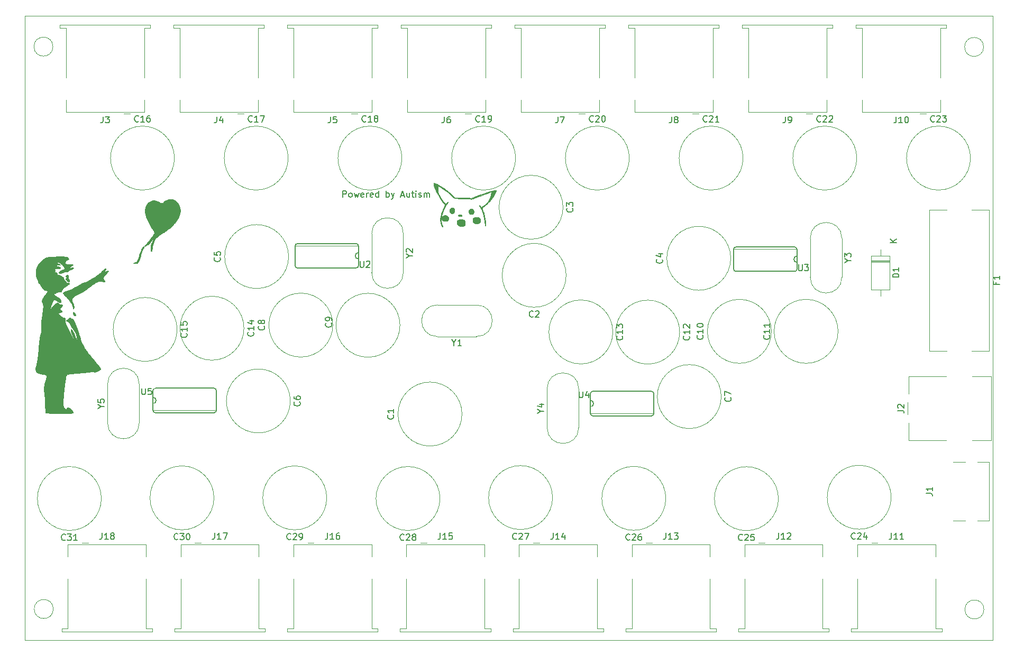
<source format=gbr>
%TF.GenerationSoftware,KiCad,Pcbnew,6.0.2+dfsg-1*%
%TF.CreationDate,2023-03-05T21:27:33-05:00*%
%TF.ProjectId,BFUSB_HUB,42465553-425f-4485-9542-2e6b69636164,rev?*%
%TF.SameCoordinates,Original*%
%TF.FileFunction,Legend,Top*%
%TF.FilePolarity,Positive*%
%FSLAX46Y46*%
G04 Gerber Fmt 4.6, Leading zero omitted, Abs format (unit mm)*
G04 Created by KiCad (PCBNEW 6.0.2+dfsg-1) date 2023-03-05 21:27:33*
%MOMM*%
%LPD*%
G01*
G04 APERTURE LIST*
%TA.AperFunction,Profile*%
%ADD10C,0.100000*%
%TD*%
%ADD11C,0.127000*%
%ADD12C,0.026150*%
%ADD13C,0.150000*%
%ADD14C,0.120000*%
%ADD15C,0.152400*%
%ADD16C,0.050800*%
G04 APERTURE END LIST*
D10*
X75676843Y-108350000D02*
G75*
G03*
X75676843Y-108350000I-1526843J0D01*
G01*
X224648975Y-108425000D02*
G75*
G03*
X224648975Y-108425000I-1523975J0D01*
G01*
X224595691Y-18325000D02*
G75*
G03*
X224595691Y-18325000I-1520691J0D01*
G01*
X75620691Y-18275000D02*
G75*
G03*
X75620691Y-18275000I-1520691J0D01*
G01*
D11*
X91331433Y-50632255D02*
X91332417Y-50577942D01*
X91332417Y-50577942D02*
X91335305Y-50521448D01*
X91335305Y-50521448D02*
X91340000Y-50463225D01*
X91340000Y-50463225D02*
X91346404Y-50403722D01*
X91346404Y-50403722D02*
X91354420Y-50343390D01*
X91354420Y-50343390D02*
X91363951Y-50282680D01*
X91363951Y-50282680D02*
X91374899Y-50222042D01*
X91374899Y-50222042D02*
X91387167Y-50161926D01*
X91387167Y-50161926D02*
X91400657Y-50102782D01*
X91400657Y-50102782D02*
X91415273Y-50045062D01*
X91415273Y-50045062D02*
X91430917Y-49989214D01*
X91430917Y-49989214D02*
X91447492Y-49935691D01*
X91447492Y-49935691D02*
X91464901Y-49884941D01*
X91464901Y-49884941D02*
X91483045Y-49837416D01*
X91483045Y-49837416D02*
X91501828Y-49793566D01*
X91501828Y-49793566D02*
X91521153Y-49753841D01*
X91521153Y-49753841D02*
X91540481Y-49715478D01*
X91540481Y-49715478D02*
X91559277Y-49675628D01*
X91559277Y-49675628D02*
X91577440Y-49634608D01*
X91577440Y-49634608D02*
X91594875Y-49592732D01*
X91594875Y-49592732D02*
X91627167Y-49507675D01*
X91627167Y-49507675D02*
X91655369Y-49422982D01*
X91655369Y-49422982D02*
X91667693Y-49381562D01*
X91667693Y-49381562D02*
X91678701Y-49341179D01*
X91678701Y-49341179D02*
X91688295Y-49302149D01*
X91688295Y-49302149D02*
X91696379Y-49264788D01*
X91696379Y-49264788D02*
X91702855Y-49229411D01*
X91702855Y-49229411D02*
X91707623Y-49196335D01*
X91707623Y-49196335D02*
X91710588Y-49165874D01*
X91710588Y-49165874D02*
X91711651Y-49138343D01*
X91711651Y-49138343D02*
X91711503Y-49120752D01*
X91711503Y-49120752D02*
X91710928Y-49104581D01*
X91710928Y-49104581D02*
X91709909Y-49089842D01*
X91709909Y-49089842D02*
X91708427Y-49076549D01*
X91708427Y-49076549D02*
X91706463Y-49064712D01*
X91706463Y-49064712D02*
X91704000Y-49054343D01*
X91704000Y-49054343D02*
X91701019Y-49045456D01*
X91701019Y-49045456D02*
X91697501Y-49038061D01*
X91697501Y-49038061D02*
X91693429Y-49032171D01*
X91693429Y-49032171D02*
X91688784Y-49027798D01*
X91688784Y-49027798D02*
X91686241Y-49026184D01*
X91686241Y-49026184D02*
X91683547Y-49024954D01*
X91683547Y-49024954D02*
X91680702Y-49024108D01*
X91680702Y-49024108D02*
X91677702Y-49023650D01*
X91677702Y-49023650D02*
X91671228Y-49023899D01*
X91671228Y-49023899D02*
X91664108Y-49025714D01*
X91664108Y-49025714D02*
X91656323Y-49029105D01*
X91656323Y-49029105D02*
X91647856Y-49034085D01*
X91647856Y-49034085D02*
X91638688Y-49040666D01*
X91638688Y-49040666D02*
X91628800Y-49048860D01*
X91628800Y-49048860D02*
X91618174Y-49058679D01*
X91618174Y-49058679D02*
X91606792Y-49070135D01*
X91606792Y-49070135D02*
X91594636Y-49083240D01*
X91594636Y-49083240D02*
X91581687Y-49098006D01*
X91581687Y-49098006D02*
X91567928Y-49114445D01*
X91567928Y-49114445D02*
X91553339Y-49132569D01*
X91553339Y-49132569D02*
X91521599Y-49173921D01*
X91521599Y-49173921D02*
X91486322Y-49222157D01*
X91486322Y-49222157D02*
X91447362Y-49277374D01*
X91447362Y-49277374D02*
X91404572Y-49339668D01*
X91404572Y-49339668D02*
X91371348Y-49387008D01*
X91371348Y-49387008D02*
X91335403Y-49435350D01*
X91335403Y-49435350D02*
X91297078Y-49484346D01*
X91297078Y-49484346D02*
X91256716Y-49533645D01*
X91256716Y-49533645D02*
X91214657Y-49582898D01*
X91214657Y-49582898D02*
X91171244Y-49631755D01*
X91171244Y-49631755D02*
X91126818Y-49679867D01*
X91126818Y-49679867D02*
X91081721Y-49726883D01*
X91081721Y-49726883D02*
X91036295Y-49772455D01*
X91036295Y-49772455D02*
X90990883Y-49816232D01*
X90990883Y-49816232D02*
X90945825Y-49857865D01*
X90945825Y-49857865D02*
X90901463Y-49897005D01*
X90901463Y-49897005D02*
X90858139Y-49933301D01*
X90858139Y-49933301D02*
X90816196Y-49966404D01*
X90816196Y-49966404D02*
X90775974Y-49995964D01*
X90775974Y-49995964D02*
X90737816Y-50021633D01*
X90737816Y-50021633D02*
X90378929Y-50250537D01*
X90378929Y-50250537D02*
X90712204Y-49883812D01*
X90712204Y-49883812D02*
X90872912Y-49694882D01*
X90872912Y-49694882D02*
X91065130Y-49450501D01*
X91065130Y-49450501D02*
X91272542Y-49173730D01*
X91272542Y-49173730D02*
X91478831Y-48887629D01*
X91478831Y-48887629D02*
X91667681Y-48615260D01*
X91667681Y-48615260D02*
X91822776Y-48379685D01*
X91822776Y-48379685D02*
X91882565Y-48282901D01*
X91882565Y-48282901D02*
X91927798Y-48203963D01*
X91927798Y-48203963D02*
X91956433Y-48145754D01*
X91956433Y-48145754D02*
X91966431Y-48111156D01*
X91966431Y-48111156D02*
X91965827Y-48106401D01*
X91965827Y-48106401D02*
X91964036Y-48099905D01*
X91964036Y-48099905D02*
X91957010Y-48081891D01*
X91957010Y-48081891D02*
X91945589Y-48057508D01*
X91945589Y-48057508D02*
X91930010Y-48027153D01*
X91930010Y-48027153D02*
X91887323Y-47950101D01*
X91887323Y-47950101D02*
X91830844Y-47853897D01*
X91830844Y-47853897D02*
X91762466Y-47741700D01*
X91762466Y-47741700D02*
X91684081Y-47616670D01*
X91684081Y-47616670D02*
X91597584Y-47481967D01*
X91597584Y-47481967D02*
X91504868Y-47340751D01*
X91504868Y-47340751D02*
X91392976Y-47167155D01*
X91392976Y-47167155D02*
X91285216Y-46990007D01*
X91285216Y-46990007D02*
X91182007Y-46810347D01*
X91182007Y-46810347D02*
X91083770Y-46629214D01*
X91083770Y-46629214D02*
X90990924Y-46447645D01*
X90990924Y-46447645D02*
X90903888Y-46266680D01*
X90903888Y-46266680D02*
X90823082Y-46087358D01*
X90823082Y-46087358D02*
X90748927Y-45910716D01*
X90748927Y-45910716D02*
X90681841Y-45737795D01*
X90681841Y-45737795D02*
X90622244Y-45569632D01*
X90622244Y-45569632D02*
X90570557Y-45407266D01*
X90570557Y-45407266D02*
X90527198Y-45251736D01*
X90527198Y-45251736D02*
X90492587Y-45104081D01*
X90492587Y-45104081D02*
X90467145Y-44965339D01*
X90467145Y-44965339D02*
X90451290Y-44836549D01*
X90451290Y-44836549D02*
X90445442Y-44718750D01*
X90445442Y-44718750D02*
X90447658Y-44589034D01*
X90447658Y-44589034D02*
X90455836Y-44463353D01*
X90455836Y-44463353D02*
X90469790Y-44341842D01*
X90469790Y-44341842D02*
X90489332Y-44224633D01*
X90489332Y-44224633D02*
X90514271Y-44111861D01*
X90514271Y-44111861D02*
X90544421Y-44003658D01*
X90544421Y-44003658D02*
X90579594Y-43900159D01*
X90579594Y-43900159D02*
X90619600Y-43801497D01*
X90619600Y-43801497D02*
X90664252Y-43707805D01*
X90664252Y-43707805D02*
X90713361Y-43619218D01*
X90713361Y-43619218D02*
X90766739Y-43535868D01*
X90766739Y-43535868D02*
X90824198Y-43457890D01*
X90824198Y-43457890D02*
X90885549Y-43385417D01*
X90885549Y-43385417D02*
X90950605Y-43318583D01*
X90950605Y-43318583D02*
X91019176Y-43257521D01*
X91019176Y-43257521D02*
X91091075Y-43202365D01*
X91091075Y-43202365D02*
X91166114Y-43153248D01*
X91166114Y-43153248D02*
X91244103Y-43110304D01*
X91244103Y-43110304D02*
X91324855Y-43073667D01*
X91324855Y-43073667D02*
X91408182Y-43043470D01*
X91408182Y-43043470D02*
X91493894Y-43019847D01*
X91493894Y-43019847D02*
X91581805Y-43002932D01*
X91581805Y-43002932D02*
X91671725Y-42992858D01*
X91671725Y-42992858D02*
X91763467Y-42989758D01*
X91763467Y-42989758D02*
X91856842Y-42993767D01*
X91856842Y-42993767D02*
X91951661Y-43005017D01*
X91951661Y-43005017D02*
X92047737Y-43023643D01*
X92047737Y-43023643D02*
X92144882Y-43049778D01*
X92144882Y-43049778D02*
X92242906Y-43083556D01*
X92242906Y-43083556D02*
X92341622Y-43125110D01*
X92341622Y-43125110D02*
X92440841Y-43174574D01*
X92440841Y-43174574D02*
X92540375Y-43232082D01*
X92540375Y-43232082D02*
X92612454Y-43273498D01*
X92612454Y-43273498D02*
X92685214Y-43309375D01*
X92685214Y-43309375D02*
X92757920Y-43339715D01*
X92757920Y-43339715D02*
X92829836Y-43364519D01*
X92829836Y-43364519D02*
X92900227Y-43383787D01*
X92900227Y-43383787D02*
X92968357Y-43397522D01*
X92968357Y-43397522D02*
X93033490Y-43405725D01*
X93033490Y-43405725D02*
X93094890Y-43408395D01*
X93094890Y-43408395D02*
X93151822Y-43405536D01*
X93151822Y-43405536D02*
X93203550Y-43397148D01*
X93203550Y-43397148D02*
X93227232Y-43390881D01*
X93227232Y-43390881D02*
X93249338Y-43383232D01*
X93249338Y-43383232D02*
X93269775Y-43374201D01*
X93269775Y-43374201D02*
X93288451Y-43363789D01*
X93288451Y-43363789D02*
X93305274Y-43351996D01*
X93305274Y-43351996D02*
X93320152Y-43338821D01*
X93320152Y-43338821D02*
X93332994Y-43324266D01*
X93332994Y-43324266D02*
X93343707Y-43308329D01*
X93343707Y-43308329D02*
X93352200Y-43291012D01*
X93352200Y-43291012D02*
X93358380Y-43272314D01*
X93358380Y-43272314D02*
X93362155Y-43252236D01*
X93362155Y-43252236D02*
X93363434Y-43230777D01*
X93363434Y-43230777D02*
X93364118Y-43225397D01*
X93364118Y-43225397D02*
X93366147Y-43219543D01*
X93366147Y-43219543D02*
X93369488Y-43213236D01*
X93369488Y-43213236D02*
X93374106Y-43206495D01*
X93374106Y-43206495D02*
X93379970Y-43199339D01*
X93379970Y-43199339D02*
X93387045Y-43191789D01*
X93387045Y-43191789D02*
X93395297Y-43183865D01*
X93395297Y-43183865D02*
X93404694Y-43175586D01*
X93404694Y-43175586D02*
X93426785Y-43158043D01*
X93426785Y-43158043D02*
X93453051Y-43139319D01*
X93453051Y-43139319D02*
X93483223Y-43119572D01*
X93483223Y-43119572D02*
X93517034Y-43098960D01*
X93517034Y-43098960D02*
X93554215Y-43077642D01*
X93554215Y-43077642D02*
X93594497Y-43055775D01*
X93594497Y-43055775D02*
X93637614Y-43033519D01*
X93637614Y-43033519D02*
X93683297Y-43011032D01*
X93683297Y-43011032D02*
X93731278Y-42988472D01*
X93731278Y-42988472D02*
X93781288Y-42965997D01*
X93781288Y-42965997D02*
X93833060Y-42943765D01*
X93833060Y-42943765D02*
X93886326Y-42921936D01*
X93886326Y-42921936D02*
X94011461Y-42876575D01*
X94011461Y-42876575D02*
X94134345Y-42841516D01*
X94134345Y-42841516D02*
X94254944Y-42816750D01*
X94254944Y-42816750D02*
X94373221Y-42802265D01*
X94373221Y-42802265D02*
X94431479Y-42798875D01*
X94431479Y-42798875D02*
X94489143Y-42798051D01*
X94489143Y-42798051D02*
X94546210Y-42799793D01*
X94546210Y-42799793D02*
X94602675Y-42804098D01*
X94602675Y-42804098D02*
X94658533Y-42810967D01*
X94658533Y-42810967D02*
X94713780Y-42820396D01*
X94713780Y-42820396D02*
X94768412Y-42832386D01*
X94768412Y-42832386D02*
X94822424Y-42846934D01*
X94822424Y-42846934D02*
X94875812Y-42864040D01*
X94875812Y-42864040D02*
X94928572Y-42883701D01*
X94928572Y-42883701D02*
X94980700Y-42905918D01*
X94980700Y-42905918D02*
X95032189Y-42930688D01*
X95032189Y-42930688D02*
X95083038Y-42958011D01*
X95083038Y-42958011D02*
X95133240Y-42987884D01*
X95133240Y-42987884D02*
X95231690Y-43055278D01*
X95231690Y-43055278D02*
X95327503Y-43132860D01*
X95327503Y-43132860D02*
X95420645Y-43220620D01*
X95420645Y-43220620D02*
X95511080Y-43318547D01*
X95511080Y-43318547D02*
X95598774Y-43426632D01*
X95598774Y-43426632D02*
X95670672Y-43526923D01*
X95670672Y-43526923D02*
X95735157Y-43629465D01*
X95735157Y-43629465D02*
X95792256Y-43734165D01*
X95792256Y-43734165D02*
X95842001Y-43840931D01*
X95842001Y-43840931D02*
X95884420Y-43949673D01*
X95884420Y-43949673D02*
X95919542Y-44060297D01*
X95919542Y-44060297D02*
X95947396Y-44172711D01*
X95947396Y-44172711D02*
X95968013Y-44286824D01*
X95968013Y-44286824D02*
X95981420Y-44402545D01*
X95981420Y-44402545D02*
X95987648Y-44519780D01*
X95987648Y-44519780D02*
X95986726Y-44638438D01*
X95986726Y-44638438D02*
X95978682Y-44758427D01*
X95978682Y-44758427D02*
X95963547Y-44879655D01*
X95963547Y-44879655D02*
X95941348Y-45002030D01*
X95941348Y-45002030D02*
X95912117Y-45125460D01*
X95912117Y-45125460D02*
X95875881Y-45249854D01*
X95875881Y-45249854D02*
X95832671Y-45375119D01*
X95832671Y-45375119D02*
X95782515Y-45501164D01*
X95782515Y-45501164D02*
X95725443Y-45627896D01*
X95725443Y-45627896D02*
X95661484Y-45755223D01*
X95661484Y-45755223D02*
X95590667Y-45883055D01*
X95590667Y-45883055D02*
X95513021Y-46011297D01*
X95513021Y-46011297D02*
X95428577Y-46139860D01*
X95428577Y-46139860D02*
X95337362Y-46268650D01*
X95337362Y-46268650D02*
X95239406Y-46397577D01*
X95239406Y-46397577D02*
X95134739Y-46526547D01*
X95134739Y-46526547D02*
X95023390Y-46655469D01*
X95023390Y-46655469D02*
X94905388Y-46784251D01*
X94905388Y-46784251D02*
X94649542Y-47041028D01*
X94649542Y-47041028D02*
X94367436Y-47296142D01*
X94367436Y-47296142D02*
X94186406Y-47448896D01*
X94186406Y-47448896D02*
X94010663Y-47591402D01*
X94010663Y-47591402D02*
X93844544Y-47720541D01*
X93844544Y-47720541D02*
X93692384Y-47833193D01*
X93692384Y-47833193D02*
X93558523Y-47926241D01*
X93558523Y-47926241D02*
X93447296Y-47996566D01*
X93447296Y-47996566D02*
X93401526Y-48022232D01*
X93401526Y-48022232D02*
X93363040Y-48041047D01*
X93363040Y-48041047D02*
X93332382Y-48052623D01*
X93332382Y-48052623D02*
X93310093Y-48056568D01*
X93310093Y-48056568D02*
X93300651Y-48057066D01*
X93300651Y-48057066D02*
X93290272Y-48058544D01*
X93290272Y-48058544D02*
X93266855Y-48064344D01*
X93266855Y-48064344D02*
X93240140Y-48073772D01*
X93240140Y-48073772D02*
X93210425Y-48086632D01*
X93210425Y-48086632D02*
X93178009Y-48102729D01*
X93178009Y-48102729D02*
X93143190Y-48121867D01*
X93143190Y-48121867D02*
X93106265Y-48143852D01*
X93106265Y-48143852D02*
X93067534Y-48168488D01*
X93067534Y-48168488D02*
X93027294Y-48195580D01*
X93027294Y-48195580D02*
X92985844Y-48224931D01*
X92985844Y-48224931D02*
X92943482Y-48256348D01*
X92943482Y-48256348D02*
X92900505Y-48289633D01*
X92900505Y-48289633D02*
X92857213Y-48324593D01*
X92857213Y-48324593D02*
X92813904Y-48361032D01*
X92813904Y-48361032D02*
X92770874Y-48398754D01*
X92770874Y-48398754D02*
X92728424Y-48437564D01*
X92728424Y-48437564D02*
X92644029Y-48514100D01*
X92644029Y-48514100D02*
X92560533Y-48585500D01*
X92560533Y-48585500D02*
X92480105Y-48650203D01*
X92480105Y-48650203D02*
X92404913Y-48706645D01*
X92404913Y-48706645D02*
X92369957Y-48731280D01*
X92369957Y-48731280D02*
X92337124Y-48753265D01*
X92337124Y-48753265D02*
X92306683Y-48772403D01*
X92306683Y-48772403D02*
X92278906Y-48788499D01*
X92278906Y-48788499D02*
X92254064Y-48801358D01*
X92254064Y-48801358D02*
X92232427Y-48810785D01*
X92232427Y-48810785D02*
X92214268Y-48816585D01*
X92214268Y-48816585D02*
X92199856Y-48818561D01*
X92199856Y-48818561D02*
X92182005Y-48821633D01*
X92182005Y-48821633D02*
X92162805Y-48830663D01*
X92162805Y-48830663D02*
X92142369Y-48845369D01*
X92142369Y-48845369D02*
X92120812Y-48865470D01*
X92120812Y-48865470D02*
X92098248Y-48890687D01*
X92098248Y-48890687D02*
X92074791Y-48920737D01*
X92074791Y-48920737D02*
X92025654Y-48994217D01*
X92025654Y-48994217D02*
X91974314Y-49083664D01*
X91974314Y-49083664D02*
X91921684Y-49186832D01*
X91921684Y-49186832D02*
X91868676Y-49301474D01*
X91868676Y-49301474D02*
X91816203Y-49425344D01*
X91816203Y-49425344D02*
X91765178Y-49556196D01*
X91765178Y-49556196D02*
X91716513Y-49691783D01*
X91716513Y-49691783D02*
X91671121Y-49829860D01*
X91671121Y-49829860D02*
X91629915Y-49968180D01*
X91629915Y-49968180D02*
X91593808Y-50104496D01*
X91593808Y-50104496D02*
X91563712Y-50236562D01*
X91563712Y-50236562D02*
X91540539Y-50362133D01*
X91540539Y-50362133D02*
X91525204Y-50478962D01*
X91525204Y-50478962D02*
X91511535Y-50603293D01*
X91511535Y-50603293D02*
X91496854Y-50713289D01*
X91496854Y-50713289D02*
X91481423Y-50808742D01*
X91481423Y-50808742D02*
X91465504Y-50889446D01*
X91465504Y-50889446D02*
X91449356Y-50955195D01*
X91449356Y-50955195D02*
X91433242Y-51005781D01*
X91433242Y-51005781D02*
X91417423Y-51040998D01*
X91417423Y-51040998D02*
X91409706Y-51052778D01*
X91409706Y-51052778D02*
X91402160Y-51060639D01*
X91402160Y-51060639D02*
X91394819Y-51064554D01*
X91394819Y-51064554D02*
X91387714Y-51064498D01*
X91387714Y-51064498D02*
X91380879Y-51060444D01*
X91380879Y-51060444D02*
X91374347Y-51052368D01*
X91374347Y-51052368D02*
X91368149Y-51040242D01*
X91368149Y-51040242D02*
X91362319Y-51024042D01*
X91362319Y-51024042D02*
X91351892Y-50979314D01*
X91351892Y-50979314D02*
X91343328Y-50917976D01*
X91343328Y-50917976D02*
X91336887Y-50839823D01*
X91336887Y-50839823D02*
X91332831Y-50744648D01*
X91332831Y-50744648D02*
X91331421Y-50632244D01*
X91331421Y-50632244D02*
X91331433Y-50632255D01*
X91331433Y-50632255D02*
X91331433Y-50632255D01*
G36*
X94546210Y-42799793D02*
G01*
X94602675Y-42804098D01*
X94658533Y-42810967D01*
X94713780Y-42820396D01*
X94768412Y-42832386D01*
X94822424Y-42846934D01*
X94875812Y-42864040D01*
X94928572Y-42883701D01*
X94980700Y-42905918D01*
X95032189Y-42930688D01*
X95083038Y-42958011D01*
X95133240Y-42987884D01*
X95231690Y-43055278D01*
X95327503Y-43132860D01*
X95420645Y-43220620D01*
X95511080Y-43318547D01*
X95598774Y-43426632D01*
X95670672Y-43526923D01*
X95735157Y-43629465D01*
X95792256Y-43734165D01*
X95842001Y-43840931D01*
X95884420Y-43949673D01*
X95919542Y-44060297D01*
X95947396Y-44172711D01*
X95968013Y-44286824D01*
X95981420Y-44402545D01*
X95987648Y-44519780D01*
X95986726Y-44638438D01*
X95978682Y-44758427D01*
X95963547Y-44879655D01*
X95941348Y-45002030D01*
X95912117Y-45125460D01*
X95875881Y-45249854D01*
X95832671Y-45375119D01*
X95782515Y-45501164D01*
X95725443Y-45627896D01*
X95661484Y-45755223D01*
X95590667Y-45883055D01*
X95513021Y-46011297D01*
X95428577Y-46139860D01*
X95337362Y-46268650D01*
X95239406Y-46397577D01*
X95134739Y-46526547D01*
X95023390Y-46655469D01*
X94905388Y-46784251D01*
X94649542Y-47041028D01*
X94367436Y-47296142D01*
X94186406Y-47448896D01*
X94010663Y-47591402D01*
X93844544Y-47720541D01*
X93692384Y-47833193D01*
X93558523Y-47926241D01*
X93447296Y-47996566D01*
X93401526Y-48022232D01*
X93363040Y-48041047D01*
X93332382Y-48052623D01*
X93310093Y-48056568D01*
X93300651Y-48057066D01*
X93290272Y-48058544D01*
X93266855Y-48064344D01*
X93240140Y-48073772D01*
X93210425Y-48086632D01*
X93178009Y-48102729D01*
X93143190Y-48121867D01*
X93106265Y-48143852D01*
X93067534Y-48168488D01*
X93027294Y-48195580D01*
X92985844Y-48224931D01*
X92943482Y-48256348D01*
X92900505Y-48289633D01*
X92857213Y-48324593D01*
X92813904Y-48361032D01*
X92770874Y-48398754D01*
X92728424Y-48437564D01*
X92644029Y-48514100D01*
X92560533Y-48585500D01*
X92480105Y-48650203D01*
X92404913Y-48706645D01*
X92369957Y-48731280D01*
X92337124Y-48753265D01*
X92306683Y-48772403D01*
X92278906Y-48788499D01*
X92254064Y-48801358D01*
X92232427Y-48810785D01*
X92214268Y-48816585D01*
X92199856Y-48818561D01*
X92182005Y-48821633D01*
X92162805Y-48830663D01*
X92142369Y-48845369D01*
X92120812Y-48865470D01*
X92098248Y-48890687D01*
X92074791Y-48920737D01*
X92025654Y-48994217D01*
X91974314Y-49083664D01*
X91921684Y-49186832D01*
X91868676Y-49301474D01*
X91816203Y-49425344D01*
X91765178Y-49556196D01*
X91716513Y-49691783D01*
X91671121Y-49829860D01*
X91629915Y-49968180D01*
X91593808Y-50104496D01*
X91563712Y-50236562D01*
X91540539Y-50362133D01*
X91525204Y-50478962D01*
X91511535Y-50603293D01*
X91496854Y-50713289D01*
X91481423Y-50808742D01*
X91465504Y-50889446D01*
X91449356Y-50955195D01*
X91433242Y-51005781D01*
X91417423Y-51040998D01*
X91409706Y-51052778D01*
X91402160Y-51060639D01*
X91394819Y-51064554D01*
X91387714Y-51064498D01*
X91380879Y-51060444D01*
X91374347Y-51052368D01*
X91368149Y-51040242D01*
X91362319Y-51024042D01*
X91351892Y-50979314D01*
X91343328Y-50917976D01*
X91336887Y-50839823D01*
X91332831Y-50744648D01*
X91331421Y-50632244D01*
X91331433Y-50632255D01*
X91332417Y-50577942D01*
X91335305Y-50521448D01*
X91340000Y-50463225D01*
X91346404Y-50403722D01*
X91354420Y-50343390D01*
X91363951Y-50282680D01*
X91374899Y-50222042D01*
X91387167Y-50161926D01*
X91400657Y-50102782D01*
X91415273Y-50045062D01*
X91430917Y-49989214D01*
X91447492Y-49935691D01*
X91464901Y-49884941D01*
X91483045Y-49837416D01*
X91501828Y-49793566D01*
X91521153Y-49753841D01*
X91540481Y-49715478D01*
X91559277Y-49675628D01*
X91577440Y-49634608D01*
X91594875Y-49592732D01*
X91627167Y-49507675D01*
X91655369Y-49422982D01*
X91667693Y-49381562D01*
X91678701Y-49341179D01*
X91688295Y-49302149D01*
X91696379Y-49264788D01*
X91702855Y-49229411D01*
X91707623Y-49196335D01*
X91710588Y-49165874D01*
X91711651Y-49138343D01*
X91711503Y-49120752D01*
X91710928Y-49104581D01*
X91709909Y-49089842D01*
X91708427Y-49076549D01*
X91706463Y-49064712D01*
X91704000Y-49054343D01*
X91701019Y-49045456D01*
X91697501Y-49038061D01*
X91693429Y-49032171D01*
X91688784Y-49027798D01*
X91686241Y-49026184D01*
X91683547Y-49024954D01*
X91680702Y-49024108D01*
X91677702Y-49023650D01*
X91671228Y-49023899D01*
X91664108Y-49025714D01*
X91656323Y-49029105D01*
X91647856Y-49034085D01*
X91638688Y-49040666D01*
X91628800Y-49048860D01*
X91618174Y-49058679D01*
X91606792Y-49070135D01*
X91594636Y-49083240D01*
X91581687Y-49098006D01*
X91567928Y-49114445D01*
X91553339Y-49132569D01*
X91521599Y-49173921D01*
X91486322Y-49222157D01*
X91447362Y-49277374D01*
X91404572Y-49339668D01*
X91371348Y-49387008D01*
X91335403Y-49435350D01*
X91297078Y-49484346D01*
X91256716Y-49533645D01*
X91214657Y-49582898D01*
X91171244Y-49631755D01*
X91126818Y-49679867D01*
X91081721Y-49726883D01*
X91036295Y-49772455D01*
X90990883Y-49816232D01*
X90945825Y-49857865D01*
X90901463Y-49897005D01*
X90858139Y-49933301D01*
X90816196Y-49966404D01*
X90775974Y-49995964D01*
X90737816Y-50021633D01*
X90378929Y-50250537D01*
X90712204Y-49883812D01*
X90872912Y-49694882D01*
X91065130Y-49450501D01*
X91272542Y-49173730D01*
X91478831Y-48887629D01*
X91667681Y-48615260D01*
X91822776Y-48379685D01*
X91882565Y-48282901D01*
X91927798Y-48203963D01*
X91956433Y-48145754D01*
X91966431Y-48111156D01*
X91965827Y-48106401D01*
X91964036Y-48099905D01*
X91957010Y-48081891D01*
X91945589Y-48057508D01*
X91930010Y-48027153D01*
X91887323Y-47950101D01*
X91830844Y-47853897D01*
X91762466Y-47741700D01*
X91684081Y-47616670D01*
X91597584Y-47481967D01*
X91504868Y-47340751D01*
X91392976Y-47167155D01*
X91285216Y-46990007D01*
X91182007Y-46810347D01*
X91083770Y-46629214D01*
X90990924Y-46447645D01*
X90903888Y-46266680D01*
X90823082Y-46087358D01*
X90748927Y-45910716D01*
X90681841Y-45737795D01*
X90622244Y-45569632D01*
X90570557Y-45407266D01*
X90527198Y-45251736D01*
X90492587Y-45104081D01*
X90467145Y-44965339D01*
X90451290Y-44836549D01*
X90445442Y-44718750D01*
X90447658Y-44589034D01*
X90455836Y-44463353D01*
X90469790Y-44341842D01*
X90489332Y-44224633D01*
X90514271Y-44111861D01*
X90544421Y-44003658D01*
X90579594Y-43900159D01*
X90619600Y-43801497D01*
X90664252Y-43707805D01*
X90713361Y-43619218D01*
X90766739Y-43535868D01*
X90824198Y-43457890D01*
X90885549Y-43385417D01*
X90950605Y-43318583D01*
X91019176Y-43257521D01*
X91091075Y-43202365D01*
X91166114Y-43153248D01*
X91244103Y-43110304D01*
X91324855Y-43073667D01*
X91408182Y-43043470D01*
X91493894Y-43019847D01*
X91581805Y-43002932D01*
X91671725Y-42992858D01*
X91763467Y-42989758D01*
X91856842Y-42993767D01*
X91951661Y-43005017D01*
X92047737Y-43023643D01*
X92144882Y-43049778D01*
X92242906Y-43083556D01*
X92341622Y-43125110D01*
X92440841Y-43174574D01*
X92540375Y-43232082D01*
X92612454Y-43273498D01*
X92685214Y-43309375D01*
X92757920Y-43339715D01*
X92829836Y-43364519D01*
X92900227Y-43383787D01*
X92968357Y-43397522D01*
X93033490Y-43405725D01*
X93094890Y-43408395D01*
X93151822Y-43405536D01*
X93203550Y-43397148D01*
X93227232Y-43390881D01*
X93249338Y-43383232D01*
X93269775Y-43374201D01*
X93288451Y-43363789D01*
X93305274Y-43351996D01*
X93320152Y-43338821D01*
X93332994Y-43324266D01*
X93343707Y-43308329D01*
X93352200Y-43291012D01*
X93358380Y-43272314D01*
X93362155Y-43252236D01*
X93363434Y-43230777D01*
X93364118Y-43225397D01*
X93366147Y-43219543D01*
X93369488Y-43213236D01*
X93374106Y-43206495D01*
X93379970Y-43199339D01*
X93387045Y-43191789D01*
X93395297Y-43183865D01*
X93404694Y-43175586D01*
X93426785Y-43158043D01*
X93453051Y-43139319D01*
X93483223Y-43119572D01*
X93517034Y-43098960D01*
X93554215Y-43077642D01*
X93594497Y-43055775D01*
X93637614Y-43033519D01*
X93683297Y-43011032D01*
X93731278Y-42988472D01*
X93781288Y-42965997D01*
X93833060Y-42943765D01*
X93886326Y-42921936D01*
X94011461Y-42876575D01*
X94134345Y-42841516D01*
X94254944Y-42816750D01*
X94373221Y-42802265D01*
X94431479Y-42798875D01*
X94489143Y-42798051D01*
X94546210Y-42799793D01*
G37*
X94546210Y-42799793D02*
X94602675Y-42804098D01*
X94658533Y-42810967D01*
X94713780Y-42820396D01*
X94768412Y-42832386D01*
X94822424Y-42846934D01*
X94875812Y-42864040D01*
X94928572Y-42883701D01*
X94980700Y-42905918D01*
X95032189Y-42930688D01*
X95083038Y-42958011D01*
X95133240Y-42987884D01*
X95231690Y-43055278D01*
X95327503Y-43132860D01*
X95420645Y-43220620D01*
X95511080Y-43318547D01*
X95598774Y-43426632D01*
X95670672Y-43526923D01*
X95735157Y-43629465D01*
X95792256Y-43734165D01*
X95842001Y-43840931D01*
X95884420Y-43949673D01*
X95919542Y-44060297D01*
X95947396Y-44172711D01*
X95968013Y-44286824D01*
X95981420Y-44402545D01*
X95987648Y-44519780D01*
X95986726Y-44638438D01*
X95978682Y-44758427D01*
X95963547Y-44879655D01*
X95941348Y-45002030D01*
X95912117Y-45125460D01*
X95875881Y-45249854D01*
X95832671Y-45375119D01*
X95782515Y-45501164D01*
X95725443Y-45627896D01*
X95661484Y-45755223D01*
X95590667Y-45883055D01*
X95513021Y-46011297D01*
X95428577Y-46139860D01*
X95337362Y-46268650D01*
X95239406Y-46397577D01*
X95134739Y-46526547D01*
X95023390Y-46655469D01*
X94905388Y-46784251D01*
X94649542Y-47041028D01*
X94367436Y-47296142D01*
X94186406Y-47448896D01*
X94010663Y-47591402D01*
X93844544Y-47720541D01*
X93692384Y-47833193D01*
X93558523Y-47926241D01*
X93447296Y-47996566D01*
X93401526Y-48022232D01*
X93363040Y-48041047D01*
X93332382Y-48052623D01*
X93310093Y-48056568D01*
X93300651Y-48057066D01*
X93290272Y-48058544D01*
X93266855Y-48064344D01*
X93240140Y-48073772D01*
X93210425Y-48086632D01*
X93178009Y-48102729D01*
X93143190Y-48121867D01*
X93106265Y-48143852D01*
X93067534Y-48168488D01*
X93027294Y-48195580D01*
X92985844Y-48224931D01*
X92943482Y-48256348D01*
X92900505Y-48289633D01*
X92857213Y-48324593D01*
X92813904Y-48361032D01*
X92770874Y-48398754D01*
X92728424Y-48437564D01*
X92644029Y-48514100D01*
X92560533Y-48585500D01*
X92480105Y-48650203D01*
X92404913Y-48706645D01*
X92369957Y-48731280D01*
X92337124Y-48753265D01*
X92306683Y-48772403D01*
X92278906Y-48788499D01*
X92254064Y-48801358D01*
X92232427Y-48810785D01*
X92214268Y-48816585D01*
X92199856Y-48818561D01*
X92182005Y-48821633D01*
X92162805Y-48830663D01*
X92142369Y-48845369D01*
X92120812Y-48865470D01*
X92098248Y-48890687D01*
X92074791Y-48920737D01*
X92025654Y-48994217D01*
X91974314Y-49083664D01*
X91921684Y-49186832D01*
X91868676Y-49301474D01*
X91816203Y-49425344D01*
X91765178Y-49556196D01*
X91716513Y-49691783D01*
X91671121Y-49829860D01*
X91629915Y-49968180D01*
X91593808Y-50104496D01*
X91563712Y-50236562D01*
X91540539Y-50362133D01*
X91525204Y-50478962D01*
X91511535Y-50603293D01*
X91496854Y-50713289D01*
X91481423Y-50808742D01*
X91465504Y-50889446D01*
X91449356Y-50955195D01*
X91433242Y-51005781D01*
X91417423Y-51040998D01*
X91409706Y-51052778D01*
X91402160Y-51060639D01*
X91394819Y-51064554D01*
X91387714Y-51064498D01*
X91380879Y-51060444D01*
X91374347Y-51052368D01*
X91368149Y-51040242D01*
X91362319Y-51024042D01*
X91351892Y-50979314D01*
X91343328Y-50917976D01*
X91336887Y-50839823D01*
X91332831Y-50744648D01*
X91331421Y-50632244D01*
X91331433Y-50632255D01*
X91332417Y-50577942D01*
X91335305Y-50521448D01*
X91340000Y-50463225D01*
X91346404Y-50403722D01*
X91354420Y-50343390D01*
X91363951Y-50282680D01*
X91374899Y-50222042D01*
X91387167Y-50161926D01*
X91400657Y-50102782D01*
X91415273Y-50045062D01*
X91430917Y-49989214D01*
X91447492Y-49935691D01*
X91464901Y-49884941D01*
X91483045Y-49837416D01*
X91501828Y-49793566D01*
X91521153Y-49753841D01*
X91540481Y-49715478D01*
X91559277Y-49675628D01*
X91577440Y-49634608D01*
X91594875Y-49592732D01*
X91627167Y-49507675D01*
X91655369Y-49422982D01*
X91667693Y-49381562D01*
X91678701Y-49341179D01*
X91688295Y-49302149D01*
X91696379Y-49264788D01*
X91702855Y-49229411D01*
X91707623Y-49196335D01*
X91710588Y-49165874D01*
X91711651Y-49138343D01*
X91711503Y-49120752D01*
X91710928Y-49104581D01*
X91709909Y-49089842D01*
X91708427Y-49076549D01*
X91706463Y-49064712D01*
X91704000Y-49054343D01*
X91701019Y-49045456D01*
X91697501Y-49038061D01*
X91693429Y-49032171D01*
X91688784Y-49027798D01*
X91686241Y-49026184D01*
X91683547Y-49024954D01*
X91680702Y-49024108D01*
X91677702Y-49023650D01*
X91671228Y-49023899D01*
X91664108Y-49025714D01*
X91656323Y-49029105D01*
X91647856Y-49034085D01*
X91638688Y-49040666D01*
X91628800Y-49048860D01*
X91618174Y-49058679D01*
X91606792Y-49070135D01*
X91594636Y-49083240D01*
X91581687Y-49098006D01*
X91567928Y-49114445D01*
X91553339Y-49132569D01*
X91521599Y-49173921D01*
X91486322Y-49222157D01*
X91447362Y-49277374D01*
X91404572Y-49339668D01*
X91371348Y-49387008D01*
X91335403Y-49435350D01*
X91297078Y-49484346D01*
X91256716Y-49533645D01*
X91214657Y-49582898D01*
X91171244Y-49631755D01*
X91126818Y-49679867D01*
X91081721Y-49726883D01*
X91036295Y-49772455D01*
X90990883Y-49816232D01*
X90945825Y-49857865D01*
X90901463Y-49897005D01*
X90858139Y-49933301D01*
X90816196Y-49966404D01*
X90775974Y-49995964D01*
X90737816Y-50021633D01*
X90378929Y-50250537D01*
X90712204Y-49883812D01*
X90872912Y-49694882D01*
X91065130Y-49450501D01*
X91272542Y-49173730D01*
X91478831Y-48887629D01*
X91667681Y-48615260D01*
X91822776Y-48379685D01*
X91882565Y-48282901D01*
X91927798Y-48203963D01*
X91956433Y-48145754D01*
X91966431Y-48111156D01*
X91965827Y-48106401D01*
X91964036Y-48099905D01*
X91957010Y-48081891D01*
X91945589Y-48057508D01*
X91930010Y-48027153D01*
X91887323Y-47950101D01*
X91830844Y-47853897D01*
X91762466Y-47741700D01*
X91684081Y-47616670D01*
X91597584Y-47481967D01*
X91504868Y-47340751D01*
X91392976Y-47167155D01*
X91285216Y-46990007D01*
X91182007Y-46810347D01*
X91083770Y-46629214D01*
X90990924Y-46447645D01*
X90903888Y-46266680D01*
X90823082Y-46087358D01*
X90748927Y-45910716D01*
X90681841Y-45737795D01*
X90622244Y-45569632D01*
X90570557Y-45407266D01*
X90527198Y-45251736D01*
X90492587Y-45104081D01*
X90467145Y-44965339D01*
X90451290Y-44836549D01*
X90445442Y-44718750D01*
X90447658Y-44589034D01*
X90455836Y-44463353D01*
X90469790Y-44341842D01*
X90489332Y-44224633D01*
X90514271Y-44111861D01*
X90544421Y-44003658D01*
X90579594Y-43900159D01*
X90619600Y-43801497D01*
X90664252Y-43707805D01*
X90713361Y-43619218D01*
X90766739Y-43535868D01*
X90824198Y-43457890D01*
X90885549Y-43385417D01*
X90950605Y-43318583D01*
X91019176Y-43257521D01*
X91091075Y-43202365D01*
X91166114Y-43153248D01*
X91244103Y-43110304D01*
X91324855Y-43073667D01*
X91408182Y-43043470D01*
X91493894Y-43019847D01*
X91581805Y-43002932D01*
X91671725Y-42992858D01*
X91763467Y-42989758D01*
X91856842Y-42993767D01*
X91951661Y-43005017D01*
X92047737Y-43023643D01*
X92144882Y-43049778D01*
X92242906Y-43083556D01*
X92341622Y-43125110D01*
X92440841Y-43174574D01*
X92540375Y-43232082D01*
X92612454Y-43273498D01*
X92685214Y-43309375D01*
X92757920Y-43339715D01*
X92829836Y-43364519D01*
X92900227Y-43383787D01*
X92968357Y-43397522D01*
X93033490Y-43405725D01*
X93094890Y-43408395D01*
X93151822Y-43405536D01*
X93203550Y-43397148D01*
X93227232Y-43390881D01*
X93249338Y-43383232D01*
X93269775Y-43374201D01*
X93288451Y-43363789D01*
X93305274Y-43351996D01*
X93320152Y-43338821D01*
X93332994Y-43324266D01*
X93343707Y-43308329D01*
X93352200Y-43291012D01*
X93358380Y-43272314D01*
X93362155Y-43252236D01*
X93363434Y-43230777D01*
X93364118Y-43225397D01*
X93366147Y-43219543D01*
X93369488Y-43213236D01*
X93374106Y-43206495D01*
X93379970Y-43199339D01*
X93387045Y-43191789D01*
X93395297Y-43183865D01*
X93404694Y-43175586D01*
X93426785Y-43158043D01*
X93453051Y-43139319D01*
X93483223Y-43119572D01*
X93517034Y-43098960D01*
X93554215Y-43077642D01*
X93594497Y-43055775D01*
X93637614Y-43033519D01*
X93683297Y-43011032D01*
X93731278Y-42988472D01*
X93781288Y-42965997D01*
X93833060Y-42943765D01*
X93886326Y-42921936D01*
X94011461Y-42876575D01*
X94134345Y-42841516D01*
X94254944Y-42816750D01*
X94373221Y-42802265D01*
X94431479Y-42798875D01*
X94489143Y-42798051D01*
X94546210Y-42799793D01*
D12*
X139513381Y-44444991D02*
X139519096Y-44435374D01*
X139519096Y-44435374D02*
X139523592Y-44425682D01*
X139523592Y-44425682D02*
X139526923Y-44415958D01*
X139526923Y-44415958D02*
X139529137Y-44406243D01*
X139529137Y-44406243D02*
X139530288Y-44396579D01*
X139530288Y-44396579D02*
X139530424Y-44387007D01*
X139530424Y-44387007D02*
X139529599Y-44377570D01*
X139529599Y-44377570D02*
X139527862Y-44368309D01*
X139527862Y-44368309D02*
X139525265Y-44359266D01*
X139525265Y-44359266D02*
X139521859Y-44350483D01*
X139521859Y-44350483D02*
X139517695Y-44342002D01*
X139517695Y-44342002D02*
X139512824Y-44333864D01*
X139512824Y-44333864D02*
X139507296Y-44326112D01*
X139507296Y-44326112D02*
X139501164Y-44318787D01*
X139501164Y-44318787D02*
X139494479Y-44311930D01*
X139494479Y-44311930D02*
X139487290Y-44305585D01*
X139487290Y-44305585D02*
X139479650Y-44299791D01*
X139479650Y-44299791D02*
X139471609Y-44294592D01*
X139471609Y-44294592D02*
X139463218Y-44290030D01*
X139463218Y-44290030D02*
X139454529Y-44286145D01*
X139454529Y-44286145D02*
X139445592Y-44282979D01*
X139445592Y-44282979D02*
X139436460Y-44280576D01*
X139436460Y-44280576D02*
X139427181Y-44278975D01*
X139427181Y-44278975D02*
X139417809Y-44278220D01*
X139417809Y-44278220D02*
X139408393Y-44278351D01*
X139408393Y-44278351D02*
X139398986Y-44279411D01*
X139398986Y-44279411D02*
X139389637Y-44281442D01*
X139389637Y-44281442D02*
X139380398Y-44284485D01*
X139380398Y-44284485D02*
X139371321Y-44288582D01*
X139371321Y-44288582D02*
X139362455Y-44293775D01*
X139362455Y-44293775D02*
X139353853Y-44300106D01*
X139353853Y-44300106D02*
X139345565Y-44307616D01*
X139345565Y-44307616D02*
X139341390Y-44312098D01*
X139341390Y-44312098D02*
X139337531Y-44316867D01*
X139337531Y-44316867D02*
X139333986Y-44321900D01*
X139333986Y-44321900D02*
X139330755Y-44327175D01*
X139330755Y-44327175D02*
X139327834Y-44332671D01*
X139327834Y-44332671D02*
X139325223Y-44338365D01*
X139325223Y-44338365D02*
X139322919Y-44344235D01*
X139322919Y-44344235D02*
X139320920Y-44350259D01*
X139320920Y-44350259D02*
X139319225Y-44356415D01*
X139319225Y-44356415D02*
X139317833Y-44362682D01*
X139317833Y-44362682D02*
X139316740Y-44369036D01*
X139316740Y-44369036D02*
X139315946Y-44375456D01*
X139315946Y-44375456D02*
X139315448Y-44381919D01*
X139315448Y-44381919D02*
X139315245Y-44388405D01*
X139315245Y-44388405D02*
X139315335Y-44394890D01*
X139315335Y-44394890D02*
X139315717Y-44401353D01*
X139315717Y-44401353D02*
X139316387Y-44407771D01*
X139316387Y-44407771D02*
X139317346Y-44414122D01*
X139317346Y-44414122D02*
X139318590Y-44420385D01*
X139318590Y-44420385D02*
X139320117Y-44426538D01*
X139320117Y-44426538D02*
X139321928Y-44432557D01*
X139321928Y-44432557D02*
X139324018Y-44438422D01*
X139324018Y-44438422D02*
X139326387Y-44444110D01*
X139326387Y-44444110D02*
X139329033Y-44449599D01*
X139329033Y-44449599D02*
X139331953Y-44454867D01*
X139331953Y-44454867D02*
X139335147Y-44459892D01*
X139335147Y-44459892D02*
X139338613Y-44464652D01*
X139338613Y-44464652D02*
X139342347Y-44469125D01*
X139342347Y-44469125D02*
X139346350Y-44473288D01*
X139346350Y-44473288D02*
X139350619Y-44477120D01*
X139350619Y-44477120D02*
X139355151Y-44480599D01*
X139355151Y-44480599D02*
X139359946Y-44483702D01*
X139359946Y-44483702D02*
X139371544Y-44490062D01*
X139371544Y-44490062D02*
X139377222Y-44492808D01*
X139377222Y-44492808D02*
X139382823Y-44495264D01*
X139382823Y-44495264D02*
X139388346Y-44497430D01*
X139388346Y-44497430D02*
X139393794Y-44499305D01*
X139393794Y-44499305D02*
X139399168Y-44500889D01*
X139399168Y-44500889D02*
X139404469Y-44502182D01*
X139404469Y-44502182D02*
X139409698Y-44503184D01*
X139409698Y-44503184D02*
X139414858Y-44503894D01*
X139414858Y-44503894D02*
X139419948Y-44504311D01*
X139419948Y-44504311D02*
X139424972Y-44504436D01*
X139424972Y-44504436D02*
X139429929Y-44504269D01*
X139429929Y-44504269D02*
X139434822Y-44503808D01*
X139434822Y-44503808D02*
X139439651Y-44503053D01*
X139439651Y-44503053D02*
X139444418Y-44502005D01*
X139444418Y-44502005D02*
X139449125Y-44500663D01*
X139449125Y-44500663D02*
X139453773Y-44499026D01*
X139453773Y-44499026D02*
X139458362Y-44497095D01*
X139458362Y-44497095D02*
X139462896Y-44494868D01*
X139462896Y-44494868D02*
X139467374Y-44492346D01*
X139467374Y-44492346D02*
X139471798Y-44489528D01*
X139471798Y-44489528D02*
X139476170Y-44486413D01*
X139476170Y-44486413D02*
X139480491Y-44483003D01*
X139480491Y-44483003D02*
X139484762Y-44479295D01*
X139484762Y-44479295D02*
X139488984Y-44475291D01*
X139488984Y-44475291D02*
X139493160Y-44470989D01*
X139493160Y-44470989D02*
X139497290Y-44466389D01*
X139497290Y-44466389D02*
X139505419Y-44456295D01*
X139505419Y-44456295D02*
X139513381Y-44445006D01*
X139513381Y-44445006D02*
X139513381Y-44444991D01*
X139513381Y-44444991D02*
X139513381Y-44444991D01*
G36*
X139427181Y-44278975D02*
G01*
X139436460Y-44280576D01*
X139445592Y-44282979D01*
X139454529Y-44286145D01*
X139463218Y-44290030D01*
X139471609Y-44294592D01*
X139479650Y-44299791D01*
X139487290Y-44305585D01*
X139494479Y-44311930D01*
X139501164Y-44318787D01*
X139507296Y-44326112D01*
X139512824Y-44333864D01*
X139517695Y-44342002D01*
X139521859Y-44350483D01*
X139525265Y-44359266D01*
X139527862Y-44368309D01*
X139529599Y-44377570D01*
X139530424Y-44387007D01*
X139530288Y-44396579D01*
X139529137Y-44406243D01*
X139526923Y-44415958D01*
X139523592Y-44425682D01*
X139519096Y-44435374D01*
X139513381Y-44444991D01*
X139513381Y-44445006D01*
X139505419Y-44456295D01*
X139497290Y-44466389D01*
X139493160Y-44470989D01*
X139488984Y-44475291D01*
X139484762Y-44479295D01*
X139480491Y-44483003D01*
X139476170Y-44486413D01*
X139471798Y-44489528D01*
X139467374Y-44492346D01*
X139462896Y-44494868D01*
X139458362Y-44497095D01*
X139453773Y-44499026D01*
X139449125Y-44500663D01*
X139444418Y-44502005D01*
X139439651Y-44503053D01*
X139434822Y-44503808D01*
X139429929Y-44504269D01*
X139424972Y-44504436D01*
X139419948Y-44504311D01*
X139414858Y-44503894D01*
X139409698Y-44503184D01*
X139404469Y-44502182D01*
X139399168Y-44500889D01*
X139393794Y-44499305D01*
X139388346Y-44497430D01*
X139382823Y-44495264D01*
X139377222Y-44492808D01*
X139371544Y-44490062D01*
X139359946Y-44483702D01*
X139355151Y-44480599D01*
X139350619Y-44477120D01*
X139346350Y-44473288D01*
X139342347Y-44469125D01*
X139338613Y-44464652D01*
X139335147Y-44459892D01*
X139331953Y-44454867D01*
X139329033Y-44449599D01*
X139326387Y-44444110D01*
X139324018Y-44438422D01*
X139321928Y-44432557D01*
X139320117Y-44426538D01*
X139318590Y-44420385D01*
X139317346Y-44414122D01*
X139316387Y-44407771D01*
X139315717Y-44401353D01*
X139315335Y-44394890D01*
X139315245Y-44388405D01*
X139315448Y-44381919D01*
X139315946Y-44375456D01*
X139316740Y-44369036D01*
X139317833Y-44362682D01*
X139319225Y-44356415D01*
X139320920Y-44350259D01*
X139322919Y-44344235D01*
X139325223Y-44338365D01*
X139327834Y-44332671D01*
X139330755Y-44327175D01*
X139333986Y-44321900D01*
X139337531Y-44316867D01*
X139341390Y-44312098D01*
X139345565Y-44307616D01*
X139353853Y-44300106D01*
X139362455Y-44293775D01*
X139371321Y-44288582D01*
X139380398Y-44284485D01*
X139389637Y-44281442D01*
X139398986Y-44279411D01*
X139408393Y-44278351D01*
X139417809Y-44278220D01*
X139427181Y-44278975D01*
G37*
X139427181Y-44278975D02*
X139436460Y-44280576D01*
X139445592Y-44282979D01*
X139454529Y-44286145D01*
X139463218Y-44290030D01*
X139471609Y-44294592D01*
X139479650Y-44299791D01*
X139487290Y-44305585D01*
X139494479Y-44311930D01*
X139501164Y-44318787D01*
X139507296Y-44326112D01*
X139512824Y-44333864D01*
X139517695Y-44342002D01*
X139521859Y-44350483D01*
X139525265Y-44359266D01*
X139527862Y-44368309D01*
X139529599Y-44377570D01*
X139530424Y-44387007D01*
X139530288Y-44396579D01*
X139529137Y-44406243D01*
X139526923Y-44415958D01*
X139523592Y-44425682D01*
X139519096Y-44435374D01*
X139513381Y-44444991D01*
X139513381Y-44445006D01*
X139505419Y-44456295D01*
X139497290Y-44466389D01*
X139493160Y-44470989D01*
X139488984Y-44475291D01*
X139484762Y-44479295D01*
X139480491Y-44483003D01*
X139476170Y-44486413D01*
X139471798Y-44489528D01*
X139467374Y-44492346D01*
X139462896Y-44494868D01*
X139458362Y-44497095D01*
X139453773Y-44499026D01*
X139449125Y-44500663D01*
X139444418Y-44502005D01*
X139439651Y-44503053D01*
X139434822Y-44503808D01*
X139429929Y-44504269D01*
X139424972Y-44504436D01*
X139419948Y-44504311D01*
X139414858Y-44503894D01*
X139409698Y-44503184D01*
X139404469Y-44502182D01*
X139399168Y-44500889D01*
X139393794Y-44499305D01*
X139388346Y-44497430D01*
X139382823Y-44495264D01*
X139377222Y-44492808D01*
X139371544Y-44490062D01*
X139359946Y-44483702D01*
X139355151Y-44480599D01*
X139350619Y-44477120D01*
X139346350Y-44473288D01*
X139342347Y-44469125D01*
X139338613Y-44464652D01*
X139335147Y-44459892D01*
X139331953Y-44454867D01*
X139329033Y-44449599D01*
X139326387Y-44444110D01*
X139324018Y-44438422D01*
X139321928Y-44432557D01*
X139320117Y-44426538D01*
X139318590Y-44420385D01*
X139317346Y-44414122D01*
X139316387Y-44407771D01*
X139315717Y-44401353D01*
X139315335Y-44394890D01*
X139315245Y-44388405D01*
X139315448Y-44381919D01*
X139315946Y-44375456D01*
X139316740Y-44369036D01*
X139317833Y-44362682D01*
X139319225Y-44356415D01*
X139320920Y-44350259D01*
X139322919Y-44344235D01*
X139325223Y-44338365D01*
X139327834Y-44332671D01*
X139330755Y-44327175D01*
X139333986Y-44321900D01*
X139337531Y-44316867D01*
X139341390Y-44312098D01*
X139345565Y-44307616D01*
X139353853Y-44300106D01*
X139362455Y-44293775D01*
X139371321Y-44288582D01*
X139380398Y-44284485D01*
X139389637Y-44281442D01*
X139398986Y-44279411D01*
X139408393Y-44278351D01*
X139417809Y-44278220D01*
X139427181Y-44278975D01*
X142372233Y-45097762D02*
X142350181Y-45082523D01*
X142350181Y-45082523D02*
X142329394Y-45066068D01*
X142329394Y-45066068D02*
X142309877Y-45048466D01*
X142309877Y-45048466D02*
X142291635Y-45029786D01*
X142291635Y-45029786D02*
X142274674Y-45010098D01*
X142274674Y-45010098D02*
X142258997Y-44989471D01*
X142258997Y-44989471D02*
X142244611Y-44967975D01*
X142244611Y-44967975D02*
X142231520Y-44945679D01*
X142231520Y-44945679D02*
X142219729Y-44922652D01*
X142219729Y-44922652D02*
X142209243Y-44898965D01*
X142209243Y-44898965D02*
X142200066Y-44874686D01*
X142200066Y-44874686D02*
X142192205Y-44849886D01*
X142192205Y-44849886D02*
X142185664Y-44824633D01*
X142185664Y-44824633D02*
X142180447Y-44798997D01*
X142180447Y-44798997D02*
X142176561Y-44773047D01*
X142176561Y-44773047D02*
X142174009Y-44746854D01*
X142174009Y-44746854D02*
X142172797Y-44720485D01*
X142172797Y-44720485D02*
X142172930Y-44694012D01*
X142172930Y-44694012D02*
X142174413Y-44667503D01*
X142174413Y-44667503D02*
X142177251Y-44641028D01*
X142177251Y-44641028D02*
X142181448Y-44614657D01*
X142181448Y-44614657D02*
X142187010Y-44588458D01*
X142187010Y-44588458D02*
X142193942Y-44562501D01*
X142193942Y-44562501D02*
X142202248Y-44536856D01*
X142202248Y-44536856D02*
X142211934Y-44511592D01*
X142211934Y-44511592D02*
X142223004Y-44486779D01*
X142223004Y-44486779D02*
X142235464Y-44462487D01*
X142235464Y-44462487D02*
X142249319Y-44438783D01*
X142249319Y-44438783D02*
X142264573Y-44415739D01*
X142264573Y-44415739D02*
X142281231Y-44393424D01*
X142281231Y-44393424D02*
X142299299Y-44371906D01*
X142299299Y-44371906D02*
X142318782Y-44351256D01*
X142318782Y-44351256D02*
X142333383Y-44337158D01*
X142333383Y-44337158D02*
X142348146Y-44323896D01*
X142348146Y-44323896D02*
X142363061Y-44311473D01*
X142363061Y-44311473D02*
X142378117Y-44299888D01*
X142378117Y-44299888D02*
X142393307Y-44289142D01*
X142393307Y-44289142D02*
X142408618Y-44279235D01*
X142408618Y-44279235D02*
X142424042Y-44270170D01*
X142424042Y-44270170D02*
X142439568Y-44261945D01*
X142439568Y-44261945D02*
X142455187Y-44254562D01*
X142455187Y-44254562D02*
X142470889Y-44248021D01*
X142470889Y-44248021D02*
X142486664Y-44242323D01*
X142486664Y-44242323D02*
X142502502Y-44237469D01*
X142502502Y-44237469D02*
X142518394Y-44233459D01*
X142518394Y-44233459D02*
X142534328Y-44230294D01*
X142534328Y-44230294D02*
X142550296Y-44227975D01*
X142550296Y-44227975D02*
X142566287Y-44226502D01*
X142566287Y-44226502D02*
X142582293Y-44225876D01*
X142582293Y-44225876D02*
X142598302Y-44226098D01*
X142598302Y-44226098D02*
X142614305Y-44227167D01*
X142614305Y-44227167D02*
X142630292Y-44229086D01*
X142630292Y-44229086D02*
X142646253Y-44231854D01*
X142646253Y-44231854D02*
X142662178Y-44235472D01*
X142662178Y-44235472D02*
X142678058Y-44239941D01*
X142678058Y-44239941D02*
X142693883Y-44245262D01*
X142693883Y-44245262D02*
X142709642Y-44251434D01*
X142709642Y-44251434D02*
X142725326Y-44258460D01*
X142725326Y-44258460D02*
X142740925Y-44266338D01*
X142740925Y-44266338D02*
X142756429Y-44275071D01*
X142756429Y-44275071D02*
X142771828Y-44284659D01*
X142771828Y-44284659D02*
X142787113Y-44295102D01*
X142787113Y-44295102D02*
X142802272Y-44306401D01*
X142802272Y-44306401D02*
X142817298Y-44318556D01*
X142817298Y-44318556D02*
X142838427Y-44337158D01*
X142838427Y-44337158D02*
X142858004Y-44356140D01*
X142858004Y-44356140D02*
X142876055Y-44375561D01*
X142876055Y-44375561D02*
X142892607Y-44395479D01*
X142892607Y-44395479D02*
X142907685Y-44415954D01*
X142907685Y-44415954D02*
X142921316Y-44437043D01*
X142921316Y-44437043D02*
X142933525Y-44458806D01*
X142933525Y-44458806D02*
X142944338Y-44481301D01*
X142944338Y-44481301D02*
X142953782Y-44504586D01*
X142953782Y-44504586D02*
X142961882Y-44528721D01*
X142961882Y-44528721D02*
X142968665Y-44553763D01*
X142968665Y-44553763D02*
X142974156Y-44579771D01*
X142974156Y-44579771D02*
X142978382Y-44606805D01*
X142978382Y-44606805D02*
X142981368Y-44634922D01*
X142981368Y-44634922D02*
X142983140Y-44664180D01*
X142983140Y-44664180D02*
X142983726Y-44694640D01*
X142983726Y-44694640D02*
X142983311Y-44719332D01*
X142983311Y-44719332D02*
X142982072Y-44743365D01*
X142982072Y-44743365D02*
X142980013Y-44766733D01*
X142980013Y-44766733D02*
X142977138Y-44789432D01*
X142977138Y-44789432D02*
X142973453Y-44811457D01*
X142973453Y-44811457D02*
X142968961Y-44832802D01*
X142968961Y-44832802D02*
X142963668Y-44853462D01*
X142963668Y-44853462D02*
X142957578Y-44873432D01*
X142957578Y-44873432D02*
X142950697Y-44892706D01*
X142950697Y-44892706D02*
X142943028Y-44911280D01*
X142943028Y-44911280D02*
X142934577Y-44929149D01*
X142934577Y-44929149D02*
X142925348Y-44946306D01*
X142925348Y-44946306D02*
X142915346Y-44962748D01*
X142915346Y-44962748D02*
X142904576Y-44978468D01*
X142904576Y-44978468D02*
X142893043Y-44993461D01*
X142893043Y-44993461D02*
X142880750Y-45007724D01*
X142880750Y-45007724D02*
X142867704Y-45021249D01*
X142867704Y-45021249D02*
X142853908Y-45034032D01*
X142853908Y-45034032D02*
X142839367Y-45046068D01*
X142839367Y-45046068D02*
X142824087Y-45057352D01*
X142824087Y-45057352D02*
X142808071Y-45067878D01*
X142808071Y-45067878D02*
X142791325Y-45077642D01*
X142791325Y-45077642D02*
X142773853Y-45086637D01*
X142773853Y-45086637D02*
X142755660Y-45094860D01*
X142755660Y-45094860D02*
X142736751Y-45102304D01*
X142736751Y-45102304D02*
X142717130Y-45108965D01*
X142717130Y-45108965D02*
X142696802Y-45114837D01*
X142696802Y-45114837D02*
X142675773Y-45119915D01*
X142675773Y-45119915D02*
X142654046Y-45124194D01*
X142654046Y-45124194D02*
X142631626Y-45127669D01*
X142631626Y-45127669D02*
X142608518Y-45130335D01*
X142608518Y-45130335D02*
X142584727Y-45132186D01*
X142584727Y-45132186D02*
X142565936Y-45133122D01*
X142565936Y-45133122D02*
X142548048Y-45133676D01*
X142548048Y-45133676D02*
X142531029Y-45133843D01*
X142531029Y-45133843D02*
X142514842Y-45133616D01*
X142514842Y-45133616D02*
X142499450Y-45132988D01*
X142499450Y-45132988D02*
X142484817Y-45131953D01*
X142484817Y-45131953D02*
X142470907Y-45130505D01*
X142470907Y-45130505D02*
X142457683Y-45128636D01*
X142457683Y-45128636D02*
X142445108Y-45126341D01*
X142445108Y-45126341D02*
X142433147Y-45123613D01*
X142433147Y-45123613D02*
X142421763Y-45120446D01*
X142421763Y-45120446D02*
X142410920Y-45116833D01*
X142410920Y-45116833D02*
X142400581Y-45112767D01*
X142400581Y-45112767D02*
X142390710Y-45108243D01*
X142390710Y-45108243D02*
X142381270Y-45103253D01*
X142381270Y-45103253D02*
X142372226Y-45097792D01*
X142372226Y-45097792D02*
X142372233Y-45097762D01*
X142372233Y-45097762D02*
X142372233Y-45097762D01*
G36*
X142598302Y-44226098D02*
G01*
X142614305Y-44227167D01*
X142630292Y-44229086D01*
X142646253Y-44231854D01*
X142662178Y-44235472D01*
X142678058Y-44239941D01*
X142693883Y-44245262D01*
X142709642Y-44251434D01*
X142725326Y-44258460D01*
X142740925Y-44266338D01*
X142756429Y-44275071D01*
X142771828Y-44284659D01*
X142787113Y-44295102D01*
X142802272Y-44306401D01*
X142817298Y-44318556D01*
X142838427Y-44337158D01*
X142858004Y-44356140D01*
X142876055Y-44375561D01*
X142892607Y-44395479D01*
X142907685Y-44415954D01*
X142921316Y-44437043D01*
X142933525Y-44458806D01*
X142944338Y-44481301D01*
X142953782Y-44504586D01*
X142961882Y-44528721D01*
X142968665Y-44553763D01*
X142974156Y-44579771D01*
X142978382Y-44606805D01*
X142981368Y-44634922D01*
X142983140Y-44664180D01*
X142983726Y-44694640D01*
X142983311Y-44719332D01*
X142982072Y-44743365D01*
X142980013Y-44766733D01*
X142977138Y-44789432D01*
X142973453Y-44811457D01*
X142968961Y-44832802D01*
X142963668Y-44853462D01*
X142957578Y-44873432D01*
X142950697Y-44892706D01*
X142943028Y-44911280D01*
X142934577Y-44929149D01*
X142925348Y-44946306D01*
X142915346Y-44962748D01*
X142904576Y-44978468D01*
X142893043Y-44993461D01*
X142880750Y-45007724D01*
X142867704Y-45021249D01*
X142853908Y-45034032D01*
X142839367Y-45046068D01*
X142824087Y-45057352D01*
X142808071Y-45067878D01*
X142791325Y-45077642D01*
X142773853Y-45086637D01*
X142755660Y-45094860D01*
X142736751Y-45102304D01*
X142717130Y-45108965D01*
X142696802Y-45114837D01*
X142675773Y-45119915D01*
X142654046Y-45124194D01*
X142631626Y-45127669D01*
X142608518Y-45130335D01*
X142584727Y-45132186D01*
X142565936Y-45133122D01*
X142548048Y-45133676D01*
X142531029Y-45133843D01*
X142514842Y-45133616D01*
X142499450Y-45132988D01*
X142484817Y-45131953D01*
X142470907Y-45130505D01*
X142457683Y-45128636D01*
X142445108Y-45126341D01*
X142433147Y-45123613D01*
X142421763Y-45120446D01*
X142410920Y-45116833D01*
X142400581Y-45112767D01*
X142390710Y-45108243D01*
X142381270Y-45103253D01*
X142372226Y-45097792D01*
X142372233Y-45097762D01*
X142350181Y-45082523D01*
X142329394Y-45066068D01*
X142309877Y-45048466D01*
X142291635Y-45029786D01*
X142274674Y-45010098D01*
X142258997Y-44989471D01*
X142244611Y-44967975D01*
X142231520Y-44945679D01*
X142219729Y-44922652D01*
X142209243Y-44898965D01*
X142200066Y-44874686D01*
X142192205Y-44849886D01*
X142185664Y-44824633D01*
X142180447Y-44798997D01*
X142176561Y-44773047D01*
X142174009Y-44746854D01*
X142172797Y-44720485D01*
X142172930Y-44694012D01*
X142174413Y-44667503D01*
X142177251Y-44641028D01*
X142181448Y-44614657D01*
X142187010Y-44588458D01*
X142193942Y-44562501D01*
X142202248Y-44536856D01*
X142211934Y-44511592D01*
X142223004Y-44486779D01*
X142235464Y-44462487D01*
X142249319Y-44438783D01*
X142264573Y-44415739D01*
X142281231Y-44393424D01*
X142299299Y-44371906D01*
X142318782Y-44351256D01*
X142333383Y-44337158D01*
X142348146Y-44323896D01*
X142363061Y-44311473D01*
X142378117Y-44299888D01*
X142393307Y-44289142D01*
X142408618Y-44279235D01*
X142424042Y-44270170D01*
X142439568Y-44261945D01*
X142455187Y-44254562D01*
X142470889Y-44248021D01*
X142486664Y-44242323D01*
X142502502Y-44237469D01*
X142518394Y-44233459D01*
X142534328Y-44230294D01*
X142550296Y-44227975D01*
X142566287Y-44226502D01*
X142582293Y-44225876D01*
X142598302Y-44226098D01*
G37*
X142598302Y-44226098D02*
X142614305Y-44227167D01*
X142630292Y-44229086D01*
X142646253Y-44231854D01*
X142662178Y-44235472D01*
X142678058Y-44239941D01*
X142693883Y-44245262D01*
X142709642Y-44251434D01*
X142725326Y-44258460D01*
X142740925Y-44266338D01*
X142756429Y-44275071D01*
X142771828Y-44284659D01*
X142787113Y-44295102D01*
X142802272Y-44306401D01*
X142817298Y-44318556D01*
X142838427Y-44337158D01*
X142858004Y-44356140D01*
X142876055Y-44375561D01*
X142892607Y-44395479D01*
X142907685Y-44415954D01*
X142921316Y-44437043D01*
X142933525Y-44458806D01*
X142944338Y-44481301D01*
X142953782Y-44504586D01*
X142961882Y-44528721D01*
X142968665Y-44553763D01*
X142974156Y-44579771D01*
X142978382Y-44606805D01*
X142981368Y-44634922D01*
X142983140Y-44664180D01*
X142983726Y-44694640D01*
X142983311Y-44719332D01*
X142982072Y-44743365D01*
X142980013Y-44766733D01*
X142977138Y-44789432D01*
X142973453Y-44811457D01*
X142968961Y-44832802D01*
X142963668Y-44853462D01*
X142957578Y-44873432D01*
X142950697Y-44892706D01*
X142943028Y-44911280D01*
X142934577Y-44929149D01*
X142925348Y-44946306D01*
X142915346Y-44962748D01*
X142904576Y-44978468D01*
X142893043Y-44993461D01*
X142880750Y-45007724D01*
X142867704Y-45021249D01*
X142853908Y-45034032D01*
X142839367Y-45046068D01*
X142824087Y-45057352D01*
X142808071Y-45067878D01*
X142791325Y-45077642D01*
X142773853Y-45086637D01*
X142755660Y-45094860D01*
X142736751Y-45102304D01*
X142717130Y-45108965D01*
X142696802Y-45114837D01*
X142675773Y-45119915D01*
X142654046Y-45124194D01*
X142631626Y-45127669D01*
X142608518Y-45130335D01*
X142584727Y-45132186D01*
X142565936Y-45133122D01*
X142548048Y-45133676D01*
X142531029Y-45133843D01*
X142514842Y-45133616D01*
X142499450Y-45132988D01*
X142484817Y-45131953D01*
X142470907Y-45130505D01*
X142457683Y-45128636D01*
X142445108Y-45126341D01*
X142433147Y-45123613D01*
X142421763Y-45120446D01*
X142410920Y-45116833D01*
X142400581Y-45112767D01*
X142390710Y-45108243D01*
X142381270Y-45103253D01*
X142372226Y-45097792D01*
X142372233Y-45097762D01*
X142350181Y-45082523D01*
X142329394Y-45066068D01*
X142309877Y-45048466D01*
X142291635Y-45029786D01*
X142274674Y-45010098D01*
X142258997Y-44989471D01*
X142244611Y-44967975D01*
X142231520Y-44945679D01*
X142219729Y-44922652D01*
X142209243Y-44898965D01*
X142200066Y-44874686D01*
X142192205Y-44849886D01*
X142185664Y-44824633D01*
X142180447Y-44798997D01*
X142176561Y-44773047D01*
X142174009Y-44746854D01*
X142172797Y-44720485D01*
X142172930Y-44694012D01*
X142174413Y-44667503D01*
X142177251Y-44641028D01*
X142181448Y-44614657D01*
X142187010Y-44588458D01*
X142193942Y-44562501D01*
X142202248Y-44536856D01*
X142211934Y-44511592D01*
X142223004Y-44486779D01*
X142235464Y-44462487D01*
X142249319Y-44438783D01*
X142264573Y-44415739D01*
X142281231Y-44393424D01*
X142299299Y-44371906D01*
X142318782Y-44351256D01*
X142333383Y-44337158D01*
X142348146Y-44323896D01*
X142363061Y-44311473D01*
X142378117Y-44299888D01*
X142393307Y-44289142D01*
X142408618Y-44279235D01*
X142424042Y-44270170D01*
X142439568Y-44261945D01*
X142455187Y-44254562D01*
X142470889Y-44248021D01*
X142486664Y-44242323D01*
X142502502Y-44237469D01*
X142518394Y-44233459D01*
X142534328Y-44230294D01*
X142550296Y-44227975D01*
X142566287Y-44226502D01*
X142582293Y-44225876D01*
X142598302Y-44226098D01*
D11*
X78962521Y-61190677D02*
X78938759Y-61125590D01*
X78938759Y-61125590D02*
X78919521Y-61066254D01*
X78919521Y-61066254D02*
X78904713Y-61012874D01*
X78904713Y-61012874D02*
X78894239Y-60965657D01*
X78894239Y-60965657D02*
X78888003Y-60924808D01*
X78888003Y-60924808D02*
X78885911Y-60890532D01*
X78885911Y-60890532D02*
X78886389Y-60875923D01*
X78886389Y-60875923D02*
X78887866Y-60863035D01*
X78887866Y-60863035D02*
X78890332Y-60851893D01*
X78890332Y-60851893D02*
X78893775Y-60842522D01*
X78893775Y-60842522D02*
X78898181Y-60834950D01*
X78898181Y-60834950D02*
X78903541Y-60829200D01*
X78903541Y-60829200D02*
X78909840Y-60825300D01*
X78909840Y-60825300D02*
X78917068Y-60823274D01*
X78917068Y-60823274D02*
X78925213Y-60823148D01*
X78925213Y-60823148D02*
X78934263Y-60824949D01*
X78934263Y-60824949D02*
X78944206Y-60828701D01*
X78944206Y-60828701D02*
X78955029Y-60834431D01*
X78955029Y-60834431D02*
X78966722Y-60842163D01*
X78966722Y-60842163D02*
X78979272Y-60851925D01*
X78979272Y-60851925D02*
X79006895Y-60877638D01*
X79006895Y-60877638D02*
X79037804Y-60911774D01*
X79037804Y-60911774D02*
X79071903Y-60954540D01*
X79071903Y-60954540D02*
X79109441Y-61006006D01*
X79109441Y-61006006D02*
X79144620Y-61057777D01*
X79144620Y-61057777D02*
X79176659Y-61108452D01*
X79176659Y-61108452D02*
X79204777Y-61156628D01*
X79204777Y-61156628D02*
X79217120Y-61179342D01*
X79217120Y-61179342D02*
X79228191Y-61200905D01*
X79228191Y-61200905D02*
X79237890Y-61221143D01*
X79237890Y-61221143D02*
X79246121Y-61239880D01*
X79246121Y-61239880D02*
X79252785Y-61256941D01*
X79252785Y-61256941D02*
X79257785Y-61272151D01*
X79257785Y-61272151D02*
X79261023Y-61285335D01*
X79261023Y-61285335D02*
X79262402Y-61296318D01*
X79262402Y-61296318D02*
X79262421Y-61312203D01*
X79262421Y-61312203D02*
X79261122Y-61326599D01*
X79261122Y-61326599D02*
X79258574Y-61339531D01*
X79258574Y-61339531D02*
X79254850Y-61351024D01*
X79254850Y-61351024D02*
X79250022Y-61361104D01*
X79250022Y-61361104D02*
X79244159Y-61369795D01*
X79244159Y-61369795D02*
X79237334Y-61377122D01*
X79237334Y-61377122D02*
X79229618Y-61383111D01*
X79229618Y-61383111D02*
X79221082Y-61387786D01*
X79221082Y-61387786D02*
X79211797Y-61391174D01*
X79211797Y-61391174D02*
X79201835Y-61393298D01*
X79201835Y-61393298D02*
X79191268Y-61394185D01*
X79191268Y-61394185D02*
X79180166Y-61393859D01*
X79180166Y-61393859D02*
X79168601Y-61392346D01*
X79168601Y-61392346D02*
X79156644Y-61389670D01*
X79156644Y-61389670D02*
X79144366Y-61385856D01*
X79144366Y-61385856D02*
X79131839Y-61380931D01*
X79131839Y-61380931D02*
X79119135Y-61374918D01*
X79119135Y-61374918D02*
X79106323Y-61367844D01*
X79106323Y-61367844D02*
X79093477Y-61359732D01*
X79093477Y-61359732D02*
X79080666Y-61350610D01*
X79080666Y-61350610D02*
X79067963Y-61340500D01*
X79067963Y-61340500D02*
X79055439Y-61329429D01*
X79055439Y-61329429D02*
X79043165Y-61317422D01*
X79043165Y-61317422D02*
X79031212Y-61304504D01*
X79031212Y-61304504D02*
X79019652Y-61290700D01*
X79019652Y-61290700D02*
X79008556Y-61276035D01*
X79008556Y-61276035D02*
X78997995Y-61260534D01*
X78997995Y-61260534D02*
X78988041Y-61244223D01*
X78988041Y-61244223D02*
X78978765Y-61227126D01*
X78978765Y-61227126D02*
X78970238Y-61209269D01*
X78970238Y-61209269D02*
X78962532Y-61190677D01*
X78962532Y-61190677D02*
X78962521Y-61190677D01*
X78962521Y-61190677D02*
X78962521Y-61190677D01*
G36*
X78934263Y-60824949D02*
G01*
X78944206Y-60828701D01*
X78955029Y-60834431D01*
X78966722Y-60842163D01*
X78979272Y-60851925D01*
X79006895Y-60877638D01*
X79037804Y-60911774D01*
X79071903Y-60954540D01*
X79109441Y-61006006D01*
X79144620Y-61057777D01*
X79176659Y-61108452D01*
X79204777Y-61156628D01*
X79217120Y-61179342D01*
X79228191Y-61200905D01*
X79237890Y-61221143D01*
X79246121Y-61239880D01*
X79252785Y-61256941D01*
X79257785Y-61272151D01*
X79261023Y-61285335D01*
X79262402Y-61296318D01*
X79262421Y-61312203D01*
X79261122Y-61326599D01*
X79258574Y-61339531D01*
X79254850Y-61351024D01*
X79250022Y-61361104D01*
X79244159Y-61369795D01*
X79237334Y-61377122D01*
X79229618Y-61383111D01*
X79221082Y-61387786D01*
X79211797Y-61391174D01*
X79201835Y-61393298D01*
X79191268Y-61394185D01*
X79180166Y-61393859D01*
X79168601Y-61392346D01*
X79156644Y-61389670D01*
X79144366Y-61385856D01*
X79131839Y-61380931D01*
X79119135Y-61374918D01*
X79106323Y-61367844D01*
X79093477Y-61359732D01*
X79080666Y-61350610D01*
X79067963Y-61340500D01*
X79055439Y-61329429D01*
X79043165Y-61317422D01*
X79031212Y-61304504D01*
X79019652Y-61290700D01*
X79008556Y-61276035D01*
X78997995Y-61260534D01*
X78988041Y-61244223D01*
X78978765Y-61227126D01*
X78970238Y-61209269D01*
X78962532Y-61190677D01*
X78962521Y-61190677D01*
X78938759Y-61125590D01*
X78919521Y-61066254D01*
X78904713Y-61012874D01*
X78894239Y-60965657D01*
X78888003Y-60924808D01*
X78885911Y-60890532D01*
X78886389Y-60875923D01*
X78887866Y-60863035D01*
X78890332Y-60851893D01*
X78893775Y-60842522D01*
X78898181Y-60834950D01*
X78903541Y-60829200D01*
X78909840Y-60825300D01*
X78917068Y-60823274D01*
X78925213Y-60823148D01*
X78934263Y-60824949D01*
G37*
X78934263Y-60824949D02*
X78944206Y-60828701D01*
X78955029Y-60834431D01*
X78966722Y-60842163D01*
X78979272Y-60851925D01*
X79006895Y-60877638D01*
X79037804Y-60911774D01*
X79071903Y-60954540D01*
X79109441Y-61006006D01*
X79144620Y-61057777D01*
X79176659Y-61108452D01*
X79204777Y-61156628D01*
X79217120Y-61179342D01*
X79228191Y-61200905D01*
X79237890Y-61221143D01*
X79246121Y-61239880D01*
X79252785Y-61256941D01*
X79257785Y-61272151D01*
X79261023Y-61285335D01*
X79262402Y-61296318D01*
X79262421Y-61312203D01*
X79261122Y-61326599D01*
X79258574Y-61339531D01*
X79254850Y-61351024D01*
X79250022Y-61361104D01*
X79244159Y-61369795D01*
X79237334Y-61377122D01*
X79229618Y-61383111D01*
X79221082Y-61387786D01*
X79211797Y-61391174D01*
X79201835Y-61393298D01*
X79191268Y-61394185D01*
X79180166Y-61393859D01*
X79168601Y-61392346D01*
X79156644Y-61389670D01*
X79144366Y-61385856D01*
X79131839Y-61380931D01*
X79119135Y-61374918D01*
X79106323Y-61367844D01*
X79093477Y-61359732D01*
X79080666Y-61350610D01*
X79067963Y-61340500D01*
X79055439Y-61329429D01*
X79043165Y-61317422D01*
X79031212Y-61304504D01*
X79019652Y-61290700D01*
X79008556Y-61276035D01*
X78997995Y-61260534D01*
X78988041Y-61244223D01*
X78978765Y-61227126D01*
X78970238Y-61209269D01*
X78962532Y-61190677D01*
X78962521Y-61190677D01*
X78938759Y-61125590D01*
X78919521Y-61066254D01*
X78904713Y-61012874D01*
X78894239Y-60965657D01*
X78888003Y-60924808D01*
X78885911Y-60890532D01*
X78886389Y-60875923D01*
X78887866Y-60863035D01*
X78890332Y-60851893D01*
X78893775Y-60842522D01*
X78898181Y-60834950D01*
X78903541Y-60829200D01*
X78909840Y-60825300D01*
X78917068Y-60823274D01*
X78925213Y-60823148D01*
X78934263Y-60824949D01*
D12*
X140660949Y-46986632D02*
X140609542Y-46961492D01*
X140609542Y-46961492D02*
X140562295Y-46935957D01*
X140562295Y-46935957D02*
X140519088Y-46909864D01*
X140519088Y-46909864D02*
X140479806Y-46883048D01*
X140479806Y-46883048D02*
X140444329Y-46855345D01*
X140444329Y-46855345D02*
X140427981Y-46841110D01*
X140427981Y-46841110D02*
X140412540Y-46826592D01*
X140412540Y-46826592D02*
X140397992Y-46811771D01*
X140397992Y-46811771D02*
X140384321Y-46796626D01*
X140384321Y-46796626D02*
X140371514Y-46781137D01*
X140371514Y-46781137D02*
X140359555Y-46765282D01*
X140359555Y-46765282D02*
X140348430Y-46749043D01*
X140348430Y-46749043D02*
X140338124Y-46732397D01*
X140338124Y-46732397D02*
X140328622Y-46715326D01*
X140328622Y-46715326D02*
X140319909Y-46697807D01*
X140319909Y-46697807D02*
X140311972Y-46679822D01*
X140311972Y-46679822D02*
X140304794Y-46661349D01*
X140304794Y-46661349D02*
X140298362Y-46642368D01*
X140298362Y-46642368D02*
X140292660Y-46622858D01*
X140292660Y-46622858D02*
X140287674Y-46602799D01*
X140287674Y-46602799D02*
X140283390Y-46582171D01*
X140283390Y-46582171D02*
X140276865Y-46539124D01*
X140276865Y-46539124D02*
X140272969Y-46493554D01*
X140272969Y-46493554D02*
X140271583Y-46445296D01*
X140271583Y-46445296D02*
X140272119Y-46409542D01*
X140272119Y-46409542D02*
X140273986Y-46375259D01*
X140273986Y-46375259D02*
X140277210Y-46342430D01*
X140277210Y-46342430D02*
X140281814Y-46311043D01*
X140281814Y-46311043D02*
X140287821Y-46281082D01*
X140287821Y-46281082D02*
X140295257Y-46252532D01*
X140295257Y-46252532D02*
X140304144Y-46225379D01*
X140304144Y-46225379D02*
X140314508Y-46199608D01*
X140314508Y-46199608D02*
X140326372Y-46175205D01*
X140326372Y-46175205D02*
X140339760Y-46152154D01*
X140339760Y-46152154D02*
X140354696Y-46130441D01*
X140354696Y-46130441D02*
X140371204Y-46110051D01*
X140371204Y-46110051D02*
X140389308Y-46090970D01*
X140389308Y-46090970D02*
X140409033Y-46073183D01*
X140409033Y-46073183D02*
X140430402Y-46056675D01*
X140430402Y-46056675D02*
X140453439Y-46041432D01*
X140453439Y-46041432D02*
X140478168Y-46027439D01*
X140478168Y-46027439D02*
X140504614Y-46014680D01*
X140504614Y-46014680D02*
X140532800Y-46003143D01*
X140532800Y-46003143D02*
X140562751Y-45992811D01*
X140562751Y-45992811D02*
X140594490Y-45983670D01*
X140594490Y-45983670D02*
X140628042Y-45975706D01*
X140628042Y-45975706D02*
X140663430Y-45968903D01*
X140663430Y-45968903D02*
X140700679Y-45963247D01*
X140700679Y-45963247D02*
X140739813Y-45958724D01*
X140739813Y-45958724D02*
X140780855Y-45955318D01*
X140780855Y-45955318D02*
X140823829Y-45953016D01*
X140823829Y-45953016D02*
X140868761Y-45951801D01*
X140868761Y-45951801D02*
X140964590Y-45952579D01*
X140964590Y-45952579D02*
X141068534Y-45957534D01*
X141068534Y-45957534D02*
X141141457Y-45963398D01*
X141141457Y-45963398D02*
X141207235Y-45971303D01*
X141207235Y-45971303D02*
X141266212Y-45981627D01*
X141266212Y-45981627D02*
X141293257Y-45987814D01*
X141293257Y-45987814D02*
X141318732Y-45994747D01*
X141318732Y-45994747D02*
X141342678Y-46002474D01*
X141342678Y-46002474D02*
X141365139Y-46011041D01*
X141365139Y-46011041D02*
X141386158Y-46020495D01*
X141386158Y-46020495D02*
X141405778Y-46030885D01*
X141405778Y-46030885D02*
X141424042Y-46042257D01*
X141424042Y-46042257D02*
X141440994Y-46054657D01*
X141440994Y-46054657D02*
X141456675Y-46068135D01*
X141456675Y-46068135D02*
X141471130Y-46082736D01*
X141471130Y-46082736D02*
X141484401Y-46098507D01*
X141484401Y-46098507D02*
X141496531Y-46115497D01*
X141496531Y-46115497D02*
X141507564Y-46133752D01*
X141507564Y-46133752D02*
X141517542Y-46153319D01*
X141517542Y-46153319D02*
X141526508Y-46174246D01*
X141526508Y-46174246D02*
X141534506Y-46196579D01*
X141534506Y-46196579D02*
X141541579Y-46220366D01*
X141541579Y-46220366D02*
X141547769Y-46245654D01*
X141547769Y-46245654D02*
X141553120Y-46272491D01*
X141553120Y-46272491D02*
X141557674Y-46300922D01*
X141557674Y-46300922D02*
X141564566Y-46362761D01*
X141564566Y-46362761D02*
X141568790Y-46431547D01*
X141568790Y-46431547D02*
X141570689Y-46507659D01*
X141570689Y-46507659D02*
X141570805Y-46563413D01*
X141570805Y-46563413D02*
X141569841Y-46614487D01*
X141569841Y-46614487D02*
X141567685Y-46661170D01*
X141567685Y-46661170D02*
X141564226Y-46703748D01*
X141564226Y-46703748D02*
X141559352Y-46742512D01*
X141559352Y-46742512D02*
X141552952Y-46777747D01*
X141552952Y-46777747D02*
X141544915Y-46809744D01*
X141544915Y-46809744D02*
X141535129Y-46838790D01*
X141535129Y-46838790D02*
X141523482Y-46865172D01*
X141523482Y-46865172D02*
X141509864Y-46889180D01*
X141509864Y-46889180D02*
X141494161Y-46911102D01*
X141494161Y-46911102D02*
X141476264Y-46931225D01*
X141476264Y-46931225D02*
X141456061Y-46949837D01*
X141456061Y-46949837D02*
X141433439Y-46967228D01*
X141433439Y-46967228D02*
X141408288Y-46983684D01*
X141408288Y-46983684D02*
X141380496Y-46999495D01*
X141380496Y-46999495D02*
X141350937Y-47012754D01*
X141350937Y-47012754D02*
X141315978Y-47024079D01*
X141315978Y-47024079D02*
X141276337Y-47033481D01*
X141276337Y-47033481D02*
X141232731Y-47040975D01*
X141232731Y-47040975D02*
X141185875Y-47046572D01*
X141185875Y-47046572D02*
X141136486Y-47050286D01*
X141136486Y-47050286D02*
X141085281Y-47052130D01*
X141085281Y-47052130D02*
X141032977Y-47052117D01*
X141032977Y-47052117D02*
X140980290Y-47050259D01*
X140980290Y-47050259D02*
X140927936Y-47046570D01*
X140927936Y-47046570D02*
X140876632Y-47041062D01*
X140876632Y-47041062D02*
X140827095Y-47033748D01*
X140827095Y-47033748D02*
X140780041Y-47024641D01*
X140780041Y-47024641D02*
X140736187Y-47013755D01*
X140736187Y-47013755D02*
X140696250Y-47001101D01*
X140696250Y-47001101D02*
X140660945Y-46986693D01*
X140660945Y-46986693D02*
X140660949Y-46986632D01*
X140660949Y-46986632D02*
X140660949Y-46986632D01*
G36*
X140964590Y-45952579D02*
G01*
X141068534Y-45957534D01*
X141141457Y-45963398D01*
X141207235Y-45971303D01*
X141266212Y-45981627D01*
X141293257Y-45987814D01*
X141318732Y-45994747D01*
X141342678Y-46002474D01*
X141365139Y-46011041D01*
X141386158Y-46020495D01*
X141405778Y-46030885D01*
X141424042Y-46042257D01*
X141440994Y-46054657D01*
X141456675Y-46068135D01*
X141471130Y-46082736D01*
X141484401Y-46098507D01*
X141496531Y-46115497D01*
X141507564Y-46133752D01*
X141517542Y-46153319D01*
X141526508Y-46174246D01*
X141534506Y-46196579D01*
X141541579Y-46220366D01*
X141547769Y-46245654D01*
X141553120Y-46272491D01*
X141557674Y-46300922D01*
X141564566Y-46362761D01*
X141568790Y-46431547D01*
X141570689Y-46507659D01*
X141570805Y-46563413D01*
X141569841Y-46614487D01*
X141567685Y-46661170D01*
X141564226Y-46703748D01*
X141559352Y-46742512D01*
X141552952Y-46777747D01*
X141544915Y-46809744D01*
X141535129Y-46838790D01*
X141523482Y-46865172D01*
X141509864Y-46889180D01*
X141494161Y-46911102D01*
X141476264Y-46931225D01*
X141456061Y-46949837D01*
X141433439Y-46967228D01*
X141408288Y-46983684D01*
X141380496Y-46999495D01*
X141350937Y-47012754D01*
X141315978Y-47024079D01*
X141276337Y-47033481D01*
X141232731Y-47040975D01*
X141185875Y-47046572D01*
X141136486Y-47050286D01*
X141085281Y-47052130D01*
X141032977Y-47052117D01*
X140980290Y-47050259D01*
X140927936Y-47046570D01*
X140876632Y-47041062D01*
X140827095Y-47033748D01*
X140780041Y-47024641D01*
X140736187Y-47013755D01*
X140696250Y-47001101D01*
X140660945Y-46986693D01*
X140660949Y-46986632D01*
X140609542Y-46961492D01*
X140562295Y-46935957D01*
X140519088Y-46909864D01*
X140479806Y-46883048D01*
X140444329Y-46855345D01*
X140427981Y-46841110D01*
X140412540Y-46826592D01*
X140397992Y-46811771D01*
X140384321Y-46796626D01*
X140371514Y-46781137D01*
X140359555Y-46765282D01*
X140348430Y-46749043D01*
X140338124Y-46732397D01*
X140328622Y-46715326D01*
X140319909Y-46697807D01*
X140311972Y-46679822D01*
X140304794Y-46661349D01*
X140298362Y-46642368D01*
X140292660Y-46622858D01*
X140287674Y-46602799D01*
X140283390Y-46582171D01*
X140276865Y-46539124D01*
X140272969Y-46493554D01*
X140271583Y-46445296D01*
X140272119Y-46409542D01*
X140273986Y-46375259D01*
X140277210Y-46342430D01*
X140281814Y-46311043D01*
X140287821Y-46281082D01*
X140295257Y-46252532D01*
X140304144Y-46225379D01*
X140314508Y-46199608D01*
X140326372Y-46175205D01*
X140339760Y-46152154D01*
X140354696Y-46130441D01*
X140371204Y-46110051D01*
X140389308Y-46090970D01*
X140409033Y-46073183D01*
X140430402Y-46056675D01*
X140453439Y-46041432D01*
X140478168Y-46027439D01*
X140504614Y-46014680D01*
X140532800Y-46003143D01*
X140562751Y-45992811D01*
X140594490Y-45983670D01*
X140628042Y-45975706D01*
X140663430Y-45968903D01*
X140700679Y-45963247D01*
X140739813Y-45958724D01*
X140780855Y-45955318D01*
X140823829Y-45953016D01*
X140868761Y-45951801D01*
X140964590Y-45952579D01*
G37*
X140964590Y-45952579D02*
X141068534Y-45957534D01*
X141141457Y-45963398D01*
X141207235Y-45971303D01*
X141266212Y-45981627D01*
X141293257Y-45987814D01*
X141318732Y-45994747D01*
X141342678Y-46002474D01*
X141365139Y-46011041D01*
X141386158Y-46020495D01*
X141405778Y-46030885D01*
X141424042Y-46042257D01*
X141440994Y-46054657D01*
X141456675Y-46068135D01*
X141471130Y-46082736D01*
X141484401Y-46098507D01*
X141496531Y-46115497D01*
X141507564Y-46133752D01*
X141517542Y-46153319D01*
X141526508Y-46174246D01*
X141534506Y-46196579D01*
X141541579Y-46220366D01*
X141547769Y-46245654D01*
X141553120Y-46272491D01*
X141557674Y-46300922D01*
X141564566Y-46362761D01*
X141568790Y-46431547D01*
X141570689Y-46507659D01*
X141570805Y-46563413D01*
X141569841Y-46614487D01*
X141567685Y-46661170D01*
X141564226Y-46703748D01*
X141559352Y-46742512D01*
X141552952Y-46777747D01*
X141544915Y-46809744D01*
X141535129Y-46838790D01*
X141523482Y-46865172D01*
X141509864Y-46889180D01*
X141494161Y-46911102D01*
X141476264Y-46931225D01*
X141456061Y-46949837D01*
X141433439Y-46967228D01*
X141408288Y-46983684D01*
X141380496Y-46999495D01*
X141350937Y-47012754D01*
X141315978Y-47024079D01*
X141276337Y-47033481D01*
X141232731Y-47040975D01*
X141185875Y-47046572D01*
X141136486Y-47050286D01*
X141085281Y-47052130D01*
X141032977Y-47052117D01*
X140980290Y-47050259D01*
X140927936Y-47046570D01*
X140876632Y-47041062D01*
X140827095Y-47033748D01*
X140780041Y-47024641D01*
X140736187Y-47013755D01*
X140696250Y-47001101D01*
X140660945Y-46986693D01*
X140660949Y-46986632D01*
X140609542Y-46961492D01*
X140562295Y-46935957D01*
X140519088Y-46909864D01*
X140479806Y-46883048D01*
X140444329Y-46855345D01*
X140427981Y-46841110D01*
X140412540Y-46826592D01*
X140397992Y-46811771D01*
X140384321Y-46796626D01*
X140371514Y-46781137D01*
X140359555Y-46765282D01*
X140348430Y-46749043D01*
X140338124Y-46732397D01*
X140328622Y-46715326D01*
X140319909Y-46697807D01*
X140311972Y-46679822D01*
X140304794Y-46661349D01*
X140298362Y-46642368D01*
X140292660Y-46622858D01*
X140287674Y-46602799D01*
X140283390Y-46582171D01*
X140276865Y-46539124D01*
X140272969Y-46493554D01*
X140271583Y-46445296D01*
X140272119Y-46409542D01*
X140273986Y-46375259D01*
X140277210Y-46342430D01*
X140281814Y-46311043D01*
X140287821Y-46281082D01*
X140295257Y-46252532D01*
X140304144Y-46225379D01*
X140314508Y-46199608D01*
X140326372Y-46175205D01*
X140339760Y-46152154D01*
X140354696Y-46130441D01*
X140371204Y-46110051D01*
X140389308Y-46090970D01*
X140409033Y-46073183D01*
X140430402Y-46056675D01*
X140453439Y-46041432D01*
X140478168Y-46027439D01*
X140504614Y-46014680D01*
X140532800Y-46003143D01*
X140562751Y-45992811D01*
X140594490Y-45983670D01*
X140628042Y-45975706D01*
X140663430Y-45968903D01*
X140700679Y-45963247D01*
X140739813Y-45958724D01*
X140780855Y-45955318D01*
X140823829Y-45953016D01*
X140868761Y-45951801D01*
X140964590Y-45952579D01*
D11*
X78900162Y-60073059D02*
X78896881Y-60039806D01*
X78896881Y-60039806D02*
X78891037Y-60004395D01*
X78891037Y-60004395D02*
X78871869Y-59927423D01*
X78871869Y-59927423D02*
X78843081Y-59842799D01*
X78843081Y-59842799D02*
X78805096Y-59751178D01*
X78805096Y-59751178D02*
X78758336Y-59653215D01*
X78758336Y-59653215D02*
X78703224Y-59549566D01*
X78703224Y-59549566D02*
X78640182Y-59440888D01*
X78640182Y-59440888D02*
X78569634Y-59327834D01*
X78569634Y-59327834D02*
X78492001Y-59211061D01*
X78492001Y-59211061D02*
X78407707Y-59091223D01*
X78407707Y-59091223D02*
X78317174Y-58968978D01*
X78317174Y-58968978D02*
X78220824Y-58844979D01*
X78220824Y-58844979D02*
X78119080Y-58719883D01*
X78119080Y-58719883D02*
X78012366Y-58594345D01*
X78012366Y-58594345D02*
X77901103Y-58469021D01*
X77901103Y-58469021D02*
X77785713Y-58344566D01*
X77785713Y-58344566D02*
X77731112Y-58286032D01*
X77731112Y-58286032D02*
X77678957Y-58228319D01*
X77678957Y-58228319D02*
X77629480Y-58171760D01*
X77629480Y-58171760D02*
X77582910Y-58116689D01*
X77582910Y-58116689D02*
X77539479Y-58063440D01*
X77539479Y-58063440D02*
X77499419Y-58012347D01*
X77499419Y-58012347D02*
X77462961Y-57963743D01*
X77462961Y-57963743D02*
X77430334Y-57917963D01*
X77430334Y-57917963D02*
X77401772Y-57875340D01*
X77401772Y-57875340D02*
X77377504Y-57836209D01*
X77377504Y-57836209D02*
X77357761Y-57800903D01*
X77357761Y-57800903D02*
X77342776Y-57769755D01*
X77342776Y-57769755D02*
X77332778Y-57743100D01*
X77332778Y-57743100D02*
X77327999Y-57721272D01*
X77327999Y-57721272D02*
X77327639Y-57712273D01*
X77327639Y-57712273D02*
X77328670Y-57704605D01*
X77328670Y-57704605D02*
X77331122Y-57698310D01*
X77331122Y-57698310D02*
X77335022Y-57693431D01*
X77335022Y-57693431D02*
X77347803Y-57684062D01*
X77347803Y-57684062D02*
X77367336Y-57672691D01*
X77367336Y-57672691D02*
X77393217Y-57659473D01*
X77393217Y-57659473D02*
X77425042Y-57644565D01*
X77425042Y-57644565D02*
X77504907Y-57610297D01*
X77504907Y-57610297D02*
X77603697Y-57571130D01*
X77603697Y-57571130D02*
X77718176Y-57528307D01*
X77718176Y-57528307D02*
X77845112Y-57483072D01*
X77845112Y-57483072D02*
X77981271Y-57436667D01*
X77981271Y-57436667D02*
X78123417Y-57390335D01*
X78123417Y-57390335D02*
X78198353Y-57365121D01*
X78198353Y-57365121D02*
X78278607Y-57335611D01*
X78278607Y-57335611D02*
X78452141Y-57265161D01*
X78452141Y-57265161D02*
X78638165Y-57181914D01*
X78638165Y-57181914D02*
X78830824Y-57088799D01*
X78830824Y-57088799D02*
X79024264Y-56988743D01*
X79024264Y-56988743D02*
X79212633Y-56884677D01*
X79212633Y-56884677D02*
X79390075Y-56779527D01*
X79390075Y-56779527D02*
X79550736Y-56676223D01*
X79550736Y-56676223D02*
X79700758Y-56577459D01*
X79700758Y-56577459D02*
X79847707Y-56485321D01*
X79847707Y-56485321D02*
X79987868Y-56401825D01*
X79987868Y-56401825D02*
X80117524Y-56328988D01*
X80117524Y-56328988D02*
X80232959Y-56268827D01*
X80232959Y-56268827D02*
X80330457Y-56223358D01*
X80330457Y-56223358D02*
X80371318Y-56206763D01*
X80371318Y-56206763D02*
X80406301Y-56194597D01*
X80406301Y-56194597D02*
X80434942Y-56187113D01*
X80434942Y-56187113D02*
X80456776Y-56184562D01*
X80456776Y-56184562D02*
X80503496Y-56181532D01*
X80503496Y-56181532D02*
X80557460Y-56172614D01*
X80557460Y-56172614D02*
X80685367Y-56138158D01*
X80685367Y-56138158D02*
X80836978Y-56083280D01*
X80836978Y-56083280D02*
X81008779Y-56010065D01*
X81008779Y-56010065D02*
X81197252Y-55920597D01*
X81197252Y-55920597D02*
X81398881Y-55816963D01*
X81398881Y-55816963D02*
X81610150Y-55701245D01*
X81610150Y-55701245D02*
X81827542Y-55575531D01*
X81827542Y-55575531D02*
X82047541Y-55441903D01*
X82047541Y-55441903D02*
X82266631Y-55302449D01*
X82266631Y-55302449D02*
X82481295Y-55159251D01*
X82481295Y-55159251D02*
X82688017Y-55014396D01*
X82688017Y-55014396D02*
X82883280Y-54869968D01*
X82883280Y-54869968D02*
X83063569Y-54728053D01*
X83063569Y-54728053D02*
X83225365Y-54590734D01*
X83225365Y-54590734D02*
X83365155Y-54460098D01*
X83365155Y-54460098D02*
X83609386Y-54221096D01*
X83609386Y-54221096D02*
X83711286Y-54124341D01*
X83711286Y-54124341D02*
X83800101Y-54042562D01*
X83800101Y-54042562D02*
X83876122Y-53975619D01*
X83876122Y-53975619D02*
X83939643Y-53923370D01*
X83939643Y-53923370D02*
X83990956Y-53885675D01*
X83990956Y-53885675D02*
X84030354Y-53862393D01*
X84030354Y-53862393D02*
X84045676Y-53856113D01*
X84045676Y-53856113D02*
X84058130Y-53853383D01*
X84058130Y-53853383D02*
X84067751Y-53854187D01*
X84067751Y-53854187D02*
X84074577Y-53858505D01*
X84074577Y-53858505D02*
X84078643Y-53866322D01*
X84078643Y-53866322D02*
X84079987Y-53877618D01*
X84079987Y-53877618D02*
X84078646Y-53892377D01*
X84078646Y-53892377D02*
X84074655Y-53910581D01*
X84074655Y-53910581D02*
X84058871Y-53957253D01*
X84058871Y-53957253D02*
X84032930Y-54017493D01*
X84032930Y-54017493D02*
X83997123Y-54091161D01*
X83997123Y-54091161D02*
X83951744Y-54178115D01*
X83951744Y-54178115D02*
X83929003Y-54221212D01*
X83929003Y-54221212D02*
X83909951Y-54259074D01*
X83909951Y-54259074D02*
X83894845Y-54291901D01*
X83894845Y-54291901D02*
X83888851Y-54306489D01*
X83888851Y-54306489D02*
X83883940Y-54319893D01*
X83883940Y-54319893D02*
X83880143Y-54332139D01*
X83880143Y-54332139D02*
X83877492Y-54343250D01*
X83877492Y-54343250D02*
X83876020Y-54353253D01*
X83876020Y-54353253D02*
X83875758Y-54362172D01*
X83875758Y-54362172D02*
X83876738Y-54370031D01*
X83876738Y-54370031D02*
X83878993Y-54376857D01*
X83878993Y-54376857D02*
X83882555Y-54382673D01*
X83882555Y-54382673D02*
X83887454Y-54387505D01*
X83887454Y-54387505D02*
X83893724Y-54391378D01*
X83893724Y-54391378D02*
X83901397Y-54394317D01*
X83901397Y-54394317D02*
X83910504Y-54396346D01*
X83910504Y-54396346D02*
X83921077Y-54397491D01*
X83921077Y-54397491D02*
X83933149Y-54397777D01*
X83933149Y-54397777D02*
X83946751Y-54397228D01*
X83946751Y-54397228D02*
X83961916Y-54395869D01*
X83961916Y-54395869D02*
X83978675Y-54393726D01*
X83978675Y-54393726D02*
X84017104Y-54387187D01*
X84017104Y-54387187D02*
X84062296Y-54377808D01*
X84062296Y-54377808D02*
X84114505Y-54365790D01*
X84114505Y-54365790D02*
X84173989Y-54351333D01*
X84173989Y-54351333D02*
X84536915Y-54261703D01*
X84536915Y-54261703D02*
X84060669Y-54752243D01*
X84060669Y-54752243D02*
X83964986Y-54851462D01*
X83964986Y-54851462D02*
X83881345Y-54940163D01*
X83881345Y-54940163D02*
X83809445Y-55019481D01*
X83809445Y-55019481D02*
X83748986Y-55090554D01*
X83748986Y-55090554D02*
X83699669Y-55154516D01*
X83699669Y-55154516D02*
X83679094Y-55184187D01*
X83679094Y-55184187D02*
X83661192Y-55212506D01*
X83661192Y-55212506D02*
X83645926Y-55239615D01*
X83645926Y-55239615D02*
X83633257Y-55265658D01*
X83633257Y-55265658D02*
X83623149Y-55290775D01*
X83623149Y-55290775D02*
X83615563Y-55315109D01*
X83615563Y-55315109D02*
X83610462Y-55338802D01*
X83610462Y-55338802D02*
X83607809Y-55361995D01*
X83607809Y-55361995D02*
X83607566Y-55384832D01*
X83607566Y-55384832D02*
X83609696Y-55407453D01*
X83609696Y-55407453D02*
X83614161Y-55430001D01*
X83614161Y-55430001D02*
X83620924Y-55452619D01*
X83620924Y-55452619D02*
X83629947Y-55475447D01*
X83629947Y-55475447D02*
X83641192Y-55498628D01*
X83641192Y-55498628D02*
X83654623Y-55522305D01*
X83654623Y-55522305D02*
X83670201Y-55546618D01*
X83670201Y-55546618D02*
X83707649Y-55597725D01*
X83707649Y-55597725D02*
X83753238Y-55653084D01*
X83753238Y-55653084D02*
X83806668Y-55713832D01*
X83806668Y-55713832D02*
X83844776Y-55756555D01*
X83844776Y-55756555D02*
X83877210Y-55793887D01*
X83877210Y-55793887D02*
X83903548Y-55826048D01*
X83903548Y-55826048D02*
X83914298Y-55840257D01*
X83914298Y-55840257D02*
X83923366Y-55853256D01*
X83923366Y-55853256D02*
X83930698Y-55865071D01*
X83930698Y-55865071D02*
X83936241Y-55875730D01*
X83936241Y-55875730D02*
X83939943Y-55885260D01*
X83939943Y-55885260D02*
X83941751Y-55893688D01*
X83941751Y-55893688D02*
X83941927Y-55897498D01*
X83941927Y-55897498D02*
X83941611Y-55901043D01*
X83941611Y-55901043D02*
X83940795Y-55904325D01*
X83940795Y-55904325D02*
X83939471Y-55907350D01*
X83939471Y-55907350D02*
X83937635Y-55910120D01*
X83937635Y-55910120D02*
X83935279Y-55912638D01*
X83935279Y-55912638D02*
X83932396Y-55914908D01*
X83932396Y-55914908D02*
X83928981Y-55916934D01*
X83928981Y-55916934D02*
X83920524Y-55920264D01*
X83920524Y-55920264D02*
X83909855Y-55922658D01*
X83909855Y-55922658D02*
X83896922Y-55924141D01*
X83896922Y-55924141D02*
X83881672Y-55924741D01*
X83881672Y-55924741D02*
X83864051Y-55924486D01*
X83864051Y-55924486D02*
X83844008Y-55923403D01*
X83844008Y-55923403D02*
X83821489Y-55921518D01*
X83821489Y-55921518D02*
X83796440Y-55918861D01*
X83796440Y-55918861D02*
X83738546Y-55911334D01*
X83738546Y-55911334D02*
X83669902Y-55901041D01*
X83669902Y-55901041D02*
X83498673Y-55873031D01*
X83498673Y-55873031D02*
X83385533Y-55855552D01*
X83385533Y-55855552D02*
X83281059Y-55843311D01*
X83281059Y-55843311D02*
X83231354Y-55839480D01*
X83231354Y-55839480D02*
X83182954Y-55837349D01*
X83182954Y-55837349D02*
X83135571Y-55837048D01*
X83135571Y-55837048D02*
X83088920Y-55838706D01*
X83088920Y-55838706D02*
X83042713Y-55842454D01*
X83042713Y-55842454D02*
X82996662Y-55848422D01*
X82996662Y-55848422D02*
X82950481Y-55856740D01*
X82950481Y-55856740D02*
X82903883Y-55867538D01*
X82903883Y-55867538D02*
X82856579Y-55880946D01*
X82856579Y-55880946D02*
X82808285Y-55897094D01*
X82808285Y-55897094D02*
X82758711Y-55916112D01*
X82758711Y-55916112D02*
X82707571Y-55938130D01*
X82707571Y-55938130D02*
X82654579Y-55963278D01*
X82654579Y-55963278D02*
X82599446Y-55991686D01*
X82599446Y-55991686D02*
X82541886Y-56023484D01*
X82541886Y-56023484D02*
X82481612Y-56058803D01*
X82481612Y-56058803D02*
X82351772Y-56140521D01*
X82351772Y-56140521D02*
X82207630Y-56237880D01*
X82207630Y-56237880D02*
X82046889Y-56351920D01*
X82046889Y-56351920D02*
X81867251Y-56483683D01*
X81867251Y-56483683D02*
X81666421Y-56634208D01*
X81666421Y-56634208D02*
X81442101Y-56804535D01*
X81442101Y-56804535D02*
X81235630Y-56956940D01*
X81235630Y-56956940D02*
X81007277Y-57116659D01*
X81007277Y-57116659D02*
X80764594Y-57278942D01*
X80764594Y-57278942D02*
X80515135Y-57439038D01*
X80515135Y-57439038D02*
X80266453Y-57592198D01*
X80266453Y-57592198D02*
X80026100Y-57733672D01*
X80026100Y-57733672D02*
X79801631Y-57858710D01*
X79801631Y-57858710D02*
X79600598Y-57962562D01*
X79600598Y-57962562D02*
X79420554Y-58053040D01*
X79420554Y-58053040D02*
X79260881Y-58138323D01*
X79260881Y-58138323D02*
X79120966Y-58219572D01*
X79120966Y-58219572D02*
X79000192Y-58297949D01*
X79000192Y-58297949D02*
X78946792Y-58336424D01*
X78946792Y-58336424D02*
X78897946Y-58374616D01*
X78897946Y-58374616D02*
X78853578Y-58412672D01*
X78853578Y-58412672D02*
X78813612Y-58450736D01*
X78813612Y-58450736D02*
X78777970Y-58488953D01*
X78777970Y-58488953D02*
X78746576Y-58527469D01*
X78746576Y-58527469D02*
X78719352Y-58566429D01*
X78719352Y-58566429D02*
X78696223Y-58605978D01*
X78696223Y-58605978D02*
X78677110Y-58646261D01*
X78677110Y-58646261D02*
X78661937Y-58687424D01*
X78661937Y-58687424D02*
X78650628Y-58729612D01*
X78650628Y-58729612D02*
X78643105Y-58772970D01*
X78643105Y-58772970D02*
X78639292Y-58817643D01*
X78639292Y-58817643D02*
X78639111Y-58863777D01*
X78639111Y-58863777D02*
X78642487Y-58911516D01*
X78642487Y-58911516D02*
X78649341Y-58961007D01*
X78649341Y-58961007D02*
X78659598Y-59012394D01*
X78659598Y-59012394D02*
X78673180Y-59065822D01*
X78673180Y-59065822D02*
X78690011Y-59121437D01*
X78690011Y-59121437D02*
X78710013Y-59179384D01*
X78710013Y-59179384D02*
X78759225Y-59302855D01*
X78759225Y-59302855D02*
X78820202Y-59437397D01*
X78820202Y-59437397D02*
X78841185Y-59483368D01*
X78841185Y-59483368D02*
X78860998Y-59530261D01*
X78860998Y-59530261D02*
X78879563Y-59577740D01*
X78879563Y-59577740D02*
X78896804Y-59625466D01*
X78896804Y-59625466D02*
X78912641Y-59673103D01*
X78912641Y-59673103D02*
X78926998Y-59720314D01*
X78926998Y-59720314D02*
X78939795Y-59766762D01*
X78939795Y-59766762D02*
X78950957Y-59812109D01*
X78950957Y-59812109D02*
X78960403Y-59856019D01*
X78960403Y-59856019D02*
X78968058Y-59898155D01*
X78968058Y-59898155D02*
X78973842Y-59938180D01*
X78973842Y-59938180D02*
X78977678Y-59975756D01*
X78977678Y-59975756D02*
X78979488Y-60010547D01*
X78979488Y-60010547D02*
X78979195Y-60042215D01*
X78979195Y-60042215D02*
X78976720Y-60070424D01*
X78976720Y-60070424D02*
X78971985Y-60094837D01*
X78971985Y-60094837D02*
X78955271Y-60156173D01*
X78955271Y-60156173D02*
X78948145Y-60180100D01*
X78948145Y-60180100D02*
X78941758Y-60199508D01*
X78941758Y-60199508D02*
X78936047Y-60214378D01*
X78936047Y-60214378D02*
X78933425Y-60220106D01*
X78933425Y-60220106D02*
X78930950Y-60224691D01*
X78930950Y-60224691D02*
X78928612Y-60228133D01*
X78928612Y-60228133D02*
X78926405Y-60230429D01*
X78926405Y-60230429D02*
X78924320Y-60231576D01*
X78924320Y-60231576D02*
X78922351Y-60231572D01*
X78922351Y-60231572D02*
X78920488Y-60230415D01*
X78920488Y-60230415D02*
X78918725Y-60228102D01*
X78918725Y-60228102D02*
X78917053Y-60224631D01*
X78917053Y-60224631D02*
X78915466Y-60220000D01*
X78915466Y-60220000D02*
X78912511Y-60207247D01*
X78912511Y-60207247D02*
X78909799Y-60189824D01*
X78909799Y-60189824D02*
X78907268Y-60167713D01*
X78907268Y-60167713D02*
X78904855Y-60140894D01*
X78904855Y-60140894D02*
X78900139Y-60073059D01*
X78900139Y-60073059D02*
X78900162Y-60073059D01*
X78900162Y-60073059D02*
X78900162Y-60073059D01*
G36*
X84067751Y-53854187D02*
G01*
X84074577Y-53858505D01*
X84078643Y-53866322D01*
X84079987Y-53877618D01*
X84078646Y-53892377D01*
X84074655Y-53910581D01*
X84058871Y-53957253D01*
X84032930Y-54017493D01*
X83997123Y-54091161D01*
X83951744Y-54178115D01*
X83929003Y-54221212D01*
X83909951Y-54259074D01*
X83894845Y-54291901D01*
X83888851Y-54306489D01*
X83883940Y-54319893D01*
X83880143Y-54332139D01*
X83877492Y-54343250D01*
X83876020Y-54353253D01*
X83875758Y-54362172D01*
X83876738Y-54370031D01*
X83878993Y-54376857D01*
X83882555Y-54382673D01*
X83887454Y-54387505D01*
X83893724Y-54391378D01*
X83901397Y-54394317D01*
X83910504Y-54396346D01*
X83921077Y-54397491D01*
X83933149Y-54397777D01*
X83946751Y-54397228D01*
X83961916Y-54395869D01*
X83978675Y-54393726D01*
X84017104Y-54387187D01*
X84062296Y-54377808D01*
X84114505Y-54365790D01*
X84173989Y-54351333D01*
X84536915Y-54261703D01*
X84060669Y-54752243D01*
X83964986Y-54851462D01*
X83881345Y-54940163D01*
X83809445Y-55019481D01*
X83748986Y-55090554D01*
X83699669Y-55154516D01*
X83679094Y-55184187D01*
X83661192Y-55212506D01*
X83645926Y-55239615D01*
X83633257Y-55265658D01*
X83623149Y-55290775D01*
X83615563Y-55315109D01*
X83610462Y-55338802D01*
X83607809Y-55361995D01*
X83607566Y-55384832D01*
X83609696Y-55407453D01*
X83614161Y-55430001D01*
X83620924Y-55452619D01*
X83629947Y-55475447D01*
X83641192Y-55498628D01*
X83654623Y-55522305D01*
X83670201Y-55546618D01*
X83707649Y-55597725D01*
X83753238Y-55653084D01*
X83806668Y-55713832D01*
X83844776Y-55756555D01*
X83877210Y-55793887D01*
X83903548Y-55826048D01*
X83914298Y-55840257D01*
X83923366Y-55853256D01*
X83930698Y-55865071D01*
X83936241Y-55875730D01*
X83939943Y-55885260D01*
X83941751Y-55893688D01*
X83941927Y-55897498D01*
X83941611Y-55901043D01*
X83940795Y-55904325D01*
X83939471Y-55907350D01*
X83937635Y-55910120D01*
X83935279Y-55912638D01*
X83932396Y-55914908D01*
X83928981Y-55916934D01*
X83920524Y-55920264D01*
X83909855Y-55922658D01*
X83896922Y-55924141D01*
X83881672Y-55924741D01*
X83864051Y-55924486D01*
X83844008Y-55923403D01*
X83821489Y-55921518D01*
X83796440Y-55918861D01*
X83738546Y-55911334D01*
X83669902Y-55901041D01*
X83498673Y-55873031D01*
X83385533Y-55855552D01*
X83281059Y-55843311D01*
X83231354Y-55839480D01*
X83182954Y-55837349D01*
X83135571Y-55837048D01*
X83088920Y-55838706D01*
X83042713Y-55842454D01*
X82996662Y-55848422D01*
X82950481Y-55856740D01*
X82903883Y-55867538D01*
X82856579Y-55880946D01*
X82808285Y-55897094D01*
X82758711Y-55916112D01*
X82707571Y-55938130D01*
X82654579Y-55963278D01*
X82599446Y-55991686D01*
X82541886Y-56023484D01*
X82481612Y-56058803D01*
X82351772Y-56140521D01*
X82207630Y-56237880D01*
X82046889Y-56351920D01*
X81867251Y-56483683D01*
X81666421Y-56634208D01*
X81442101Y-56804535D01*
X81235630Y-56956940D01*
X81007277Y-57116659D01*
X80764594Y-57278942D01*
X80515135Y-57439038D01*
X80266453Y-57592198D01*
X80026100Y-57733672D01*
X79801631Y-57858710D01*
X79600598Y-57962562D01*
X79420554Y-58053040D01*
X79260881Y-58138323D01*
X79120966Y-58219572D01*
X79000192Y-58297949D01*
X78946792Y-58336424D01*
X78897946Y-58374616D01*
X78853578Y-58412672D01*
X78813612Y-58450736D01*
X78777970Y-58488953D01*
X78746576Y-58527469D01*
X78719352Y-58566429D01*
X78696223Y-58605978D01*
X78677110Y-58646261D01*
X78661937Y-58687424D01*
X78650628Y-58729612D01*
X78643105Y-58772970D01*
X78639292Y-58817643D01*
X78639111Y-58863777D01*
X78642487Y-58911516D01*
X78649341Y-58961007D01*
X78659598Y-59012394D01*
X78673180Y-59065822D01*
X78690011Y-59121437D01*
X78710013Y-59179384D01*
X78759225Y-59302855D01*
X78820202Y-59437397D01*
X78841185Y-59483368D01*
X78860998Y-59530261D01*
X78879563Y-59577740D01*
X78896804Y-59625466D01*
X78912641Y-59673103D01*
X78926998Y-59720314D01*
X78939795Y-59766762D01*
X78950957Y-59812109D01*
X78960403Y-59856019D01*
X78968058Y-59898155D01*
X78973842Y-59938180D01*
X78977678Y-59975756D01*
X78979488Y-60010547D01*
X78979195Y-60042215D01*
X78976720Y-60070424D01*
X78971985Y-60094837D01*
X78955271Y-60156173D01*
X78948145Y-60180100D01*
X78941758Y-60199508D01*
X78936047Y-60214378D01*
X78933425Y-60220106D01*
X78930950Y-60224691D01*
X78928612Y-60228133D01*
X78926405Y-60230429D01*
X78924320Y-60231576D01*
X78922351Y-60231572D01*
X78920488Y-60230415D01*
X78918725Y-60228102D01*
X78917053Y-60224631D01*
X78915466Y-60220000D01*
X78912511Y-60207247D01*
X78909799Y-60189824D01*
X78907268Y-60167713D01*
X78904855Y-60140894D01*
X78900139Y-60073059D01*
X78900162Y-60073059D01*
X78896881Y-60039806D01*
X78891037Y-60004395D01*
X78871869Y-59927423D01*
X78843081Y-59842799D01*
X78805096Y-59751178D01*
X78758336Y-59653215D01*
X78703224Y-59549566D01*
X78640182Y-59440888D01*
X78569634Y-59327834D01*
X78492001Y-59211061D01*
X78407707Y-59091223D01*
X78317174Y-58968978D01*
X78220824Y-58844979D01*
X78119080Y-58719883D01*
X78012366Y-58594345D01*
X77901103Y-58469021D01*
X77785713Y-58344566D01*
X77731112Y-58286032D01*
X77678957Y-58228319D01*
X77629480Y-58171760D01*
X77582910Y-58116689D01*
X77539479Y-58063440D01*
X77499419Y-58012347D01*
X77462961Y-57963743D01*
X77430334Y-57917963D01*
X77401772Y-57875340D01*
X77377504Y-57836209D01*
X77357761Y-57800903D01*
X77342776Y-57769755D01*
X77332778Y-57743100D01*
X77327999Y-57721272D01*
X77327639Y-57712273D01*
X77328670Y-57704605D01*
X77331122Y-57698310D01*
X77335022Y-57693431D01*
X77347803Y-57684062D01*
X77367336Y-57672691D01*
X77393217Y-57659473D01*
X77425042Y-57644565D01*
X77504907Y-57610297D01*
X77603697Y-57571130D01*
X77718176Y-57528307D01*
X77845112Y-57483072D01*
X77981271Y-57436667D01*
X78123417Y-57390335D01*
X78198353Y-57365121D01*
X78278607Y-57335611D01*
X78452141Y-57265161D01*
X78638165Y-57181914D01*
X78830824Y-57088799D01*
X79024264Y-56988743D01*
X79212633Y-56884677D01*
X79390075Y-56779527D01*
X79550736Y-56676223D01*
X79700758Y-56577459D01*
X79847707Y-56485321D01*
X79987868Y-56401825D01*
X80117524Y-56328988D01*
X80232959Y-56268827D01*
X80330457Y-56223358D01*
X80371318Y-56206763D01*
X80406301Y-56194597D01*
X80434942Y-56187113D01*
X80456776Y-56184562D01*
X80503496Y-56181532D01*
X80557460Y-56172614D01*
X80685367Y-56138158D01*
X80836978Y-56083280D01*
X81008779Y-56010065D01*
X81197252Y-55920597D01*
X81398881Y-55816963D01*
X81610150Y-55701245D01*
X81827542Y-55575531D01*
X82047541Y-55441903D01*
X82266631Y-55302449D01*
X82481295Y-55159251D01*
X82688017Y-55014396D01*
X82883280Y-54869968D01*
X83063569Y-54728053D01*
X83225365Y-54590734D01*
X83365155Y-54460098D01*
X83609386Y-54221096D01*
X83711286Y-54124341D01*
X83800101Y-54042562D01*
X83876122Y-53975619D01*
X83939643Y-53923370D01*
X83990956Y-53885675D01*
X84030354Y-53862393D01*
X84045676Y-53856113D01*
X84058130Y-53853383D01*
X84067751Y-53854187D01*
G37*
X84067751Y-53854187D02*
X84074577Y-53858505D01*
X84078643Y-53866322D01*
X84079987Y-53877618D01*
X84078646Y-53892377D01*
X84074655Y-53910581D01*
X84058871Y-53957253D01*
X84032930Y-54017493D01*
X83997123Y-54091161D01*
X83951744Y-54178115D01*
X83929003Y-54221212D01*
X83909951Y-54259074D01*
X83894845Y-54291901D01*
X83888851Y-54306489D01*
X83883940Y-54319893D01*
X83880143Y-54332139D01*
X83877492Y-54343250D01*
X83876020Y-54353253D01*
X83875758Y-54362172D01*
X83876738Y-54370031D01*
X83878993Y-54376857D01*
X83882555Y-54382673D01*
X83887454Y-54387505D01*
X83893724Y-54391378D01*
X83901397Y-54394317D01*
X83910504Y-54396346D01*
X83921077Y-54397491D01*
X83933149Y-54397777D01*
X83946751Y-54397228D01*
X83961916Y-54395869D01*
X83978675Y-54393726D01*
X84017104Y-54387187D01*
X84062296Y-54377808D01*
X84114505Y-54365790D01*
X84173989Y-54351333D01*
X84536915Y-54261703D01*
X84060669Y-54752243D01*
X83964986Y-54851462D01*
X83881345Y-54940163D01*
X83809445Y-55019481D01*
X83748986Y-55090554D01*
X83699669Y-55154516D01*
X83679094Y-55184187D01*
X83661192Y-55212506D01*
X83645926Y-55239615D01*
X83633257Y-55265658D01*
X83623149Y-55290775D01*
X83615563Y-55315109D01*
X83610462Y-55338802D01*
X83607809Y-55361995D01*
X83607566Y-55384832D01*
X83609696Y-55407453D01*
X83614161Y-55430001D01*
X83620924Y-55452619D01*
X83629947Y-55475447D01*
X83641192Y-55498628D01*
X83654623Y-55522305D01*
X83670201Y-55546618D01*
X83707649Y-55597725D01*
X83753238Y-55653084D01*
X83806668Y-55713832D01*
X83844776Y-55756555D01*
X83877210Y-55793887D01*
X83903548Y-55826048D01*
X83914298Y-55840257D01*
X83923366Y-55853256D01*
X83930698Y-55865071D01*
X83936241Y-55875730D01*
X83939943Y-55885260D01*
X83941751Y-55893688D01*
X83941927Y-55897498D01*
X83941611Y-55901043D01*
X83940795Y-55904325D01*
X83939471Y-55907350D01*
X83937635Y-55910120D01*
X83935279Y-55912638D01*
X83932396Y-55914908D01*
X83928981Y-55916934D01*
X83920524Y-55920264D01*
X83909855Y-55922658D01*
X83896922Y-55924141D01*
X83881672Y-55924741D01*
X83864051Y-55924486D01*
X83844008Y-55923403D01*
X83821489Y-55921518D01*
X83796440Y-55918861D01*
X83738546Y-55911334D01*
X83669902Y-55901041D01*
X83498673Y-55873031D01*
X83385533Y-55855552D01*
X83281059Y-55843311D01*
X83231354Y-55839480D01*
X83182954Y-55837349D01*
X83135571Y-55837048D01*
X83088920Y-55838706D01*
X83042713Y-55842454D01*
X82996662Y-55848422D01*
X82950481Y-55856740D01*
X82903883Y-55867538D01*
X82856579Y-55880946D01*
X82808285Y-55897094D01*
X82758711Y-55916112D01*
X82707571Y-55938130D01*
X82654579Y-55963278D01*
X82599446Y-55991686D01*
X82541886Y-56023484D01*
X82481612Y-56058803D01*
X82351772Y-56140521D01*
X82207630Y-56237880D01*
X82046889Y-56351920D01*
X81867251Y-56483683D01*
X81666421Y-56634208D01*
X81442101Y-56804535D01*
X81235630Y-56956940D01*
X81007277Y-57116659D01*
X80764594Y-57278942D01*
X80515135Y-57439038D01*
X80266453Y-57592198D01*
X80026100Y-57733672D01*
X79801631Y-57858710D01*
X79600598Y-57962562D01*
X79420554Y-58053040D01*
X79260881Y-58138323D01*
X79120966Y-58219572D01*
X79000192Y-58297949D01*
X78946792Y-58336424D01*
X78897946Y-58374616D01*
X78853578Y-58412672D01*
X78813612Y-58450736D01*
X78777970Y-58488953D01*
X78746576Y-58527469D01*
X78719352Y-58566429D01*
X78696223Y-58605978D01*
X78677110Y-58646261D01*
X78661937Y-58687424D01*
X78650628Y-58729612D01*
X78643105Y-58772970D01*
X78639292Y-58817643D01*
X78639111Y-58863777D01*
X78642487Y-58911516D01*
X78649341Y-58961007D01*
X78659598Y-59012394D01*
X78673180Y-59065822D01*
X78690011Y-59121437D01*
X78710013Y-59179384D01*
X78759225Y-59302855D01*
X78820202Y-59437397D01*
X78841185Y-59483368D01*
X78860998Y-59530261D01*
X78879563Y-59577740D01*
X78896804Y-59625466D01*
X78912641Y-59673103D01*
X78926998Y-59720314D01*
X78939795Y-59766762D01*
X78950957Y-59812109D01*
X78960403Y-59856019D01*
X78968058Y-59898155D01*
X78973842Y-59938180D01*
X78977678Y-59975756D01*
X78979488Y-60010547D01*
X78979195Y-60042215D01*
X78976720Y-60070424D01*
X78971985Y-60094837D01*
X78955271Y-60156173D01*
X78948145Y-60180100D01*
X78941758Y-60199508D01*
X78936047Y-60214378D01*
X78933425Y-60220106D01*
X78930950Y-60224691D01*
X78928612Y-60228133D01*
X78926405Y-60230429D01*
X78924320Y-60231576D01*
X78922351Y-60231572D01*
X78920488Y-60230415D01*
X78918725Y-60228102D01*
X78917053Y-60224631D01*
X78915466Y-60220000D01*
X78912511Y-60207247D01*
X78909799Y-60189824D01*
X78907268Y-60167713D01*
X78904855Y-60140894D01*
X78900139Y-60073059D01*
X78900162Y-60073059D01*
X78896881Y-60039806D01*
X78891037Y-60004395D01*
X78871869Y-59927423D01*
X78843081Y-59842799D01*
X78805096Y-59751178D01*
X78758336Y-59653215D01*
X78703224Y-59549566D01*
X78640182Y-59440888D01*
X78569634Y-59327834D01*
X78492001Y-59211061D01*
X78407707Y-59091223D01*
X78317174Y-58968978D01*
X78220824Y-58844979D01*
X78119080Y-58719883D01*
X78012366Y-58594345D01*
X77901103Y-58469021D01*
X77785713Y-58344566D01*
X77731112Y-58286032D01*
X77678957Y-58228319D01*
X77629480Y-58171760D01*
X77582910Y-58116689D01*
X77539479Y-58063440D01*
X77499419Y-58012347D01*
X77462961Y-57963743D01*
X77430334Y-57917963D01*
X77401772Y-57875340D01*
X77377504Y-57836209D01*
X77357761Y-57800903D01*
X77342776Y-57769755D01*
X77332778Y-57743100D01*
X77327999Y-57721272D01*
X77327639Y-57712273D01*
X77328670Y-57704605D01*
X77331122Y-57698310D01*
X77335022Y-57693431D01*
X77347803Y-57684062D01*
X77367336Y-57672691D01*
X77393217Y-57659473D01*
X77425042Y-57644565D01*
X77504907Y-57610297D01*
X77603697Y-57571130D01*
X77718176Y-57528307D01*
X77845112Y-57483072D01*
X77981271Y-57436667D01*
X78123417Y-57390335D01*
X78198353Y-57365121D01*
X78278607Y-57335611D01*
X78452141Y-57265161D01*
X78638165Y-57181914D01*
X78830824Y-57088799D01*
X79024264Y-56988743D01*
X79212633Y-56884677D01*
X79390075Y-56779527D01*
X79550736Y-56676223D01*
X79700758Y-56577459D01*
X79847707Y-56485321D01*
X79987868Y-56401825D01*
X80117524Y-56328988D01*
X80232959Y-56268827D01*
X80330457Y-56223358D01*
X80371318Y-56206763D01*
X80406301Y-56194597D01*
X80434942Y-56187113D01*
X80456776Y-56184562D01*
X80503496Y-56181532D01*
X80557460Y-56172614D01*
X80685367Y-56138158D01*
X80836978Y-56083280D01*
X81008779Y-56010065D01*
X81197252Y-55920597D01*
X81398881Y-55816963D01*
X81610150Y-55701245D01*
X81827542Y-55575531D01*
X82047541Y-55441903D01*
X82266631Y-55302449D01*
X82481295Y-55159251D01*
X82688017Y-55014396D01*
X82883280Y-54869968D01*
X83063569Y-54728053D01*
X83225365Y-54590734D01*
X83365155Y-54460098D01*
X83609386Y-54221096D01*
X83711286Y-54124341D01*
X83800101Y-54042562D01*
X83876122Y-53975619D01*
X83939643Y-53923370D01*
X83990956Y-53885675D01*
X84030354Y-53862393D01*
X84045676Y-53856113D01*
X84058130Y-53853383D01*
X84067751Y-53854187D01*
D12*
X142582011Y-44591933D02*
X142585865Y-44584371D01*
X142585865Y-44584371D02*
X142589248Y-44576971D01*
X142589248Y-44576971D02*
X142592163Y-44569739D01*
X142592163Y-44569739D02*
X142594617Y-44562683D01*
X142594617Y-44562683D02*
X142596613Y-44555809D01*
X142596613Y-44555809D02*
X142598156Y-44549124D01*
X142598156Y-44549124D02*
X142599252Y-44542635D01*
X142599252Y-44542635D02*
X142599905Y-44536350D01*
X142599905Y-44536350D02*
X142600119Y-44530275D01*
X142600119Y-44530275D02*
X142599899Y-44524416D01*
X142599899Y-44524416D02*
X142599251Y-44518781D01*
X142599251Y-44518781D02*
X142598178Y-44513377D01*
X142598178Y-44513377D02*
X142596686Y-44508211D01*
X142596686Y-44508211D02*
X142594779Y-44503290D01*
X142594779Y-44503290D02*
X142592461Y-44498620D01*
X142592461Y-44498620D02*
X142589739Y-44494208D01*
X142589739Y-44494208D02*
X142586616Y-44490062D01*
X142586616Y-44490062D02*
X142583097Y-44486188D01*
X142583097Y-44486188D02*
X142579187Y-44482593D01*
X142579187Y-44482593D02*
X142574890Y-44479284D01*
X142574890Y-44479284D02*
X142570212Y-44476269D01*
X142570212Y-44476269D02*
X142565156Y-44473553D01*
X142565156Y-44473553D02*
X142559729Y-44471144D01*
X142559729Y-44471144D02*
X142553934Y-44469049D01*
X142553934Y-44469049D02*
X142547776Y-44467275D01*
X142547776Y-44467275D02*
X142541260Y-44465828D01*
X142541260Y-44465828D02*
X142534391Y-44464716D01*
X142534391Y-44464716D02*
X142527173Y-44463945D01*
X142527173Y-44463945D02*
X142519611Y-44463523D01*
X142519611Y-44463523D02*
X142511710Y-44463456D01*
X142511710Y-44463456D02*
X142503475Y-44463751D01*
X142503475Y-44463751D02*
X142494910Y-44464415D01*
X142494910Y-44464415D02*
X142487301Y-44465298D01*
X142487301Y-44465298D02*
X142479990Y-44466443D01*
X142479990Y-44466443D02*
X142472978Y-44467847D01*
X142472978Y-44467847D02*
X142466268Y-44469507D01*
X142466268Y-44469507D02*
X142459862Y-44471419D01*
X142459862Y-44471419D02*
X142453762Y-44473578D01*
X142453762Y-44473578D02*
X142447971Y-44475982D01*
X142447971Y-44475982D02*
X142442491Y-44478627D01*
X142442491Y-44478627D02*
X142437324Y-44481508D01*
X142437324Y-44481508D02*
X142432472Y-44484623D01*
X142432472Y-44484623D02*
X142427938Y-44487968D01*
X142427938Y-44487968D02*
X142423724Y-44491538D01*
X142423724Y-44491538D02*
X142419831Y-44495330D01*
X142419831Y-44495330D02*
X142416262Y-44499341D01*
X142416262Y-44499341D02*
X142413020Y-44503566D01*
X142413020Y-44503566D02*
X142410107Y-44508002D01*
X142410107Y-44508002D02*
X142407525Y-44512645D01*
X142407525Y-44512645D02*
X142405275Y-44517492D01*
X142405275Y-44517492D02*
X142403361Y-44522539D01*
X142403361Y-44522539D02*
X142401785Y-44527782D01*
X142401785Y-44527782D02*
X142400548Y-44533217D01*
X142400548Y-44533217D02*
X142399654Y-44538841D01*
X142399654Y-44538841D02*
X142399103Y-44544650D01*
X142399103Y-44544650D02*
X142398899Y-44550641D01*
X142398899Y-44550641D02*
X142399044Y-44556809D01*
X142399044Y-44556809D02*
X142399540Y-44563150D01*
X142399540Y-44563150D02*
X142400389Y-44569662D01*
X142400389Y-44569662D02*
X142401594Y-44576340D01*
X142401594Y-44576340D02*
X142403156Y-44583181D01*
X142403156Y-44583181D02*
X142405078Y-44590181D01*
X142405078Y-44590181D02*
X142407362Y-44597337D01*
X142407362Y-44597337D02*
X142410010Y-44604644D01*
X142410010Y-44604644D02*
X142412283Y-44609650D01*
X142412283Y-44609650D02*
X142415095Y-44614283D01*
X142415095Y-44614283D02*
X142418413Y-44618544D01*
X142418413Y-44618544D02*
X142422201Y-44622437D01*
X142422201Y-44622437D02*
X142426426Y-44625964D01*
X142426426Y-44625964D02*
X142431055Y-44629127D01*
X142431055Y-44629127D02*
X142436054Y-44631929D01*
X142436054Y-44631929D02*
X142441388Y-44634372D01*
X142441388Y-44634372D02*
X142447024Y-44636459D01*
X142447024Y-44636459D02*
X142452927Y-44638193D01*
X142452927Y-44638193D02*
X142459065Y-44639575D01*
X142459065Y-44639575D02*
X142465403Y-44640609D01*
X142465403Y-44640609D02*
X142471907Y-44641297D01*
X142471907Y-44641297D02*
X142478543Y-44641641D01*
X142478543Y-44641641D02*
X142485278Y-44641644D01*
X142485278Y-44641644D02*
X142492078Y-44641308D01*
X142492078Y-44641308D02*
X142498908Y-44640637D01*
X142498908Y-44640637D02*
X142505735Y-44639632D01*
X142505735Y-44639632D02*
X142512525Y-44638296D01*
X142512525Y-44638296D02*
X142519244Y-44636631D01*
X142519244Y-44636631D02*
X142525858Y-44634641D01*
X142525858Y-44634641D02*
X142532334Y-44632327D01*
X142532334Y-44632327D02*
X142538637Y-44629692D01*
X142538637Y-44629692D02*
X142544733Y-44626738D01*
X142544733Y-44626738D02*
X142550590Y-44623469D01*
X142550590Y-44623469D02*
X142556172Y-44619886D01*
X142556172Y-44619886D02*
X142561445Y-44615993D01*
X142561445Y-44615993D02*
X142566377Y-44611790D01*
X142566377Y-44611790D02*
X142570933Y-44607282D01*
X142570933Y-44607282D02*
X142575080Y-44602471D01*
X142575080Y-44602471D02*
X142578782Y-44597359D01*
X142578782Y-44597359D02*
X142582007Y-44591948D01*
X142582007Y-44591948D02*
X142582011Y-44591933D01*
X142582011Y-44591933D02*
X142582011Y-44591933D01*
G36*
X142519611Y-44463523D02*
G01*
X142527173Y-44463945D01*
X142534391Y-44464716D01*
X142541260Y-44465828D01*
X142547776Y-44467275D01*
X142553934Y-44469049D01*
X142559729Y-44471144D01*
X142565156Y-44473553D01*
X142570212Y-44476269D01*
X142574890Y-44479284D01*
X142579187Y-44482593D01*
X142583097Y-44486188D01*
X142586616Y-44490062D01*
X142589739Y-44494208D01*
X142592461Y-44498620D01*
X142594779Y-44503290D01*
X142596686Y-44508211D01*
X142598178Y-44513377D01*
X142599251Y-44518781D01*
X142599899Y-44524416D01*
X142600119Y-44530275D01*
X142599905Y-44536350D01*
X142599252Y-44542635D01*
X142598156Y-44549124D01*
X142596613Y-44555809D01*
X142594617Y-44562683D01*
X142592163Y-44569739D01*
X142589248Y-44576971D01*
X142585865Y-44584371D01*
X142582011Y-44591933D01*
X142582007Y-44591948D01*
X142578782Y-44597359D01*
X142575080Y-44602471D01*
X142570933Y-44607282D01*
X142566377Y-44611790D01*
X142561445Y-44615993D01*
X142556172Y-44619886D01*
X142550590Y-44623469D01*
X142544733Y-44626738D01*
X142538637Y-44629692D01*
X142532334Y-44632327D01*
X142525858Y-44634641D01*
X142519244Y-44636631D01*
X142512525Y-44638296D01*
X142505735Y-44639632D01*
X142498908Y-44640637D01*
X142492078Y-44641308D01*
X142485278Y-44641644D01*
X142478543Y-44641641D01*
X142471907Y-44641297D01*
X142465403Y-44640609D01*
X142459065Y-44639575D01*
X142452927Y-44638193D01*
X142447024Y-44636459D01*
X142441388Y-44634372D01*
X142436054Y-44631929D01*
X142431055Y-44629127D01*
X142426426Y-44625964D01*
X142422201Y-44622437D01*
X142418413Y-44618544D01*
X142415095Y-44614283D01*
X142412283Y-44609650D01*
X142410010Y-44604644D01*
X142407362Y-44597337D01*
X142405078Y-44590181D01*
X142403156Y-44583181D01*
X142401594Y-44576340D01*
X142400389Y-44569662D01*
X142399540Y-44563150D01*
X142399044Y-44556809D01*
X142398899Y-44550641D01*
X142399103Y-44544650D01*
X142399654Y-44538841D01*
X142400548Y-44533217D01*
X142401785Y-44527782D01*
X142403361Y-44522539D01*
X142405275Y-44517492D01*
X142407525Y-44512645D01*
X142410107Y-44508002D01*
X142413020Y-44503566D01*
X142416262Y-44499341D01*
X142419831Y-44495330D01*
X142423724Y-44491538D01*
X142427938Y-44487968D01*
X142432472Y-44484623D01*
X142437324Y-44481508D01*
X142442491Y-44478627D01*
X142447971Y-44475982D01*
X142453762Y-44473578D01*
X142459862Y-44471419D01*
X142466268Y-44469507D01*
X142472978Y-44467847D01*
X142479990Y-44466443D01*
X142487301Y-44465298D01*
X142494910Y-44464415D01*
X142503475Y-44463751D01*
X142511710Y-44463456D01*
X142519611Y-44463523D01*
G37*
X142519611Y-44463523D02*
X142527173Y-44463945D01*
X142534391Y-44464716D01*
X142541260Y-44465828D01*
X142547776Y-44467275D01*
X142553934Y-44469049D01*
X142559729Y-44471144D01*
X142565156Y-44473553D01*
X142570212Y-44476269D01*
X142574890Y-44479284D01*
X142579187Y-44482593D01*
X142583097Y-44486188D01*
X142586616Y-44490062D01*
X142589739Y-44494208D01*
X142592461Y-44498620D01*
X142594779Y-44503290D01*
X142596686Y-44508211D01*
X142598178Y-44513377D01*
X142599251Y-44518781D01*
X142599899Y-44524416D01*
X142600119Y-44530275D01*
X142599905Y-44536350D01*
X142599252Y-44542635D01*
X142598156Y-44549124D01*
X142596613Y-44555809D01*
X142594617Y-44562683D01*
X142592163Y-44569739D01*
X142589248Y-44576971D01*
X142585865Y-44584371D01*
X142582011Y-44591933D01*
X142582007Y-44591948D01*
X142578782Y-44597359D01*
X142575080Y-44602471D01*
X142570933Y-44607282D01*
X142566377Y-44611790D01*
X142561445Y-44615993D01*
X142556172Y-44619886D01*
X142550590Y-44623469D01*
X142544733Y-44626738D01*
X142538637Y-44629692D01*
X142532334Y-44632327D01*
X142525858Y-44634641D01*
X142519244Y-44636631D01*
X142512525Y-44638296D01*
X142505735Y-44639632D01*
X142498908Y-44640637D01*
X142492078Y-44641308D01*
X142485278Y-44641644D01*
X142478543Y-44641641D01*
X142471907Y-44641297D01*
X142465403Y-44640609D01*
X142459065Y-44639575D01*
X142452927Y-44638193D01*
X142447024Y-44636459D01*
X142441388Y-44634372D01*
X142436054Y-44631929D01*
X142431055Y-44629127D01*
X142426426Y-44625964D01*
X142422201Y-44622437D01*
X142418413Y-44618544D01*
X142415095Y-44614283D01*
X142412283Y-44609650D01*
X142410010Y-44604644D01*
X142407362Y-44597337D01*
X142405078Y-44590181D01*
X142403156Y-44583181D01*
X142401594Y-44576340D01*
X142400389Y-44569662D01*
X142399540Y-44563150D01*
X142399044Y-44556809D01*
X142398899Y-44550641D01*
X142399103Y-44544650D01*
X142399654Y-44538841D01*
X142400548Y-44533217D01*
X142401785Y-44527782D01*
X142403361Y-44522539D01*
X142405275Y-44517492D01*
X142407525Y-44512645D01*
X142410107Y-44508002D01*
X142413020Y-44503566D01*
X142416262Y-44499341D01*
X142419831Y-44495330D01*
X142423724Y-44491538D01*
X142427938Y-44487968D01*
X142432472Y-44484623D01*
X142437324Y-44481508D01*
X142442491Y-44478627D01*
X142447971Y-44475982D01*
X142453762Y-44473578D01*
X142459862Y-44471419D01*
X142466268Y-44469507D01*
X142472978Y-44467847D01*
X142479990Y-44466443D01*
X142487301Y-44465298D01*
X142494910Y-44464415D01*
X142503475Y-44463751D01*
X142511710Y-44463456D01*
X142519611Y-44463523D01*
X138124328Y-46196486D02*
X138086211Y-46175410D01*
X138086211Y-46175410D02*
X138050653Y-46153085D01*
X138050653Y-46153085D02*
X138017668Y-46129536D01*
X138017668Y-46129536D02*
X138002146Y-46117309D01*
X138002146Y-46117309D02*
X137987272Y-46104784D01*
X137987272Y-46104784D02*
X137973048Y-46091965D01*
X137973048Y-46091965D02*
X137959477Y-46078853D01*
X137959477Y-46078853D02*
X137946559Y-46065452D01*
X137946559Y-46065452D02*
X137934297Y-46051765D01*
X137934297Y-46051765D02*
X137922693Y-46037794D01*
X137922693Y-46037794D02*
X137911748Y-46023543D01*
X137911748Y-46023543D02*
X137901464Y-46009014D01*
X137901464Y-46009014D02*
X137891843Y-45994210D01*
X137891843Y-45994210D02*
X137882886Y-45979134D01*
X137882886Y-45979134D02*
X137874596Y-45963788D01*
X137874596Y-45963788D02*
X137866974Y-45948176D01*
X137866974Y-45948176D02*
X137860021Y-45932301D01*
X137860021Y-45932301D02*
X137853741Y-45916165D01*
X137853741Y-45916165D02*
X137848133Y-45899771D01*
X137848133Y-45899771D02*
X137843201Y-45883122D01*
X137843201Y-45883122D02*
X137838946Y-45866220D01*
X137838946Y-45866220D02*
X137835369Y-45849070D01*
X137835369Y-45849070D02*
X137832473Y-45831673D01*
X137832473Y-45831673D02*
X137830260Y-45814032D01*
X137830260Y-45814032D02*
X137828730Y-45796151D01*
X137828730Y-45796151D02*
X137827886Y-45778031D01*
X137827886Y-45778031D02*
X137827729Y-45759677D01*
X137827729Y-45759677D02*
X137828262Y-45741090D01*
X137828262Y-45741090D02*
X137829486Y-45722274D01*
X137829486Y-45722274D02*
X137831450Y-45700660D01*
X137831450Y-45700660D02*
X137833656Y-45680841D01*
X137833656Y-45680841D02*
X137836199Y-45662612D01*
X137836199Y-45662612D02*
X137839173Y-45645769D01*
X137839173Y-45645769D02*
X137842674Y-45630108D01*
X137842674Y-45630108D02*
X137846796Y-45615423D01*
X137846796Y-45615423D02*
X137851634Y-45601512D01*
X137851634Y-45601512D02*
X137857283Y-45588168D01*
X137857283Y-45588168D02*
X137863838Y-45575188D01*
X137863838Y-45575188D02*
X137871394Y-45562367D01*
X137871394Y-45562367D02*
X137880045Y-45549501D01*
X137880045Y-45549501D02*
X137889887Y-45536386D01*
X137889887Y-45536386D02*
X137901013Y-45522816D01*
X137901013Y-45522816D02*
X137913520Y-45508588D01*
X137913520Y-45508588D02*
X137927502Y-45493498D01*
X137927502Y-45493498D02*
X137943053Y-45477339D01*
X137943053Y-45477339D02*
X137964892Y-45456120D01*
X137964892Y-45456120D02*
X137987645Y-45436217D01*
X137987645Y-45436217D02*
X138011253Y-45417632D01*
X138011253Y-45417632D02*
X138035660Y-45400365D01*
X138035660Y-45400365D02*
X138060805Y-45384418D01*
X138060805Y-45384418D02*
X138086632Y-45369793D01*
X138086632Y-45369793D02*
X138113081Y-45356491D01*
X138113081Y-45356491D02*
X138140095Y-45344513D01*
X138140095Y-45344513D02*
X138167616Y-45333860D01*
X138167616Y-45333860D02*
X138195584Y-45324534D01*
X138195584Y-45324534D02*
X138223942Y-45316536D01*
X138223942Y-45316536D02*
X138252631Y-45309868D01*
X138252631Y-45309868D02*
X138281594Y-45304530D01*
X138281594Y-45304530D02*
X138310772Y-45300525D01*
X138310772Y-45300525D02*
X138340106Y-45297852D01*
X138340106Y-45297852D02*
X138369539Y-45296515D01*
X138369539Y-45296515D02*
X138399012Y-45296514D01*
X138399012Y-45296514D02*
X138428467Y-45297850D01*
X138428467Y-45297850D02*
X138457846Y-45300525D01*
X138457846Y-45300525D02*
X138487090Y-45304540D01*
X138487090Y-45304540D02*
X138516141Y-45309897D01*
X138516141Y-45309897D02*
X138544941Y-45316596D01*
X138544941Y-45316596D02*
X138573431Y-45324639D01*
X138573431Y-45324639D02*
X138601554Y-45334028D01*
X138601554Y-45334028D02*
X138629251Y-45344763D01*
X138629251Y-45344763D02*
X138656463Y-45356847D01*
X138656463Y-45356847D02*
X138683133Y-45370280D01*
X138683133Y-45370280D02*
X138709203Y-45385063D01*
X138709203Y-45385063D02*
X138734613Y-45401199D01*
X138734613Y-45401199D02*
X138759306Y-45418688D01*
X138759306Y-45418688D02*
X138783224Y-45437532D01*
X138783224Y-45437532D02*
X138806308Y-45457732D01*
X138806308Y-45457732D02*
X138829247Y-45479676D01*
X138829247Y-45479676D02*
X138849934Y-45501228D01*
X138849934Y-45501228D02*
X138868426Y-45522571D01*
X138868426Y-45522571D02*
X138876867Y-45533220D01*
X138876867Y-45533220D02*
X138884781Y-45543886D01*
X138884781Y-45543886D02*
X138892175Y-45554591D01*
X138892175Y-45554591D02*
X138899057Y-45565357D01*
X138899057Y-45565357D02*
X138905434Y-45576208D01*
X138905434Y-45576208D02*
X138911313Y-45587166D01*
X138911313Y-45587166D02*
X138916701Y-45598255D01*
X138916701Y-45598255D02*
X138921606Y-45609497D01*
X138921606Y-45609497D02*
X138926035Y-45620914D01*
X138926035Y-45620914D02*
X138929995Y-45632531D01*
X138929995Y-45632531D02*
X138933493Y-45644369D01*
X138933493Y-45644369D02*
X138936537Y-45656451D01*
X138936537Y-45656451D02*
X138939134Y-45668801D01*
X138939134Y-45668801D02*
X138941291Y-45681441D01*
X138941291Y-45681441D02*
X138943016Y-45694394D01*
X138943016Y-45694394D02*
X138944315Y-45707682D01*
X138944315Y-45707682D02*
X138945196Y-45721329D01*
X138945196Y-45721329D02*
X138945667Y-45735358D01*
X138945667Y-45735358D02*
X138945405Y-45764650D01*
X138945405Y-45764650D02*
X138943587Y-45795743D01*
X138943587Y-45795743D02*
X138940271Y-45828818D01*
X138940271Y-45828818D02*
X138935515Y-45864058D01*
X138935515Y-45864058D02*
X138933056Y-45878239D01*
X138933056Y-45878239D02*
X138929943Y-45892392D01*
X138929943Y-45892392D02*
X138926196Y-45906498D01*
X138926196Y-45906498D02*
X138921830Y-45920538D01*
X138921830Y-45920538D02*
X138911317Y-45948343D01*
X138911317Y-45948343D02*
X138898546Y-45975652D01*
X138898546Y-45975652D02*
X138883658Y-46002310D01*
X138883658Y-46002310D02*
X138866794Y-46028163D01*
X138866794Y-46028163D02*
X138848096Y-46053056D01*
X138848096Y-46053056D02*
X138827705Y-46076834D01*
X138827705Y-46076834D02*
X138805763Y-46099344D01*
X138805763Y-46099344D02*
X138782411Y-46120431D01*
X138782411Y-46120431D02*
X138757789Y-46139939D01*
X138757789Y-46139939D02*
X138732041Y-46157715D01*
X138732041Y-46157715D02*
X138705306Y-46173604D01*
X138705306Y-46173604D02*
X138677727Y-46187451D01*
X138677727Y-46187451D02*
X138649445Y-46199103D01*
X138649445Y-46199103D02*
X138635084Y-46204056D01*
X138635084Y-46204056D02*
X138620601Y-46208403D01*
X138620601Y-46208403D02*
X138591149Y-46215700D01*
X138591149Y-46215700D02*
X138559688Y-46221883D01*
X138559688Y-46221883D02*
X138526602Y-46226961D01*
X138526602Y-46226961D02*
X138492278Y-46230943D01*
X138492278Y-46230943D02*
X138457103Y-46233838D01*
X138457103Y-46233838D02*
X138421461Y-46235656D01*
X138421461Y-46235656D02*
X138385739Y-46236404D01*
X138385739Y-46236404D02*
X138350323Y-46236092D01*
X138350323Y-46236092D02*
X138315599Y-46234729D01*
X138315599Y-46234729D02*
X138281952Y-46232324D01*
X138281952Y-46232324D02*
X138249770Y-46228885D01*
X138249770Y-46228885D02*
X138219438Y-46224421D01*
X138219438Y-46224421D02*
X138191341Y-46218942D01*
X138191341Y-46218942D02*
X138165867Y-46212457D01*
X138165867Y-46212457D02*
X138143400Y-46204974D01*
X138143400Y-46204974D02*
X138124328Y-46196501D01*
X138124328Y-46196501D02*
X138124328Y-46196486D01*
X138124328Y-46196486D02*
X138124328Y-46196486D01*
G36*
X138428467Y-45297850D02*
G01*
X138457846Y-45300525D01*
X138487090Y-45304540D01*
X138516141Y-45309897D01*
X138544941Y-45316596D01*
X138573431Y-45324639D01*
X138601554Y-45334028D01*
X138629251Y-45344763D01*
X138656463Y-45356847D01*
X138683133Y-45370280D01*
X138709203Y-45385063D01*
X138734613Y-45401199D01*
X138759306Y-45418688D01*
X138783224Y-45437532D01*
X138806308Y-45457732D01*
X138829247Y-45479676D01*
X138849934Y-45501228D01*
X138868426Y-45522571D01*
X138876867Y-45533220D01*
X138884781Y-45543886D01*
X138892175Y-45554591D01*
X138899057Y-45565357D01*
X138905434Y-45576208D01*
X138911313Y-45587166D01*
X138916701Y-45598255D01*
X138921606Y-45609497D01*
X138926035Y-45620914D01*
X138929995Y-45632531D01*
X138933493Y-45644369D01*
X138936537Y-45656451D01*
X138939134Y-45668801D01*
X138941291Y-45681441D01*
X138943016Y-45694394D01*
X138944315Y-45707682D01*
X138945196Y-45721329D01*
X138945667Y-45735358D01*
X138945405Y-45764650D01*
X138943587Y-45795743D01*
X138940271Y-45828818D01*
X138935515Y-45864058D01*
X138933056Y-45878239D01*
X138929943Y-45892392D01*
X138926196Y-45906498D01*
X138921830Y-45920538D01*
X138911317Y-45948343D01*
X138898546Y-45975652D01*
X138883658Y-46002310D01*
X138866794Y-46028163D01*
X138848096Y-46053056D01*
X138827705Y-46076834D01*
X138805763Y-46099344D01*
X138782411Y-46120431D01*
X138757789Y-46139939D01*
X138732041Y-46157715D01*
X138705306Y-46173604D01*
X138677727Y-46187451D01*
X138649445Y-46199103D01*
X138635084Y-46204056D01*
X138620601Y-46208403D01*
X138591149Y-46215700D01*
X138559688Y-46221883D01*
X138526602Y-46226961D01*
X138492278Y-46230943D01*
X138457103Y-46233838D01*
X138421461Y-46235656D01*
X138385739Y-46236404D01*
X138350323Y-46236092D01*
X138315599Y-46234729D01*
X138281952Y-46232324D01*
X138249770Y-46228885D01*
X138219438Y-46224421D01*
X138191341Y-46218942D01*
X138165867Y-46212457D01*
X138143400Y-46204974D01*
X138124328Y-46196501D01*
X138124328Y-46196486D01*
X138086211Y-46175410D01*
X138050653Y-46153085D01*
X138017668Y-46129536D01*
X138002146Y-46117309D01*
X137987272Y-46104784D01*
X137973048Y-46091965D01*
X137959477Y-46078853D01*
X137946559Y-46065452D01*
X137934297Y-46051765D01*
X137922693Y-46037794D01*
X137911748Y-46023543D01*
X137901464Y-46009014D01*
X137891843Y-45994210D01*
X137882886Y-45979134D01*
X137874596Y-45963788D01*
X137866974Y-45948176D01*
X137860021Y-45932301D01*
X137853741Y-45916165D01*
X137848133Y-45899771D01*
X137843201Y-45883122D01*
X137838946Y-45866220D01*
X137835369Y-45849070D01*
X137832473Y-45831673D01*
X137830260Y-45814032D01*
X137828730Y-45796151D01*
X137827886Y-45778031D01*
X137827729Y-45759677D01*
X137828262Y-45741090D01*
X137829486Y-45722274D01*
X137831450Y-45700660D01*
X137833656Y-45680841D01*
X137836199Y-45662612D01*
X137839173Y-45645769D01*
X137842674Y-45630108D01*
X137846796Y-45615423D01*
X137851634Y-45601512D01*
X137857283Y-45588168D01*
X137863838Y-45575188D01*
X137871394Y-45562367D01*
X137880045Y-45549501D01*
X137889887Y-45536386D01*
X137901013Y-45522816D01*
X137913520Y-45508588D01*
X137927502Y-45493498D01*
X137943053Y-45477339D01*
X137964892Y-45456120D01*
X137987645Y-45436217D01*
X138011253Y-45417632D01*
X138035660Y-45400365D01*
X138060805Y-45384418D01*
X138086632Y-45369793D01*
X138113081Y-45356491D01*
X138140095Y-45344513D01*
X138167616Y-45333860D01*
X138195584Y-45324534D01*
X138223942Y-45316536D01*
X138252631Y-45309868D01*
X138281594Y-45304530D01*
X138310772Y-45300525D01*
X138340106Y-45297852D01*
X138369539Y-45296515D01*
X138399012Y-45296514D01*
X138428467Y-45297850D01*
G37*
X138428467Y-45297850D02*
X138457846Y-45300525D01*
X138487090Y-45304540D01*
X138516141Y-45309897D01*
X138544941Y-45316596D01*
X138573431Y-45324639D01*
X138601554Y-45334028D01*
X138629251Y-45344763D01*
X138656463Y-45356847D01*
X138683133Y-45370280D01*
X138709203Y-45385063D01*
X138734613Y-45401199D01*
X138759306Y-45418688D01*
X138783224Y-45437532D01*
X138806308Y-45457732D01*
X138829247Y-45479676D01*
X138849934Y-45501228D01*
X138868426Y-45522571D01*
X138876867Y-45533220D01*
X138884781Y-45543886D01*
X138892175Y-45554591D01*
X138899057Y-45565357D01*
X138905434Y-45576208D01*
X138911313Y-45587166D01*
X138916701Y-45598255D01*
X138921606Y-45609497D01*
X138926035Y-45620914D01*
X138929995Y-45632531D01*
X138933493Y-45644369D01*
X138936537Y-45656451D01*
X138939134Y-45668801D01*
X138941291Y-45681441D01*
X138943016Y-45694394D01*
X138944315Y-45707682D01*
X138945196Y-45721329D01*
X138945667Y-45735358D01*
X138945405Y-45764650D01*
X138943587Y-45795743D01*
X138940271Y-45828818D01*
X138935515Y-45864058D01*
X138933056Y-45878239D01*
X138929943Y-45892392D01*
X138926196Y-45906498D01*
X138921830Y-45920538D01*
X138911317Y-45948343D01*
X138898546Y-45975652D01*
X138883658Y-46002310D01*
X138866794Y-46028163D01*
X138848096Y-46053056D01*
X138827705Y-46076834D01*
X138805763Y-46099344D01*
X138782411Y-46120431D01*
X138757789Y-46139939D01*
X138732041Y-46157715D01*
X138705306Y-46173604D01*
X138677727Y-46187451D01*
X138649445Y-46199103D01*
X138635084Y-46204056D01*
X138620601Y-46208403D01*
X138591149Y-46215700D01*
X138559688Y-46221883D01*
X138526602Y-46226961D01*
X138492278Y-46230943D01*
X138457103Y-46233838D01*
X138421461Y-46235656D01*
X138385739Y-46236404D01*
X138350323Y-46236092D01*
X138315599Y-46234729D01*
X138281952Y-46232324D01*
X138249770Y-46228885D01*
X138219438Y-46224421D01*
X138191341Y-46218942D01*
X138165867Y-46212457D01*
X138143400Y-46204974D01*
X138124328Y-46196501D01*
X138124328Y-46196486D01*
X138086211Y-46175410D01*
X138050653Y-46153085D01*
X138017668Y-46129536D01*
X138002146Y-46117309D01*
X137987272Y-46104784D01*
X137973048Y-46091965D01*
X137959477Y-46078853D01*
X137946559Y-46065452D01*
X137934297Y-46051765D01*
X137922693Y-46037794D01*
X137911748Y-46023543D01*
X137901464Y-46009014D01*
X137891843Y-45994210D01*
X137882886Y-45979134D01*
X137874596Y-45963788D01*
X137866974Y-45948176D01*
X137860021Y-45932301D01*
X137853741Y-45916165D01*
X137848133Y-45899771D01*
X137843201Y-45883122D01*
X137838946Y-45866220D01*
X137835369Y-45849070D01*
X137832473Y-45831673D01*
X137830260Y-45814032D01*
X137828730Y-45796151D01*
X137827886Y-45778031D01*
X137827729Y-45759677D01*
X137828262Y-45741090D01*
X137829486Y-45722274D01*
X137831450Y-45700660D01*
X137833656Y-45680841D01*
X137836199Y-45662612D01*
X137839173Y-45645769D01*
X137842674Y-45630108D01*
X137846796Y-45615423D01*
X137851634Y-45601512D01*
X137857283Y-45588168D01*
X137863838Y-45575188D01*
X137871394Y-45562367D01*
X137880045Y-45549501D01*
X137889887Y-45536386D01*
X137901013Y-45522816D01*
X137913520Y-45508588D01*
X137927502Y-45493498D01*
X137943053Y-45477339D01*
X137964892Y-45456120D01*
X137987645Y-45436217D01*
X138011253Y-45417632D01*
X138035660Y-45400365D01*
X138060805Y-45384418D01*
X138086632Y-45369793D01*
X138113081Y-45356491D01*
X138140095Y-45344513D01*
X138167616Y-45333860D01*
X138195584Y-45324534D01*
X138223942Y-45316536D01*
X138252631Y-45309868D01*
X138281594Y-45304530D01*
X138310772Y-45300525D01*
X138340106Y-45297852D01*
X138369539Y-45296515D01*
X138399012Y-45296514D01*
X138428467Y-45297850D01*
D11*
X78226620Y-61812812D02*
X78243998Y-61806415D01*
X78243998Y-61806415D02*
X78261670Y-61800979D01*
X78261670Y-61800979D02*
X78279512Y-61796498D01*
X78279512Y-61796498D02*
X78297397Y-61792967D01*
X78297397Y-61792967D02*
X78315202Y-61790382D01*
X78315202Y-61790382D02*
X78332801Y-61788737D01*
X78332801Y-61788737D02*
X78350070Y-61788027D01*
X78350070Y-61788027D02*
X78366884Y-61788246D01*
X78366884Y-61788246D02*
X78383119Y-61789391D01*
X78383119Y-61789391D02*
X78398648Y-61791455D01*
X78398648Y-61791455D02*
X78413348Y-61794433D01*
X78413348Y-61794433D02*
X78427094Y-61798320D01*
X78427094Y-61798320D02*
X78439760Y-61803112D01*
X78439760Y-61803112D02*
X78451222Y-61808803D01*
X78451222Y-61808803D02*
X78461356Y-61815387D01*
X78461356Y-61815387D02*
X78465885Y-61819013D01*
X78465885Y-61819013D02*
X78470036Y-61822860D01*
X78470036Y-61822860D02*
X78473650Y-61826780D01*
X78473650Y-61826780D02*
X78476588Y-61830624D01*
X78476588Y-61830624D02*
X78478861Y-61834387D01*
X78478861Y-61834387D02*
X78480479Y-61838067D01*
X78480479Y-61838067D02*
X78481453Y-61841659D01*
X78481453Y-61841659D02*
X78481702Y-61843420D01*
X78481702Y-61843420D02*
X78481794Y-61845158D01*
X78481794Y-61845158D02*
X78481730Y-61846871D01*
X78481730Y-61846871D02*
X78481512Y-61848559D01*
X78481512Y-61848559D02*
X78481141Y-61850222D01*
X78481141Y-61850222D02*
X78480618Y-61851860D01*
X78480618Y-61851860D02*
X78479123Y-61855055D01*
X78479123Y-61855055D02*
X78477037Y-61858140D01*
X78477037Y-61858140D02*
X78474372Y-61861111D01*
X78474372Y-61861111D02*
X78471137Y-61863964D01*
X78471137Y-61863964D02*
X78467344Y-61866694D01*
X78467344Y-61866694D02*
X78463003Y-61869297D01*
X78463003Y-61869297D02*
X78458124Y-61871769D01*
X78458124Y-61871769D02*
X78452719Y-61874106D01*
X78452719Y-61874106D02*
X78446799Y-61876302D01*
X78446799Y-61876302D02*
X78440373Y-61878355D01*
X78440373Y-61878355D02*
X78433453Y-61880259D01*
X78433453Y-61880259D02*
X78426049Y-61882011D01*
X78426049Y-61882011D02*
X78418171Y-61883606D01*
X78418171Y-61883606D02*
X78409832Y-61885039D01*
X78409832Y-61885039D02*
X78401040Y-61886307D01*
X78401040Y-61886307D02*
X78391808Y-61887406D01*
X78391808Y-61887406D02*
X78382145Y-61888330D01*
X78382145Y-61888330D02*
X78372063Y-61889076D01*
X78372063Y-61889076D02*
X78361571Y-61889639D01*
X78361571Y-61889639D02*
X78350682Y-61890016D01*
X78350682Y-61890016D02*
X78339404Y-61890201D01*
X78339404Y-61890201D02*
X78327750Y-61890191D01*
X78327750Y-61890191D02*
X78315729Y-61889982D01*
X78315729Y-61889982D02*
X78303353Y-61889568D01*
X78303353Y-61889568D02*
X78276997Y-61888139D01*
X78276997Y-61888139D02*
X78253423Y-61886169D01*
X78253423Y-61886169D02*
X78232651Y-61883678D01*
X78232651Y-61883678D02*
X78214701Y-61880686D01*
X78214701Y-61880686D02*
X78199593Y-61877213D01*
X78199593Y-61877213D02*
X78187347Y-61873277D01*
X78187347Y-61873277D02*
X78182303Y-61871142D01*
X78182303Y-61871142D02*
X78177982Y-61868899D01*
X78177982Y-61868899D02*
X78174386Y-61866551D01*
X78174386Y-61866551D02*
X78171518Y-61864099D01*
X78171518Y-61864099D02*
X78169380Y-61861547D01*
X78169380Y-61861547D02*
X78167975Y-61858896D01*
X78167975Y-61858896D02*
X78167306Y-61856149D01*
X78167306Y-61856149D02*
X78167373Y-61853310D01*
X78167373Y-61853310D02*
X78168182Y-61850379D01*
X78168182Y-61850379D02*
X78169732Y-61847360D01*
X78169732Y-61847360D02*
X78172028Y-61844255D01*
X78172028Y-61844255D02*
X78175072Y-61841066D01*
X78175072Y-61841066D02*
X78178865Y-61837796D01*
X78178865Y-61837796D02*
X78183411Y-61834448D01*
X78183411Y-61834448D02*
X78194771Y-61827526D01*
X78194771Y-61827526D02*
X78209171Y-61820319D01*
X78209171Y-61820319D02*
X78226631Y-61812847D01*
X78226631Y-61812847D02*
X78226620Y-61812812D01*
X78226620Y-61812812D02*
X78226620Y-61812812D01*
G36*
X78366884Y-61788246D02*
G01*
X78383119Y-61789391D01*
X78398648Y-61791455D01*
X78413348Y-61794433D01*
X78427094Y-61798320D01*
X78439760Y-61803112D01*
X78451222Y-61808803D01*
X78461356Y-61815387D01*
X78465885Y-61819013D01*
X78470036Y-61822860D01*
X78473650Y-61826780D01*
X78476588Y-61830624D01*
X78478861Y-61834387D01*
X78480479Y-61838067D01*
X78481453Y-61841659D01*
X78481702Y-61843420D01*
X78481794Y-61845158D01*
X78481730Y-61846871D01*
X78481512Y-61848559D01*
X78481141Y-61850222D01*
X78480618Y-61851860D01*
X78479123Y-61855055D01*
X78477037Y-61858140D01*
X78474372Y-61861111D01*
X78471137Y-61863964D01*
X78467344Y-61866694D01*
X78463003Y-61869297D01*
X78458124Y-61871769D01*
X78452719Y-61874106D01*
X78446799Y-61876302D01*
X78440373Y-61878355D01*
X78433453Y-61880259D01*
X78426049Y-61882011D01*
X78418171Y-61883606D01*
X78409832Y-61885039D01*
X78401040Y-61886307D01*
X78391808Y-61887406D01*
X78382145Y-61888330D01*
X78372063Y-61889076D01*
X78361571Y-61889639D01*
X78350682Y-61890016D01*
X78339404Y-61890201D01*
X78327750Y-61890191D01*
X78315729Y-61889982D01*
X78303353Y-61889568D01*
X78276997Y-61888139D01*
X78253423Y-61886169D01*
X78232651Y-61883678D01*
X78214701Y-61880686D01*
X78199593Y-61877213D01*
X78187347Y-61873277D01*
X78182303Y-61871142D01*
X78177982Y-61868899D01*
X78174386Y-61866551D01*
X78171518Y-61864099D01*
X78169380Y-61861547D01*
X78167975Y-61858896D01*
X78167306Y-61856149D01*
X78167373Y-61853310D01*
X78168182Y-61850379D01*
X78169732Y-61847360D01*
X78172028Y-61844255D01*
X78175072Y-61841066D01*
X78178865Y-61837796D01*
X78183411Y-61834448D01*
X78194771Y-61827526D01*
X78209171Y-61820319D01*
X78226631Y-61812847D01*
X78226620Y-61812812D01*
X78243998Y-61806415D01*
X78261670Y-61800979D01*
X78279512Y-61796498D01*
X78297397Y-61792967D01*
X78315202Y-61790382D01*
X78332801Y-61788737D01*
X78350070Y-61788027D01*
X78366884Y-61788246D01*
G37*
X78366884Y-61788246D02*
X78383119Y-61789391D01*
X78398648Y-61791455D01*
X78413348Y-61794433D01*
X78427094Y-61798320D01*
X78439760Y-61803112D01*
X78451222Y-61808803D01*
X78461356Y-61815387D01*
X78465885Y-61819013D01*
X78470036Y-61822860D01*
X78473650Y-61826780D01*
X78476588Y-61830624D01*
X78478861Y-61834387D01*
X78480479Y-61838067D01*
X78481453Y-61841659D01*
X78481702Y-61843420D01*
X78481794Y-61845158D01*
X78481730Y-61846871D01*
X78481512Y-61848559D01*
X78481141Y-61850222D01*
X78480618Y-61851860D01*
X78479123Y-61855055D01*
X78477037Y-61858140D01*
X78474372Y-61861111D01*
X78471137Y-61863964D01*
X78467344Y-61866694D01*
X78463003Y-61869297D01*
X78458124Y-61871769D01*
X78452719Y-61874106D01*
X78446799Y-61876302D01*
X78440373Y-61878355D01*
X78433453Y-61880259D01*
X78426049Y-61882011D01*
X78418171Y-61883606D01*
X78409832Y-61885039D01*
X78401040Y-61886307D01*
X78391808Y-61887406D01*
X78382145Y-61888330D01*
X78372063Y-61889076D01*
X78361571Y-61889639D01*
X78350682Y-61890016D01*
X78339404Y-61890201D01*
X78327750Y-61890191D01*
X78315729Y-61889982D01*
X78303353Y-61889568D01*
X78276997Y-61888139D01*
X78253423Y-61886169D01*
X78232651Y-61883678D01*
X78214701Y-61880686D01*
X78199593Y-61877213D01*
X78187347Y-61873277D01*
X78182303Y-61871142D01*
X78177982Y-61868899D01*
X78174386Y-61866551D01*
X78171518Y-61864099D01*
X78169380Y-61861547D01*
X78167975Y-61858896D01*
X78167306Y-61856149D01*
X78167373Y-61853310D01*
X78168182Y-61850379D01*
X78169732Y-61847360D01*
X78172028Y-61844255D01*
X78175072Y-61841066D01*
X78178865Y-61837796D01*
X78183411Y-61834448D01*
X78194771Y-61827526D01*
X78209171Y-61820319D01*
X78226631Y-61812847D01*
X78226620Y-61812812D01*
X78243998Y-61806415D01*
X78261670Y-61800979D01*
X78279512Y-61796498D01*
X78297397Y-61792967D01*
X78315202Y-61790382D01*
X78332801Y-61788737D01*
X78350070Y-61788027D01*
X78366884Y-61788246D01*
X74531163Y-76917320D02*
X74525798Y-76901634D01*
X74525798Y-76901634D02*
X74520301Y-76874651D01*
X74520301Y-76874651D02*
X74514713Y-76837010D01*
X74514713Y-76837010D02*
X74509074Y-76789351D01*
X74509074Y-76789351D02*
X74497805Y-76666541D01*
X74497805Y-76666541D02*
X74486817Y-76511339D01*
X74486817Y-76511339D02*
X74476435Y-76328867D01*
X74476435Y-76328867D02*
X74466982Y-76124243D01*
X74466982Y-76124243D02*
X74458782Y-75902588D01*
X74458782Y-75902588D02*
X74452158Y-75669021D01*
X74452158Y-75669021D02*
X74433514Y-75163298D01*
X74433514Y-75163298D02*
X74403254Y-74638695D01*
X74403254Y-74638695D02*
X74365564Y-74157176D01*
X74365564Y-74157176D02*
X74345242Y-73951935D01*
X74345242Y-73951935D02*
X74324631Y-73780700D01*
X74324631Y-73780700D02*
X74307944Y-73642148D01*
X74307944Y-73642148D02*
X74295484Y-73503697D01*
X74295484Y-73503697D02*
X74287239Y-73365458D01*
X74287239Y-73365458D02*
X74283196Y-73227543D01*
X74283196Y-73227543D02*
X74283344Y-73090064D01*
X74283344Y-73090064D02*
X74287670Y-72953132D01*
X74287670Y-72953132D02*
X74296163Y-72816861D01*
X74296163Y-72816861D02*
X74308809Y-72681361D01*
X74308809Y-72681361D02*
X74325597Y-72546744D01*
X74325597Y-72546744D02*
X74346515Y-72413122D01*
X74346515Y-72413122D02*
X74371550Y-72280607D01*
X74371550Y-72280607D02*
X74400690Y-72149311D01*
X74400690Y-72149311D02*
X74433924Y-72019345D01*
X74433924Y-72019345D02*
X74471238Y-71890822D01*
X74471238Y-71890822D02*
X74512622Y-71763853D01*
X74512622Y-71763853D02*
X74558062Y-71638549D01*
X74558062Y-71638549D02*
X74601821Y-71519846D01*
X74601821Y-71519846D02*
X74637744Y-71412716D01*
X74637744Y-71412716D02*
X74665513Y-71316480D01*
X74665513Y-71316480D02*
X74684806Y-71230461D01*
X74684806Y-71230461D02*
X74691176Y-71191070D01*
X74691176Y-71191070D02*
X74695307Y-71153978D01*
X74695307Y-71153978D02*
X74697159Y-71119101D01*
X74697159Y-71119101D02*
X74696694Y-71086353D01*
X74696694Y-71086353D02*
X74693870Y-71055651D01*
X74693870Y-71055651D02*
X74688649Y-71026908D01*
X74688649Y-71026908D02*
X74680989Y-71000041D01*
X74680989Y-71000041D02*
X74670852Y-70974964D01*
X74670852Y-70974964D02*
X74658197Y-70951592D01*
X74658197Y-70951592D02*
X74642984Y-70929841D01*
X74642984Y-70929841D02*
X74625174Y-70909626D01*
X74625174Y-70909626D02*
X74604727Y-70890862D01*
X74604727Y-70890862D02*
X74581602Y-70873464D01*
X74581602Y-70873464D02*
X74555759Y-70857347D01*
X74555759Y-70857347D02*
X74527160Y-70842427D01*
X74527160Y-70842427D02*
X74495763Y-70828618D01*
X74495763Y-70828618D02*
X74461530Y-70815836D01*
X74461530Y-70815836D02*
X74424419Y-70803995D01*
X74424419Y-70803995D02*
X74341408Y-70782801D01*
X74341408Y-70782801D02*
X74246409Y-70764356D01*
X74246409Y-70764356D02*
X74139105Y-70747982D01*
X74139105Y-70747982D02*
X73917676Y-70714695D01*
X73917676Y-70714695D02*
X73720982Y-70678105D01*
X73720982Y-70678105D02*
X73548192Y-70636868D01*
X73548192Y-70636868D02*
X73470500Y-70614087D01*
X73470500Y-70614087D02*
X73398473Y-70589640D01*
X73398473Y-70589640D02*
X73332005Y-70563360D01*
X73332005Y-70563360D02*
X73270994Y-70535078D01*
X73270994Y-70535078D02*
X73215335Y-70504626D01*
X73215335Y-70504626D02*
X73164924Y-70471836D01*
X73164924Y-70471836D02*
X73119657Y-70436540D01*
X73119657Y-70436540D02*
X73079431Y-70398571D01*
X73079431Y-70398571D02*
X73044141Y-70357760D01*
X73044141Y-70357760D02*
X73013684Y-70313939D01*
X73013684Y-70313939D02*
X72987955Y-70266940D01*
X72987955Y-70266940D02*
X72966851Y-70216595D01*
X72966851Y-70216595D02*
X72950268Y-70162737D01*
X72950268Y-70162737D02*
X72938101Y-70105197D01*
X72938101Y-70105197D02*
X72930248Y-70043806D01*
X72930248Y-70043806D02*
X72926603Y-69978398D01*
X72926603Y-69978398D02*
X72927063Y-69908805D01*
X72927063Y-69908805D02*
X72931524Y-69834857D01*
X72931524Y-69834857D02*
X72939883Y-69756387D01*
X72939883Y-69756387D02*
X72952034Y-69673228D01*
X72952034Y-69673228D02*
X72987301Y-69492167D01*
X72987301Y-69492167D02*
X73036494Y-69290331D01*
X73036494Y-69290331D02*
X73098780Y-69066375D01*
X73098780Y-69066375D02*
X73118033Y-68993222D01*
X73118033Y-68993222D02*
X73138075Y-68903766D01*
X73138075Y-68903766D02*
X73179887Y-68680932D01*
X73179887Y-68680932D02*
X73222931Y-68407835D01*
X73222931Y-68407835D02*
X73265925Y-68094440D01*
X73265925Y-68094440D02*
X73307585Y-67750710D01*
X73307585Y-67750710D02*
X73346627Y-67386610D01*
X73346627Y-67386610D02*
X73381768Y-67012102D01*
X73381768Y-67012102D02*
X73411724Y-66637149D01*
X73411724Y-66637149D02*
X73442444Y-66256084D01*
X73442444Y-66256084D02*
X73478131Y-65887545D01*
X73478131Y-65887545D02*
X73517677Y-65539298D01*
X73517677Y-65539298D02*
X73559974Y-65219108D01*
X73559974Y-65219108D02*
X73603915Y-64934739D01*
X73603915Y-64934739D02*
X73648392Y-64693958D01*
X73648392Y-64693958D02*
X73692297Y-64504529D01*
X73692297Y-64504529D02*
X73713689Y-64431498D01*
X73713689Y-64431498D02*
X73734522Y-64374218D01*
X73734522Y-64374218D02*
X73758705Y-64313140D01*
X73758705Y-64313140D02*
X73780539Y-64251181D01*
X73780539Y-64251181D02*
X73800044Y-64188147D01*
X73800044Y-64188147D02*
X73817239Y-64123842D01*
X73817239Y-64123842D02*
X73832142Y-64058073D01*
X73832142Y-64058073D02*
X73844773Y-63990645D01*
X73844773Y-63990645D02*
X73855149Y-63921363D01*
X73855149Y-63921363D02*
X73863291Y-63850034D01*
X73863291Y-63850034D02*
X73869217Y-63776462D01*
X73869217Y-63776462D02*
X73872945Y-63700454D01*
X73872945Y-63700454D02*
X73874496Y-63621815D01*
X73874496Y-63621815D02*
X73873886Y-63540350D01*
X73873886Y-63540350D02*
X73871137Y-63455866D01*
X73871137Y-63455866D02*
X73866265Y-63368167D01*
X73866265Y-63368167D02*
X73859291Y-63277060D01*
X73859291Y-63277060D02*
X73850233Y-63182350D01*
X73850233Y-63182350D02*
X73842333Y-63094111D01*
X73842333Y-63094111D02*
X73836611Y-63001755D01*
X73836611Y-63001755D02*
X73833047Y-62905581D01*
X73833047Y-62905581D02*
X73831621Y-62805891D01*
X73831621Y-62805891D02*
X73835094Y-62597165D01*
X73835094Y-62597165D02*
X73846862Y-62377982D01*
X73846862Y-62377982D02*
X73866758Y-62150746D01*
X73866758Y-62150746D02*
X73894611Y-61917864D01*
X73894611Y-61917864D02*
X73930255Y-61681741D01*
X73930255Y-61681741D02*
X73973521Y-61444782D01*
X73973521Y-61444782D02*
X74039435Y-61072862D01*
X74039435Y-61072862D02*
X74088660Y-60710475D01*
X74088660Y-60710475D02*
X74120981Y-60367316D01*
X74120981Y-60367316D02*
X74136183Y-60053082D01*
X74136183Y-60053082D02*
X74137298Y-59909841D01*
X74137298Y-59909841D02*
X74134051Y-59777469D01*
X74134051Y-59777469D02*
X74126418Y-59657175D01*
X74126418Y-59657175D02*
X74114371Y-59550173D01*
X74114371Y-59550173D02*
X74097883Y-59457674D01*
X74097883Y-59457674D02*
X74076927Y-59380891D01*
X74076927Y-59380891D02*
X74051477Y-59321035D01*
X74051477Y-59321035D02*
X74021506Y-59279319D01*
X74021506Y-59279319D02*
X74004238Y-59260630D01*
X74004238Y-59260630D02*
X73988865Y-59240977D01*
X73988865Y-59240977D02*
X73975392Y-59220344D01*
X73975392Y-59220344D02*
X73963824Y-59198716D01*
X73963824Y-59198716D02*
X73954169Y-59176076D01*
X73954169Y-59176076D02*
X73946430Y-59152409D01*
X73946430Y-59152409D02*
X73940615Y-59127698D01*
X73940615Y-59127698D02*
X73936728Y-59101928D01*
X73936728Y-59101928D02*
X73934776Y-59075082D01*
X73934776Y-59075082D02*
X73934765Y-59047145D01*
X73934765Y-59047145D02*
X73936699Y-59018100D01*
X73936699Y-59018100D02*
X73940585Y-58987931D01*
X73940585Y-58987931D02*
X73946429Y-58956623D01*
X73946429Y-58956623D02*
X73954237Y-58924160D01*
X73954237Y-58924160D02*
X73964013Y-58890525D01*
X73964013Y-58890525D02*
X73975764Y-58855702D01*
X73975764Y-58855702D02*
X73989496Y-58819676D01*
X73989496Y-58819676D02*
X74005214Y-58782430D01*
X74005214Y-58782430D02*
X74022925Y-58743949D01*
X74022925Y-58743949D02*
X74042633Y-58704216D01*
X74042633Y-58704216D02*
X74064345Y-58663215D01*
X74064345Y-58663215D02*
X74088067Y-58620931D01*
X74088067Y-58620931D02*
X74141560Y-58532448D01*
X74141560Y-58532448D02*
X74203161Y-58438638D01*
X74203161Y-58438638D02*
X74272914Y-58339374D01*
X74272914Y-58339374D02*
X74350867Y-58234527D01*
X74350867Y-58234527D02*
X74437063Y-58123970D01*
X74437063Y-58123970D02*
X74526345Y-58010255D01*
X74526345Y-58010255D02*
X74604412Y-57907215D01*
X74604412Y-57907215D02*
X74671334Y-57814391D01*
X74671334Y-57814391D02*
X74727183Y-57731320D01*
X74727183Y-57731320D02*
X74772029Y-57657542D01*
X74772029Y-57657542D02*
X74805944Y-57592597D01*
X74805944Y-57592597D02*
X74818824Y-57563292D01*
X74818824Y-57563292D02*
X74828997Y-57536023D01*
X74828997Y-57536023D02*
X74836474Y-57510732D01*
X74836474Y-57510732D02*
X74841261Y-57487361D01*
X74841261Y-57487361D02*
X74843368Y-57465852D01*
X74843368Y-57465852D02*
X74842805Y-57446148D01*
X74842805Y-57446148D02*
X74839579Y-57428192D01*
X74839579Y-57428192D02*
X74833700Y-57411926D01*
X74833700Y-57411926D02*
X74825177Y-57397292D01*
X74825177Y-57397292D02*
X74814018Y-57384233D01*
X74814018Y-57384233D02*
X74800232Y-57372690D01*
X74800232Y-57372690D02*
X74783829Y-57362607D01*
X74783829Y-57362607D02*
X74764816Y-57353926D01*
X74764816Y-57353926D02*
X74743203Y-57346590D01*
X74743203Y-57346590D02*
X74718999Y-57340540D01*
X74718999Y-57340540D02*
X74692213Y-57335719D01*
X74692213Y-57335719D02*
X74630927Y-57329534D01*
X74630927Y-57329534D02*
X74559418Y-57327575D01*
X74559418Y-57327575D02*
X74528958Y-57325269D01*
X74528958Y-57325269D02*
X74496619Y-57318442D01*
X74496619Y-57318442D02*
X74462515Y-57307232D01*
X74462515Y-57307232D02*
X74426759Y-57291778D01*
X74426759Y-57291778D02*
X74389464Y-57272217D01*
X74389464Y-57272217D02*
X74350745Y-57248687D01*
X74350745Y-57248687D02*
X74310714Y-57221326D01*
X74310714Y-57221326D02*
X74269486Y-57190272D01*
X74269486Y-57190272D02*
X74227174Y-57155663D01*
X74227174Y-57155663D02*
X74183891Y-57117637D01*
X74183891Y-57117637D02*
X74094868Y-57031885D01*
X74094868Y-57031885D02*
X74003325Y-56934121D01*
X74003325Y-56934121D02*
X73910172Y-56825447D01*
X73910172Y-56825447D02*
X73816317Y-56706968D01*
X73816317Y-56706968D02*
X73722669Y-56579786D01*
X73722669Y-56579786D02*
X73630135Y-56445006D01*
X73630135Y-56445006D02*
X73539625Y-56303731D01*
X73539625Y-56303731D02*
X73452047Y-56157064D01*
X73452047Y-56157064D02*
X73368309Y-56006109D01*
X73368309Y-56006109D02*
X73289321Y-55851970D01*
X73289321Y-55851970D02*
X73215990Y-55695751D01*
X73215990Y-55695751D02*
X73125757Y-55474767D01*
X73125757Y-55474767D02*
X73054061Y-55256649D01*
X73054061Y-55256649D02*
X73000891Y-55041455D01*
X73000891Y-55041455D02*
X72966231Y-54829243D01*
X72966231Y-54829243D02*
X72955837Y-54724273D01*
X72955837Y-54724273D02*
X72950067Y-54620069D01*
X72950067Y-54620069D02*
X72948917Y-54516640D01*
X72948917Y-54516640D02*
X72952385Y-54413992D01*
X72952385Y-54413992D02*
X72960471Y-54312133D01*
X72960471Y-54312133D02*
X72973172Y-54211069D01*
X72973172Y-54211069D02*
X72990486Y-54110809D01*
X72990486Y-54110809D02*
X73012413Y-54011358D01*
X73012413Y-54011358D02*
X73038949Y-53912724D01*
X73038949Y-53912724D02*
X73070094Y-53814916D01*
X73070094Y-53814916D02*
X73105845Y-53717938D01*
X73105845Y-53717938D02*
X73146201Y-53621800D01*
X73146201Y-53621800D02*
X73240719Y-53432068D01*
X73240719Y-53432068D02*
X73353636Y-53245778D01*
X73353636Y-53245778D02*
X73484936Y-53062987D01*
X73484936Y-53062987D02*
X73634606Y-52883753D01*
X73634606Y-52883753D02*
X73802632Y-52708134D01*
X73802632Y-52708134D02*
X73988999Y-52536186D01*
X73988999Y-52536186D02*
X74089736Y-52448600D01*
X74089736Y-52448600D02*
X74179761Y-52372080D01*
X74179761Y-52372080D02*
X74262924Y-52305758D01*
X74262924Y-52305758D02*
X74303136Y-52276149D01*
X74303136Y-52276149D02*
X74343078Y-52248764D01*
X74343078Y-52248764D02*
X74383231Y-52223494D01*
X74383231Y-52223494D02*
X74424075Y-52200231D01*
X74424075Y-52200231D02*
X74466094Y-52178866D01*
X74466094Y-52178866D02*
X74509768Y-52159291D01*
X74509768Y-52159291D02*
X74555579Y-52141397D01*
X74555579Y-52141397D02*
X74604009Y-52125076D01*
X74604009Y-52125076D02*
X74655539Y-52110218D01*
X74655539Y-52110218D02*
X74710649Y-52096717D01*
X74710649Y-52096717D02*
X74769824Y-52084463D01*
X74769824Y-52084463D02*
X74833542Y-52073347D01*
X74833542Y-52073347D02*
X74902287Y-52063261D01*
X74902287Y-52063261D02*
X74976539Y-52054097D01*
X74976539Y-52054097D02*
X75056780Y-52045746D01*
X75056780Y-52045746D02*
X75143492Y-52038100D01*
X75143492Y-52038100D02*
X75338255Y-52024486D01*
X75338255Y-52024486D02*
X75564678Y-52012389D01*
X75564678Y-52012389D02*
X75826614Y-52000940D01*
X75826614Y-52000940D02*
X76472435Y-51976513D01*
X76472435Y-51976513D02*
X76753033Y-51971827D01*
X76753033Y-51971827D02*
X77036180Y-51977182D01*
X77036180Y-51977182D02*
X77308627Y-51991184D01*
X77308627Y-51991184D02*
X77557123Y-52012438D01*
X77557123Y-52012438D02*
X77768421Y-52039552D01*
X77768421Y-52039552D02*
X77855980Y-52054871D01*
X77855980Y-52054871D02*
X77929271Y-52071131D01*
X77929271Y-52071131D02*
X77986637Y-52088159D01*
X77986637Y-52088159D02*
X78026422Y-52105781D01*
X78026422Y-52105781D02*
X78039205Y-52114760D01*
X78039205Y-52114760D02*
X78046971Y-52123822D01*
X78046971Y-52123822D02*
X78049514Y-52132946D01*
X78049514Y-52132946D02*
X78046627Y-52142109D01*
X78046627Y-52142109D02*
X78043503Y-52147528D01*
X78043503Y-52147528D02*
X78040849Y-52152905D01*
X78040849Y-52152905D02*
X78038658Y-52158231D01*
X78038658Y-52158231D02*
X78036924Y-52163500D01*
X78036924Y-52163500D02*
X78035641Y-52168704D01*
X78035641Y-52168704D02*
X78034802Y-52173836D01*
X78034802Y-52173836D02*
X78034401Y-52178887D01*
X78034401Y-52178887D02*
X78034430Y-52183852D01*
X78034430Y-52183852D02*
X78034885Y-52188722D01*
X78034885Y-52188722D02*
X78035757Y-52193490D01*
X78035757Y-52193490D02*
X78037042Y-52198149D01*
X78037042Y-52198149D02*
X78038732Y-52202690D01*
X78038732Y-52202690D02*
X78040820Y-52207108D01*
X78040820Y-52207108D02*
X78043301Y-52211394D01*
X78043301Y-52211394D02*
X78046168Y-52215541D01*
X78046168Y-52215541D02*
X78049414Y-52219542D01*
X78049414Y-52219542D02*
X78053033Y-52223389D01*
X78053033Y-52223389D02*
X78057019Y-52227075D01*
X78057019Y-52227075D02*
X78061364Y-52230592D01*
X78061364Y-52230592D02*
X78066064Y-52233934D01*
X78066064Y-52233934D02*
X78071110Y-52237092D01*
X78071110Y-52237092D02*
X78076497Y-52240059D01*
X78076497Y-52240059D02*
X78082218Y-52242828D01*
X78082218Y-52242828D02*
X78088267Y-52245392D01*
X78088267Y-52245392D02*
X78094637Y-52247742D01*
X78094637Y-52247742D02*
X78101322Y-52249873D01*
X78101322Y-52249873D02*
X78108315Y-52251775D01*
X78108315Y-52251775D02*
X78115610Y-52253443D01*
X78115610Y-52253443D02*
X78123200Y-52254868D01*
X78123200Y-52254868D02*
X78131079Y-52256043D01*
X78131079Y-52256043D02*
X78139241Y-52256961D01*
X78139241Y-52256961D02*
X78147679Y-52257614D01*
X78147679Y-52257614D02*
X78155762Y-52258292D01*
X78155762Y-52258292D02*
X78162873Y-52259279D01*
X78162873Y-52259279D02*
X78169024Y-52260568D01*
X78169024Y-52260568D02*
X78174225Y-52262149D01*
X78174225Y-52262149D02*
X78178487Y-52264014D01*
X78178487Y-52264014D02*
X78181821Y-52266154D01*
X78181821Y-52266154D02*
X78183144Y-52267325D01*
X78183144Y-52267325D02*
X78184238Y-52268562D01*
X78184238Y-52268562D02*
X78185106Y-52269863D01*
X78185106Y-52269863D02*
X78185748Y-52271228D01*
X78185748Y-52271228D02*
X78186167Y-52272655D01*
X78186167Y-52272655D02*
X78186363Y-52274144D01*
X78186363Y-52274144D02*
X78186339Y-52275693D01*
X78186339Y-52275693D02*
X78186094Y-52277302D01*
X78186094Y-52277302D02*
X78185631Y-52278968D01*
X78185631Y-52278968D02*
X78184950Y-52280692D01*
X78184950Y-52280692D02*
X78182944Y-52284307D01*
X78182944Y-52284307D02*
X78180086Y-52288138D01*
X78180086Y-52288138D02*
X78176386Y-52292177D01*
X78176386Y-52292177D02*
X78171856Y-52296414D01*
X78171856Y-52296414D02*
X78166507Y-52300842D01*
X78166507Y-52300842D02*
X78160349Y-52305452D01*
X78160349Y-52305452D02*
X78153393Y-52310236D01*
X78153393Y-52310236D02*
X78145651Y-52315184D01*
X78145651Y-52315184D02*
X78137132Y-52320289D01*
X78137132Y-52320289D02*
X78127848Y-52325541D01*
X78127848Y-52325541D02*
X78117810Y-52330933D01*
X78117810Y-52330933D02*
X78107028Y-52336456D01*
X78107028Y-52336456D02*
X78095514Y-52342102D01*
X78095514Y-52342102D02*
X78083278Y-52347861D01*
X78083278Y-52347861D02*
X78070331Y-52353726D01*
X78070331Y-52353726D02*
X78056684Y-52359687D01*
X78056684Y-52359687D02*
X78042348Y-52365737D01*
X78042348Y-52365737D02*
X78011652Y-52378069D01*
X78011652Y-52378069D02*
X77978329Y-52390651D01*
X77978329Y-52390651D02*
X77937910Y-52406876D01*
X77937910Y-52406876D02*
X77899386Y-52425136D01*
X77899386Y-52425136D02*
X77862790Y-52445285D01*
X77862790Y-52445285D02*
X77828156Y-52467175D01*
X77828156Y-52467175D02*
X77795519Y-52490659D01*
X77795519Y-52490659D02*
X77764913Y-52515588D01*
X77764913Y-52515588D02*
X77736371Y-52541817D01*
X77736371Y-52541817D02*
X77709929Y-52569197D01*
X77709929Y-52569197D02*
X77685619Y-52597582D01*
X77685619Y-52597582D02*
X77663476Y-52626823D01*
X77663476Y-52626823D02*
X77643535Y-52656774D01*
X77643535Y-52656774D02*
X77625829Y-52687287D01*
X77625829Y-52687287D02*
X77610392Y-52718214D01*
X77610392Y-52718214D02*
X77597258Y-52749409D01*
X77597258Y-52749409D02*
X77586463Y-52780724D01*
X77586463Y-52780724D02*
X77578039Y-52812011D01*
X77578039Y-52812011D02*
X77572021Y-52843124D01*
X77572021Y-52843124D02*
X77568443Y-52873915D01*
X77568443Y-52873915D02*
X77567339Y-52904236D01*
X77567339Y-52904236D02*
X77568743Y-52933940D01*
X77568743Y-52933940D02*
X77572689Y-52962880D01*
X77572689Y-52962880D02*
X77579212Y-52990909D01*
X77579212Y-52990909D02*
X77588345Y-53017878D01*
X77588345Y-53017878D02*
X77600123Y-53043642D01*
X77600123Y-53043642D02*
X77614580Y-53068051D01*
X77614580Y-53068051D02*
X77631749Y-53090960D01*
X77631749Y-53090960D02*
X77651665Y-53112220D01*
X77651665Y-53112220D02*
X77674362Y-53131684D01*
X77674362Y-53131684D02*
X77699875Y-53149205D01*
X77699875Y-53149205D02*
X77728237Y-53164636D01*
X77728237Y-53164636D02*
X77759482Y-53177829D01*
X77759482Y-53177829D02*
X77793644Y-53188636D01*
X77793644Y-53188636D02*
X77822729Y-53195926D01*
X77822729Y-53195926D02*
X77854841Y-53203030D01*
X77854841Y-53203030D02*
X77926826Y-53216527D01*
X77926826Y-53216527D02*
X78006959Y-53228828D01*
X78006959Y-53228828D02*
X78092600Y-53239631D01*
X78092600Y-53239631D02*
X78181107Y-53248636D01*
X78181107Y-53248636D02*
X78269842Y-53255542D01*
X78269842Y-53255542D02*
X78356163Y-53260049D01*
X78356163Y-53260049D02*
X78437432Y-53261856D01*
X78437432Y-53261856D02*
X78814938Y-53263652D01*
X78814938Y-53263652D02*
X78532681Y-53461349D01*
X78532681Y-53461349D02*
X78497780Y-53486393D01*
X78497780Y-53486393D02*
X78465257Y-53510934D01*
X78465257Y-53510934D02*
X78435106Y-53534924D01*
X78435106Y-53534924D02*
X78407323Y-53558313D01*
X78407323Y-53558313D02*
X78381901Y-53581053D01*
X78381901Y-53581053D02*
X78358835Y-53603095D01*
X78358835Y-53603095D02*
X78338119Y-53624390D01*
X78338119Y-53624390D02*
X78319748Y-53644891D01*
X78319748Y-53644891D02*
X78303716Y-53664547D01*
X78303716Y-53664547D02*
X78290019Y-53683310D01*
X78290019Y-53683310D02*
X78278649Y-53701133D01*
X78278649Y-53701133D02*
X78269602Y-53717964D01*
X78269602Y-53717964D02*
X78262873Y-53733758D01*
X78262873Y-53733758D02*
X78258455Y-53748463D01*
X78258455Y-53748463D02*
X78256343Y-53762032D01*
X78256343Y-53762032D02*
X78256532Y-53774417D01*
X78256532Y-53774417D02*
X78259016Y-53785567D01*
X78259016Y-53785567D02*
X78263789Y-53795435D01*
X78263789Y-53795435D02*
X78270847Y-53803972D01*
X78270847Y-53803972D02*
X78280183Y-53811129D01*
X78280183Y-53811129D02*
X78291792Y-53816857D01*
X78291792Y-53816857D02*
X78305669Y-53821108D01*
X78305669Y-53821108D02*
X78321807Y-53823833D01*
X78321807Y-53823833D02*
X78340202Y-53824983D01*
X78340202Y-53824983D02*
X78360848Y-53824509D01*
X78360848Y-53824509D02*
X78383739Y-53822363D01*
X78383739Y-53822363D02*
X78408870Y-53818497D01*
X78408870Y-53818497D02*
X78436235Y-53812861D01*
X78436235Y-53812861D02*
X78465829Y-53805406D01*
X78465829Y-53805406D02*
X78497646Y-53796084D01*
X78497646Y-53796084D02*
X78531681Y-53784846D01*
X78531681Y-53784846D02*
X78567929Y-53771644D01*
X78567929Y-53771644D02*
X78600272Y-53759858D01*
X78600272Y-53759858D02*
X78631708Y-53749404D01*
X78631708Y-53749404D02*
X78662075Y-53740293D01*
X78662075Y-53740293D02*
X78691209Y-53732536D01*
X78691209Y-53732536D02*
X78718948Y-53726145D01*
X78718948Y-53726145D02*
X78745129Y-53721131D01*
X78745129Y-53721131D02*
X78769589Y-53717506D01*
X78769589Y-53717506D02*
X78792166Y-53715282D01*
X78792166Y-53715282D02*
X78812696Y-53714470D01*
X78812696Y-53714470D02*
X78831017Y-53715081D01*
X78831017Y-53715081D02*
X78846966Y-53717127D01*
X78846966Y-53717127D02*
X78860380Y-53720619D01*
X78860380Y-53720619D02*
X78871097Y-53725569D01*
X78871097Y-53725569D02*
X78875393Y-53728595D01*
X78875393Y-53728595D02*
X78878953Y-53731989D01*
X78878953Y-53731989D02*
X78881758Y-53735753D01*
X78881758Y-53735753D02*
X78883786Y-53739889D01*
X78883786Y-53739889D02*
X78885018Y-53744399D01*
X78885018Y-53744399D02*
X78885433Y-53749282D01*
X78885433Y-53749282D02*
X78884852Y-53754533D01*
X78884852Y-53754533D02*
X78883127Y-53760134D01*
X78883127Y-53760134D02*
X78880287Y-53766067D01*
X78880287Y-53766067D02*
X78876361Y-53772317D01*
X78876361Y-53772317D02*
X78871376Y-53778867D01*
X78871376Y-53778867D02*
X78865362Y-53785700D01*
X78865362Y-53785700D02*
X78858347Y-53792799D01*
X78858347Y-53792799D02*
X78850359Y-53800149D01*
X78850359Y-53800149D02*
X78841427Y-53807732D01*
X78841427Y-53807732D02*
X78831579Y-53815532D01*
X78831579Y-53815532D02*
X78809250Y-53831715D01*
X78809250Y-53831715D02*
X78783601Y-53848566D01*
X78783601Y-53848566D02*
X78754859Y-53865952D01*
X78754859Y-53865952D02*
X78723252Y-53883740D01*
X78723252Y-53883740D02*
X78689009Y-53901798D01*
X78689009Y-53901798D02*
X78652356Y-53919991D01*
X78652356Y-53919991D02*
X78613522Y-53938188D01*
X78613522Y-53938188D02*
X78572735Y-53956256D01*
X78572735Y-53956256D02*
X78530222Y-53974061D01*
X78530222Y-53974061D02*
X78486213Y-53991472D01*
X78486213Y-53991472D02*
X78440933Y-54008354D01*
X78440933Y-54008354D02*
X78395652Y-54025388D01*
X78395652Y-54025388D02*
X78351641Y-54043241D01*
X78351641Y-54043241D02*
X78309128Y-54061765D01*
X78309128Y-54061765D02*
X78268340Y-54080812D01*
X78268340Y-54080812D02*
X78229506Y-54100234D01*
X78229506Y-54100234D02*
X78192853Y-54119884D01*
X78192853Y-54119884D02*
X78158610Y-54139614D01*
X78158610Y-54139614D02*
X78127003Y-54159277D01*
X78127003Y-54159277D02*
X78098262Y-54178724D01*
X78098262Y-54178724D02*
X78072614Y-54197809D01*
X78072614Y-54197809D02*
X78050286Y-54216383D01*
X78050286Y-54216383D02*
X78031507Y-54234298D01*
X78031507Y-54234298D02*
X78016504Y-54251408D01*
X78016504Y-54251408D02*
X78005506Y-54267564D01*
X78005506Y-54267564D02*
X77998740Y-54282619D01*
X77998740Y-54282619D02*
X77997015Y-54289687D01*
X77997015Y-54289687D02*
X77996434Y-54296424D01*
X77996434Y-54296424D02*
X77996103Y-54302847D01*
X77996103Y-54302847D02*
X77995123Y-54308980D01*
X77995123Y-54308980D02*
X77993508Y-54314821D01*
X77993508Y-54314821D02*
X77991277Y-54320368D01*
X77991277Y-54320368D02*
X77988443Y-54325615D01*
X77988443Y-54325615D02*
X77985025Y-54330562D01*
X77985025Y-54330562D02*
X77981037Y-54335204D01*
X77981037Y-54335204D02*
X77976497Y-54339540D01*
X77976497Y-54339540D02*
X77971420Y-54343564D01*
X77971420Y-54343564D02*
X77965822Y-54347276D01*
X77965822Y-54347276D02*
X77959721Y-54350672D01*
X77959721Y-54350672D02*
X77953131Y-54353748D01*
X77953131Y-54353748D02*
X77946069Y-54356501D01*
X77946069Y-54356501D02*
X77938552Y-54358930D01*
X77938552Y-54358930D02*
X77930595Y-54361030D01*
X77930595Y-54361030D02*
X77922214Y-54362799D01*
X77922214Y-54362799D02*
X77913427Y-54364233D01*
X77913427Y-54364233D02*
X77904249Y-54365330D01*
X77904249Y-54365330D02*
X77894695Y-54366087D01*
X77894695Y-54366087D02*
X77884784Y-54366500D01*
X77884784Y-54366500D02*
X77874530Y-54366567D01*
X77874530Y-54366567D02*
X77863950Y-54366284D01*
X77863950Y-54366284D02*
X77853059Y-54365649D01*
X77853059Y-54365649D02*
X77841875Y-54364658D01*
X77841875Y-54364658D02*
X77830414Y-54363309D01*
X77830414Y-54363309D02*
X77818691Y-54361599D01*
X77818691Y-54361599D02*
X77806723Y-54359523D01*
X77806723Y-54359523D02*
X77794526Y-54357081D01*
X77794526Y-54357081D02*
X77782116Y-54354267D01*
X77782116Y-54354267D02*
X77769509Y-54351081D01*
X77769509Y-54351081D02*
X77756722Y-54347517D01*
X77756722Y-54347517D02*
X77743771Y-54343574D01*
X77743771Y-54343574D02*
X77716124Y-54336183D01*
X77716124Y-54336183D02*
X77686699Y-54330917D01*
X77686699Y-54330917D02*
X77655734Y-54327724D01*
X77655734Y-54327724D02*
X77623466Y-54326557D01*
X77623466Y-54326557D02*
X77590133Y-54327365D01*
X77590133Y-54327365D02*
X77555973Y-54330098D01*
X77555973Y-54330098D02*
X77521224Y-54334708D01*
X77521224Y-54334708D02*
X77486123Y-54341144D01*
X77486123Y-54341144D02*
X77450908Y-54349356D01*
X77450908Y-54349356D02*
X77415817Y-54359296D01*
X77415817Y-54359296D02*
X77381088Y-54370914D01*
X77381088Y-54370914D02*
X77346958Y-54384160D01*
X77346958Y-54384160D02*
X77313665Y-54398984D01*
X77313665Y-54398984D02*
X77281447Y-54415337D01*
X77281447Y-54415337D02*
X77250542Y-54433169D01*
X77250542Y-54433169D02*
X77221188Y-54452430D01*
X77221188Y-54452430D02*
X77195005Y-54469829D01*
X77195005Y-54469829D02*
X77168198Y-54485848D01*
X77168198Y-54485848D02*
X77140887Y-54500501D01*
X77140887Y-54500501D02*
X77113194Y-54513801D01*
X77113194Y-54513801D02*
X77057142Y-54536397D01*
X77057142Y-54536397D02*
X77001007Y-54553741D01*
X77001007Y-54553741D02*
X76945755Y-54565943D01*
X76945755Y-54565943D02*
X76892351Y-54573109D01*
X76892351Y-54573109D02*
X76841760Y-54575347D01*
X76841760Y-54575347D02*
X76794948Y-54572764D01*
X76794948Y-54572764D02*
X76773261Y-54569697D01*
X76773261Y-54569697D02*
X76752881Y-54565466D01*
X76752881Y-54565466D02*
X76733928Y-54560083D01*
X76733928Y-54560083D02*
X76716524Y-54553562D01*
X76716524Y-54553562D02*
X76700788Y-54545916D01*
X76700788Y-54545916D02*
X76686842Y-54537159D01*
X76686842Y-54537159D02*
X76674806Y-54527304D01*
X76674806Y-54527304D02*
X76664801Y-54516364D01*
X76664801Y-54516364D02*
X76656947Y-54504353D01*
X76656947Y-54504353D02*
X76651366Y-54491284D01*
X76651366Y-54491284D02*
X76648177Y-54477171D01*
X76648177Y-54477171D02*
X76647502Y-54462027D01*
X76647502Y-54462027D02*
X76649462Y-54445866D01*
X76649462Y-54445866D02*
X76654176Y-54428700D01*
X76654176Y-54428700D02*
X76661766Y-54410544D01*
X76661766Y-54410544D02*
X76672352Y-54391410D01*
X76672352Y-54391410D02*
X76676593Y-54385243D01*
X76676593Y-54385243D02*
X76681926Y-54378675D01*
X76681926Y-54378675D02*
X76695733Y-54364415D01*
X76695733Y-54364415D02*
X76713511Y-54348785D01*
X76713511Y-54348785D02*
X76734997Y-54331938D01*
X76734997Y-54331938D02*
X76759926Y-54314029D01*
X76759926Y-54314029D02*
X76788036Y-54295212D01*
X76788036Y-54295212D02*
X76819063Y-54275641D01*
X76819063Y-54275641D02*
X76852744Y-54255470D01*
X76852744Y-54255470D02*
X76888815Y-54234853D01*
X76888815Y-54234853D02*
X76927013Y-54213945D01*
X76927013Y-54213945D02*
X76967074Y-54192898D01*
X76967074Y-54192898D02*
X77008735Y-54171868D01*
X77008735Y-54171868D02*
X77051733Y-54151008D01*
X77051733Y-54151008D02*
X77095804Y-54130473D01*
X77095804Y-54130473D02*
X77140685Y-54110416D01*
X77140685Y-54110416D02*
X77186112Y-54090992D01*
X77186112Y-54090992D02*
X77251234Y-54063193D01*
X77251234Y-54063193D02*
X77309275Y-54037044D01*
X77309275Y-54037044D02*
X77360461Y-54012251D01*
X77360461Y-54012251D02*
X77405021Y-53988523D01*
X77405021Y-53988523D02*
X77443182Y-53965565D01*
X77443182Y-53965565D02*
X77475174Y-53943086D01*
X77475174Y-53943086D02*
X77488927Y-53931934D01*
X77488927Y-53931934D02*
X77501222Y-53920792D01*
X77501222Y-53920792D02*
X77512090Y-53909623D01*
X77512090Y-53909623D02*
X77521557Y-53898390D01*
X77521557Y-53898390D02*
X77529652Y-53887058D01*
X77529652Y-53887058D02*
X77536404Y-53875588D01*
X77536404Y-53875588D02*
X77541842Y-53863946D01*
X77541842Y-53863946D02*
X77545993Y-53852093D01*
X77545993Y-53852093D02*
X77548887Y-53839994D01*
X77548887Y-53839994D02*
X77550551Y-53827611D01*
X77550551Y-53827611D02*
X77551015Y-53814909D01*
X77551015Y-53814909D02*
X77550307Y-53801851D01*
X77550307Y-53801851D02*
X77548455Y-53788399D01*
X77548455Y-53788399D02*
X77545487Y-53774518D01*
X77545487Y-53774518D02*
X77541433Y-53760171D01*
X77541433Y-53760171D02*
X77536321Y-53745321D01*
X77536321Y-53745321D02*
X77523036Y-53713966D01*
X77523036Y-53713966D02*
X77505860Y-53680160D01*
X77505860Y-53680160D02*
X77453599Y-53591430D01*
X77453599Y-53591430D02*
X77393862Y-53503497D01*
X77393862Y-53503497D02*
X77327639Y-53417116D01*
X77327639Y-53417116D02*
X77255921Y-53333046D01*
X77255921Y-53333046D02*
X77179699Y-53252042D01*
X77179699Y-53252042D02*
X77099964Y-53174863D01*
X77099964Y-53174863D02*
X77017706Y-53102264D01*
X77017706Y-53102264D02*
X76933918Y-53035004D01*
X76933918Y-53035004D02*
X76849590Y-52973838D01*
X76849590Y-52973838D02*
X76765712Y-52919524D01*
X76765712Y-52919524D02*
X76683276Y-52872820D01*
X76683276Y-52872820D02*
X76603273Y-52834481D01*
X76603273Y-52834481D02*
X76526693Y-52805264D01*
X76526693Y-52805264D02*
X76489996Y-52794314D01*
X76489996Y-52794314D02*
X76454528Y-52785928D01*
X76454528Y-52785928D02*
X76420410Y-52780201D01*
X76420410Y-52780201D02*
X76387768Y-52777228D01*
X76387768Y-52777228D02*
X76356725Y-52777104D01*
X76356725Y-52777104D02*
X76327404Y-52779922D01*
X76327404Y-52779922D02*
X76231467Y-52795279D01*
X76231467Y-52795279D02*
X76194143Y-52802474D01*
X76194143Y-52802474D02*
X76164064Y-52809823D01*
X76164064Y-52809823D02*
X76151776Y-52813666D01*
X76151776Y-52813666D02*
X76141342Y-52817681D01*
X76141342Y-52817681D02*
X76132775Y-52821911D01*
X76132775Y-52821911D02*
X76126089Y-52826403D01*
X76126089Y-52826403D02*
X76121298Y-52831199D01*
X76121298Y-52831199D02*
X76118416Y-52836345D01*
X76118416Y-52836345D02*
X76117458Y-52841886D01*
X76117458Y-52841886D02*
X76118437Y-52847864D01*
X76118437Y-52847864D02*
X76121366Y-52854326D01*
X76121366Y-52854326D02*
X76126261Y-52861315D01*
X76126261Y-52861315D02*
X76133135Y-52868876D01*
X76133135Y-52868876D02*
X76142002Y-52877054D01*
X76142002Y-52877054D02*
X76152875Y-52885893D01*
X76152875Y-52885893D02*
X76165770Y-52895437D01*
X76165770Y-52895437D02*
X76197678Y-52916819D01*
X76197678Y-52916819D02*
X76237838Y-52941557D01*
X76237838Y-52941557D02*
X76286361Y-52970007D01*
X76286361Y-52970007D02*
X76408943Y-53039463D01*
X76408943Y-53039463D02*
X76789940Y-53253467D01*
X76789940Y-53253467D02*
X76369690Y-53258571D01*
X76369690Y-53258571D02*
X76324011Y-53259704D01*
X76324011Y-53259704D02*
X76281707Y-53261919D01*
X76281707Y-53261919D02*
X76242760Y-53265164D01*
X76242760Y-53265164D02*
X76207151Y-53269392D01*
X76207151Y-53269392D02*
X76174862Y-53274552D01*
X76174862Y-53274552D02*
X76145875Y-53280595D01*
X76145875Y-53280595D02*
X76120170Y-53287471D01*
X76120170Y-53287471D02*
X76097731Y-53295130D01*
X76097731Y-53295130D02*
X76078538Y-53303524D01*
X76078538Y-53303524D02*
X76062573Y-53312602D01*
X76062573Y-53312602D02*
X76049817Y-53322316D01*
X76049817Y-53322316D02*
X76040253Y-53332614D01*
X76040253Y-53332614D02*
X76033861Y-53343449D01*
X76033861Y-53343449D02*
X76030624Y-53354769D01*
X76030624Y-53354769D02*
X76030523Y-53366527D01*
X76030523Y-53366527D02*
X76033539Y-53378671D01*
X76033539Y-53378671D02*
X76039655Y-53391153D01*
X76039655Y-53391153D02*
X76048852Y-53403923D01*
X76048852Y-53403923D02*
X76061111Y-53416932D01*
X76061111Y-53416932D02*
X76076414Y-53430129D01*
X76076414Y-53430129D02*
X76094744Y-53443466D01*
X76094744Y-53443466D02*
X76116080Y-53456892D01*
X76116080Y-53456892D02*
X76140405Y-53470359D01*
X76140405Y-53470359D02*
X76167701Y-53483816D01*
X76167701Y-53483816D02*
X76197949Y-53497214D01*
X76197949Y-53497214D02*
X76231131Y-53510503D01*
X76231131Y-53510503D02*
X76267229Y-53523635D01*
X76267229Y-53523635D02*
X76306223Y-53536559D01*
X76306223Y-53536559D02*
X76348096Y-53549225D01*
X76348096Y-53549225D02*
X76392829Y-53561585D01*
X76392829Y-53561585D02*
X76440404Y-53573588D01*
X76440404Y-53573588D02*
X76490803Y-53585186D01*
X76490803Y-53585186D02*
X76542620Y-53597039D01*
X76542620Y-53597039D02*
X76589065Y-53608686D01*
X76589065Y-53608686D02*
X76630203Y-53620185D01*
X76630203Y-53620185D02*
X76666100Y-53631594D01*
X76666100Y-53631594D02*
X76696820Y-53642971D01*
X76696820Y-53642971D02*
X76722427Y-53654374D01*
X76722427Y-53654374D02*
X76742987Y-53665860D01*
X76742987Y-53665860D02*
X76751395Y-53671653D01*
X76751395Y-53671653D02*
X76758565Y-53677488D01*
X76758565Y-53677488D02*
X76764505Y-53683373D01*
X76764505Y-53683373D02*
X76769225Y-53689315D01*
X76769225Y-53689315D02*
X76772731Y-53695322D01*
X76772731Y-53695322D02*
X76775032Y-53701400D01*
X76775032Y-53701400D02*
X76776136Y-53707558D01*
X76776136Y-53707558D02*
X76776051Y-53713801D01*
X76776051Y-53713801D02*
X76774785Y-53720137D01*
X76774785Y-53720137D02*
X76772346Y-53726575D01*
X76772346Y-53726575D02*
X76768743Y-53733120D01*
X76768743Y-53733120D02*
X76763984Y-53739780D01*
X76763984Y-53739780D02*
X76758076Y-53746562D01*
X76758076Y-53746562D02*
X76751028Y-53753474D01*
X76751028Y-53753474D02*
X76733543Y-53767715D01*
X76733543Y-53767715D02*
X76711594Y-53782562D01*
X76711594Y-53782562D02*
X76692560Y-53793443D01*
X76692560Y-53793443D02*
X76671824Y-53803324D01*
X76671824Y-53803324D02*
X76649588Y-53812182D01*
X76649588Y-53812182D02*
X76626054Y-53819997D01*
X76626054Y-53819997D02*
X76601426Y-53826746D01*
X76601426Y-53826746D02*
X76575906Y-53832408D01*
X76575906Y-53832408D02*
X76549697Y-53836962D01*
X76549697Y-53836962D02*
X76523001Y-53840386D01*
X76523001Y-53840386D02*
X76496021Y-53842658D01*
X76496021Y-53842658D02*
X76468961Y-53843758D01*
X76468961Y-53843758D02*
X76442022Y-53843663D01*
X76442022Y-53843663D02*
X76415407Y-53842352D01*
X76415407Y-53842352D02*
X76389320Y-53839803D01*
X76389320Y-53839803D02*
X76363962Y-53835995D01*
X76363962Y-53835995D02*
X76339536Y-53830907D01*
X76339536Y-53830907D02*
X76316246Y-53824516D01*
X76316246Y-53824516D02*
X76292701Y-53818232D01*
X76292701Y-53818232D02*
X76267528Y-53813457D01*
X76267528Y-53813457D02*
X76240954Y-53810158D01*
X76240954Y-53810158D02*
X76213207Y-53808304D01*
X76213207Y-53808304D02*
X76184516Y-53807862D01*
X76184516Y-53807862D02*
X76155108Y-53808800D01*
X76155108Y-53808800D02*
X76125212Y-53811087D01*
X76125212Y-53811087D02*
X76095054Y-53814690D01*
X76095054Y-53814690D02*
X76064863Y-53819577D01*
X76064863Y-53819577D02*
X76034868Y-53825716D01*
X76034868Y-53825716D02*
X76005295Y-53833075D01*
X76005295Y-53833075D02*
X75976372Y-53841621D01*
X75976372Y-53841621D02*
X75948328Y-53851324D01*
X75948328Y-53851324D02*
X75921391Y-53862151D01*
X75921391Y-53862151D02*
X75895787Y-53874069D01*
X75895787Y-53874069D02*
X75871746Y-53887046D01*
X75871746Y-53887046D02*
X75845587Y-53902693D01*
X75845587Y-53902693D02*
X75822468Y-53917405D01*
X75822468Y-53917405D02*
X75802391Y-53931175D01*
X75802391Y-53931175D02*
X75785358Y-53943998D01*
X75785358Y-53943998D02*
X75771372Y-53955867D01*
X75771372Y-53955867D02*
X75765522Y-53961442D01*
X75765522Y-53961442D02*
X75760435Y-53966777D01*
X75760435Y-53966777D02*
X75756110Y-53971870D01*
X75756110Y-53971870D02*
X75752549Y-53976721D01*
X75752549Y-53976721D02*
X75749751Y-53981330D01*
X75749751Y-53981330D02*
X75747717Y-53985695D01*
X75747717Y-53985695D02*
X75746447Y-53989815D01*
X75746447Y-53989815D02*
X75745942Y-53993690D01*
X75745942Y-53993690D02*
X75746200Y-53997320D01*
X75746200Y-53997320D02*
X75747224Y-54000703D01*
X75747224Y-54000703D02*
X75749013Y-54003838D01*
X75749013Y-54003838D02*
X75751567Y-54006726D01*
X75751567Y-54006726D02*
X75754887Y-54009364D01*
X75754887Y-54009364D02*
X75758974Y-54011753D01*
X75758974Y-54011753D02*
X75763826Y-54013892D01*
X75763826Y-54013892D02*
X75769445Y-54015779D01*
X75769445Y-54015779D02*
X75775831Y-54017415D01*
X75775831Y-54017415D02*
X75782984Y-54018798D01*
X75782984Y-54018798D02*
X75790905Y-54019928D01*
X75790905Y-54019928D02*
X75799594Y-54020803D01*
X75799594Y-54020803D02*
X75819275Y-54021789D01*
X75819275Y-54021789D02*
X75828913Y-54022242D01*
X75828913Y-54022242D02*
X75838149Y-54023147D01*
X75838149Y-54023147D02*
X75846982Y-54024497D01*
X75846982Y-54024497D02*
X75855408Y-54026285D01*
X75855408Y-54026285D02*
X75863425Y-54028506D01*
X75863425Y-54028506D02*
X75871029Y-54031151D01*
X75871029Y-54031151D02*
X75878217Y-54034216D01*
X75878217Y-54034216D02*
X75884986Y-54037693D01*
X75884986Y-54037693D02*
X75891333Y-54041576D01*
X75891333Y-54041576D02*
X75897256Y-54045858D01*
X75897256Y-54045858D02*
X75902751Y-54050533D01*
X75902751Y-54050533D02*
X75907815Y-54055595D01*
X75907815Y-54055595D02*
X75912445Y-54061036D01*
X75912445Y-54061036D02*
X75916639Y-54066850D01*
X75916639Y-54066850D02*
X75920392Y-54073032D01*
X75920392Y-54073032D02*
X75923703Y-54079573D01*
X75923703Y-54079573D02*
X75926568Y-54086468D01*
X75926568Y-54086468D02*
X75928984Y-54093711D01*
X75928984Y-54093711D02*
X75930949Y-54101294D01*
X75930949Y-54101294D02*
X75932458Y-54109211D01*
X75932458Y-54109211D02*
X75933510Y-54117456D01*
X75933510Y-54117456D02*
X75934100Y-54126022D01*
X75934100Y-54126022D02*
X75934227Y-54134903D01*
X75934227Y-54134903D02*
X75933887Y-54144091D01*
X75933887Y-54144091D02*
X75933077Y-54153582D01*
X75933077Y-54153582D02*
X75931794Y-54163367D01*
X75931794Y-54163367D02*
X75930036Y-54173441D01*
X75930036Y-54173441D02*
X75927798Y-54183796D01*
X75927798Y-54183796D02*
X75925078Y-54194428D01*
X75925078Y-54194428D02*
X75921874Y-54205328D01*
X75921874Y-54205328D02*
X75918181Y-54216490D01*
X75918181Y-54216490D02*
X75913998Y-54227909D01*
X75913998Y-54227909D02*
X75909510Y-54240305D01*
X75909510Y-54240305D02*
X75905657Y-54252448D01*
X75905657Y-54252448D02*
X75902438Y-54264337D01*
X75902438Y-54264337D02*
X75899851Y-54275971D01*
X75899851Y-54275971D02*
X75897897Y-54287348D01*
X75897897Y-54287348D02*
X75896575Y-54298469D01*
X75896575Y-54298469D02*
X75895885Y-54309332D01*
X75895885Y-54309332D02*
X75895825Y-54319936D01*
X75895825Y-54319936D02*
X75896396Y-54330280D01*
X75896396Y-54330280D02*
X75897596Y-54340364D01*
X75897596Y-54340364D02*
X75899425Y-54350186D01*
X75899425Y-54350186D02*
X75901883Y-54359745D01*
X75901883Y-54359745D02*
X75904968Y-54369042D01*
X75904968Y-54369042D02*
X75908681Y-54378074D01*
X75908681Y-54378074D02*
X75913021Y-54386841D01*
X75913021Y-54386841D02*
X75917987Y-54395341D01*
X75917987Y-54395341D02*
X75923578Y-54403575D01*
X75923578Y-54403575D02*
X75929795Y-54411541D01*
X75929795Y-54411541D02*
X75936636Y-54419238D01*
X75936636Y-54419238D02*
X75944100Y-54426665D01*
X75944100Y-54426665D02*
X75952188Y-54433822D01*
X75952188Y-54433822D02*
X75960899Y-54440707D01*
X75960899Y-54440707D02*
X75970231Y-54447319D01*
X75970231Y-54447319D02*
X75980185Y-54453658D01*
X75980185Y-54453658D02*
X75990761Y-54459723D01*
X75990761Y-54459723D02*
X76001956Y-54465513D01*
X76001956Y-54465513D02*
X76013771Y-54471026D01*
X76013771Y-54471026D02*
X76026205Y-54476262D01*
X76026205Y-54476262D02*
X76039258Y-54481221D01*
X76039258Y-54481221D02*
X76052929Y-54485900D01*
X76052929Y-54485900D02*
X76082123Y-54494419D01*
X76082123Y-54494419D02*
X76095612Y-54498177D01*
X76095612Y-54498177D02*
X76108659Y-54502277D01*
X76108659Y-54502277D02*
X76121256Y-54506708D01*
X76121256Y-54506708D02*
X76133396Y-54511462D01*
X76133396Y-54511462D02*
X76145072Y-54516528D01*
X76145072Y-54516528D02*
X76156278Y-54521897D01*
X76156278Y-54521897D02*
X76167006Y-54527560D01*
X76167006Y-54527560D02*
X76177250Y-54533508D01*
X76177250Y-54533508D02*
X76187002Y-54539729D01*
X76187002Y-54539729D02*
X76196255Y-54546216D01*
X76196255Y-54546216D02*
X76205003Y-54552958D01*
X76205003Y-54552958D02*
X76213239Y-54559946D01*
X76213239Y-54559946D02*
X76220955Y-54567171D01*
X76220955Y-54567171D02*
X76228144Y-54574622D01*
X76228144Y-54574622D02*
X76234800Y-54582291D01*
X76234800Y-54582291D02*
X76240916Y-54590167D01*
X76240916Y-54590167D02*
X76246484Y-54598242D01*
X76246484Y-54598242D02*
X76251497Y-54606505D01*
X76251497Y-54606505D02*
X76255949Y-54614948D01*
X76255949Y-54614948D02*
X76259833Y-54623560D01*
X76259833Y-54623560D02*
X76263142Y-54632332D01*
X76263142Y-54632332D02*
X76265868Y-54641255D01*
X76265868Y-54641255D02*
X76268005Y-54650319D01*
X76268005Y-54650319D02*
X76269545Y-54659515D01*
X76269545Y-54659515D02*
X76270482Y-54668832D01*
X76270482Y-54668832D02*
X76270809Y-54678262D01*
X76270809Y-54678262D02*
X76270519Y-54687794D01*
X76270519Y-54687794D02*
X76269604Y-54697420D01*
X76269604Y-54697420D02*
X76268058Y-54707130D01*
X76268058Y-54707130D02*
X76265874Y-54716914D01*
X76265874Y-54716914D02*
X76263045Y-54726763D01*
X76263045Y-54726763D02*
X76259564Y-54736667D01*
X76259564Y-54736667D02*
X76255944Y-54746725D01*
X76255944Y-54746725D02*
X76252888Y-54756549D01*
X76252888Y-54756549D02*
X76250392Y-54766132D01*
X76250392Y-54766132D02*
X76248452Y-54775470D01*
X76248452Y-54775470D02*
X76247063Y-54784557D01*
X76247063Y-54784557D02*
X76246221Y-54793388D01*
X76246221Y-54793388D02*
X76245921Y-54801956D01*
X76245921Y-54801956D02*
X76246158Y-54810257D01*
X76246158Y-54810257D02*
X76246929Y-54818284D01*
X76246929Y-54818284D02*
X76248229Y-54826033D01*
X76248229Y-54826033D02*
X76250053Y-54833497D01*
X76250053Y-54833497D02*
X76252397Y-54840671D01*
X76252397Y-54840671D02*
X76255257Y-54847549D01*
X76255257Y-54847549D02*
X76258628Y-54854126D01*
X76258628Y-54854126D02*
X76262506Y-54860397D01*
X76262506Y-54860397D02*
X76266886Y-54866355D01*
X76266886Y-54866355D02*
X76271764Y-54871995D01*
X76271764Y-54871995D02*
X76277135Y-54877311D01*
X76277135Y-54877311D02*
X76282995Y-54882299D01*
X76282995Y-54882299D02*
X76289340Y-54886952D01*
X76289340Y-54886952D02*
X76296164Y-54891265D01*
X76296164Y-54891265D02*
X76303465Y-54895232D01*
X76303465Y-54895232D02*
X76311236Y-54898847D01*
X76311236Y-54898847D02*
X76319475Y-54902106D01*
X76319475Y-54902106D02*
X76328176Y-54905002D01*
X76328176Y-54905002D02*
X76337334Y-54907530D01*
X76337334Y-54907530D02*
X76346946Y-54909685D01*
X76346946Y-54909685D02*
X76357007Y-54911460D01*
X76357007Y-54911460D02*
X76367513Y-54912850D01*
X76367513Y-54912850D02*
X76378459Y-54913850D01*
X76378459Y-54913850D02*
X76389841Y-54914455D01*
X76389841Y-54914455D02*
X76401654Y-54914657D01*
X76401654Y-54914657D02*
X76440279Y-54915754D01*
X76440279Y-54915754D02*
X76479622Y-54918985D01*
X76479622Y-54918985D02*
X76559954Y-54931503D01*
X76559954Y-54931503D02*
X76641629Y-54951508D01*
X76641629Y-54951508D02*
X76723626Y-54978300D01*
X76723626Y-54978300D02*
X76804925Y-55011179D01*
X76804925Y-55011179D02*
X76884508Y-55049443D01*
X76884508Y-55049443D02*
X76961352Y-55092392D01*
X76961352Y-55092392D02*
X77034439Y-55139325D01*
X77034439Y-55139325D02*
X77102748Y-55189540D01*
X77102748Y-55189540D02*
X77165258Y-55242337D01*
X77165258Y-55242337D02*
X77220951Y-55297015D01*
X77220951Y-55297015D02*
X77268805Y-55352873D01*
X77268805Y-55352873D02*
X77289474Y-55381026D01*
X77289474Y-55381026D02*
X77307800Y-55409211D01*
X77307800Y-55409211D02*
X77323657Y-55437340D01*
X77323657Y-55437340D02*
X77336917Y-55465326D01*
X77336917Y-55465326D02*
X77347453Y-55493082D01*
X77347453Y-55493082D02*
X77355136Y-55520519D01*
X77355136Y-55520519D02*
X77359839Y-55547551D01*
X77359839Y-55547551D02*
X77361435Y-55574089D01*
X77361435Y-55574089D02*
X77361871Y-55601352D01*
X77361871Y-55601352D02*
X77363148Y-55626997D01*
X77363148Y-55626997D02*
X77365225Y-55650927D01*
X77365225Y-55650927D02*
X77368057Y-55673045D01*
X77368057Y-55673045D02*
X77371602Y-55693255D01*
X77371602Y-55693255D02*
X77375818Y-55711461D01*
X77375818Y-55711461D02*
X77380660Y-55727566D01*
X77380660Y-55727566D02*
X77386086Y-55741474D01*
X77386086Y-55741474D02*
X77392052Y-55753089D01*
X77392052Y-55753089D02*
X77398517Y-55762314D01*
X77398517Y-55762314D02*
X77401922Y-55766000D01*
X77401922Y-55766000D02*
X77405436Y-55769053D01*
X77405436Y-55769053D02*
X77409052Y-55771460D01*
X77409052Y-55771460D02*
X77412766Y-55773209D01*
X77412766Y-55773209D02*
X77416572Y-55774288D01*
X77416572Y-55774288D02*
X77420465Y-55774686D01*
X77420465Y-55774686D02*
X77424440Y-55774390D01*
X77424440Y-55774390D02*
X77428490Y-55773388D01*
X77428490Y-55773388D02*
X77432611Y-55771668D01*
X77432611Y-55771668D02*
X77436797Y-55769218D01*
X77436797Y-55769218D02*
X77441043Y-55766027D01*
X77441043Y-55766027D02*
X77445343Y-55762081D01*
X77445343Y-55762081D02*
X77449835Y-55758152D01*
X77449835Y-55758152D02*
X77454646Y-55755011D01*
X77454646Y-55755011D02*
X77459762Y-55752645D01*
X77459762Y-55752645D02*
X77465168Y-55751041D01*
X77465168Y-55751041D02*
X77470849Y-55750186D01*
X77470849Y-55750186D02*
X77476791Y-55750067D01*
X77476791Y-55750067D02*
X77482979Y-55750671D01*
X77482979Y-55750671D02*
X77489399Y-55751986D01*
X77489399Y-55751986D02*
X77496035Y-55753998D01*
X77496035Y-55753998D02*
X77502873Y-55756695D01*
X77502873Y-55756695D02*
X77509898Y-55760064D01*
X77509898Y-55760064D02*
X77517096Y-55764092D01*
X77517096Y-55764092D02*
X77524451Y-55768766D01*
X77524451Y-55768766D02*
X77531950Y-55774073D01*
X77531950Y-55774073D02*
X77539577Y-55780000D01*
X77539577Y-55780000D02*
X77547317Y-55786534D01*
X77547317Y-55786534D02*
X77555157Y-55793663D01*
X77555157Y-55793663D02*
X77563081Y-55801373D01*
X77563081Y-55801373D02*
X77571075Y-55809652D01*
X77571075Y-55809652D02*
X77579123Y-55818487D01*
X77579123Y-55818487D02*
X77587212Y-55827865D01*
X77587212Y-55827865D02*
X77595326Y-55837772D01*
X77595326Y-55837772D02*
X77603451Y-55848197D01*
X77603451Y-55848197D02*
X77611572Y-55859126D01*
X77611572Y-55859126D02*
X77619675Y-55870547D01*
X77619675Y-55870547D02*
X77627744Y-55882446D01*
X77627744Y-55882446D02*
X77643724Y-55907627D01*
X77643724Y-55907627D02*
X77659394Y-55934568D01*
X77659394Y-55934568D02*
X77674637Y-55963165D01*
X77674637Y-55963165D02*
X77692074Y-55995013D01*
X77692074Y-55995013D02*
X77710885Y-56024969D01*
X77710885Y-56024969D02*
X77730977Y-56052974D01*
X77730977Y-56052974D02*
X77741475Y-56066227D01*
X77741475Y-56066227D02*
X77752258Y-56078970D01*
X77752258Y-56078970D02*
X77763317Y-56091196D01*
X77763317Y-56091196D02*
X77774638Y-56102898D01*
X77774638Y-56102898D02*
X77786210Y-56114069D01*
X77786210Y-56114069D02*
X77798023Y-56124701D01*
X77798023Y-56124701D02*
X77810064Y-56134786D01*
X77810064Y-56134786D02*
X77822322Y-56144318D01*
X77822322Y-56144318D02*
X77834785Y-56153290D01*
X77834785Y-56153290D02*
X77847443Y-56161693D01*
X77847443Y-56161693D02*
X77860283Y-56169520D01*
X77860283Y-56169520D02*
X77873294Y-56176765D01*
X77873294Y-56176765D02*
X77886465Y-56183420D01*
X77886465Y-56183420D02*
X77899783Y-56189478D01*
X77899783Y-56189478D02*
X77913239Y-56194931D01*
X77913239Y-56194931D02*
X77926819Y-56199771D01*
X77926819Y-56199771D02*
X77940513Y-56203993D01*
X77940513Y-56203993D02*
X77954309Y-56207588D01*
X77954309Y-56207588D02*
X77968196Y-56210549D01*
X77968196Y-56210549D02*
X77982161Y-56212868D01*
X77982161Y-56212868D02*
X77996195Y-56214539D01*
X77996195Y-56214539D02*
X78010284Y-56215554D01*
X78010284Y-56215554D02*
X78024419Y-56215906D01*
X78024419Y-56215906D02*
X78038586Y-56215587D01*
X78038586Y-56215587D02*
X78052775Y-56214591D01*
X78052775Y-56214591D02*
X78066975Y-56212909D01*
X78066975Y-56212909D02*
X78112458Y-56206808D01*
X78112458Y-56206808D02*
X78132379Y-56204609D01*
X78132379Y-56204609D02*
X78150258Y-56203141D01*
X78150258Y-56203141D02*
X78165974Y-56202523D01*
X78165974Y-56202523D02*
X78179405Y-56202879D01*
X78179405Y-56202879D02*
X78190432Y-56204328D01*
X78190432Y-56204328D02*
X78198931Y-56206992D01*
X78198931Y-56206992D02*
X78202195Y-56208817D01*
X78202195Y-56208817D02*
X78204782Y-56210992D01*
X78204782Y-56210992D02*
X78206677Y-56213532D01*
X78206677Y-56213532D02*
X78207864Y-56216451D01*
X78207864Y-56216451D02*
X78208329Y-56219764D01*
X78208329Y-56219764D02*
X78208056Y-56223488D01*
X78208056Y-56223488D02*
X78207030Y-56227637D01*
X78207030Y-56227637D02*
X78205235Y-56232226D01*
X78205235Y-56232226D02*
X78199282Y-56242785D01*
X78199282Y-56242785D02*
X78190075Y-56255287D01*
X78190075Y-56255287D02*
X78177492Y-56269854D01*
X78177492Y-56269854D02*
X78161413Y-56286606D01*
X78161413Y-56286606D02*
X78141716Y-56305666D01*
X78141716Y-56305666D02*
X78118279Y-56327153D01*
X78118279Y-56327153D02*
X78090983Y-56351190D01*
X78090983Y-56351190D02*
X78059705Y-56377898D01*
X78059705Y-56377898D02*
X77984719Y-56439811D01*
X77984719Y-56439811D02*
X77892352Y-56513863D01*
X77892352Y-56513863D02*
X77781634Y-56601024D01*
X77781634Y-56601024D02*
X77651596Y-56702266D01*
X77651596Y-56702266D02*
X77329678Y-56950870D01*
X77329678Y-56950870D02*
X77294100Y-56979221D01*
X77294100Y-56979221D02*
X77259520Y-57008618D01*
X77259520Y-57008618D02*
X77226117Y-57038831D01*
X77226117Y-57038831D02*
X77194070Y-57069628D01*
X77194070Y-57069628D02*
X77163557Y-57100779D01*
X77163557Y-57100779D02*
X77134759Y-57132053D01*
X77134759Y-57132053D02*
X77107853Y-57163220D01*
X77107853Y-57163220D02*
X77083019Y-57194048D01*
X77083019Y-57194048D02*
X77060436Y-57224308D01*
X77060436Y-57224308D02*
X77040284Y-57253768D01*
X77040284Y-57253768D02*
X77022740Y-57282198D01*
X77022740Y-57282198D02*
X77007985Y-57309367D01*
X77007985Y-57309367D02*
X76996197Y-57335044D01*
X76996197Y-57335044D02*
X76987555Y-57358998D01*
X76987555Y-57358998D02*
X76984470Y-57370258D01*
X76984470Y-57370258D02*
X76982239Y-57381000D01*
X76982239Y-57381000D02*
X76980884Y-57391196D01*
X76980884Y-57391196D02*
X76980427Y-57400817D01*
X76980427Y-57400817D02*
X76980003Y-57412071D01*
X76980003Y-57412071D02*
X76978730Y-57422954D01*
X76978730Y-57422954D02*
X76976606Y-57433469D01*
X76976606Y-57433469D02*
X76973628Y-57443617D01*
X76973628Y-57443617D02*
X76969796Y-57453397D01*
X76969796Y-57453397D02*
X76965106Y-57462812D01*
X76965106Y-57462812D02*
X76959557Y-57471860D01*
X76959557Y-57471860D02*
X76953148Y-57480545D01*
X76953148Y-57480545D02*
X76945875Y-57488865D01*
X76945875Y-57488865D02*
X76937738Y-57496823D01*
X76937738Y-57496823D02*
X76928734Y-57504418D01*
X76928734Y-57504418D02*
X76918861Y-57511652D01*
X76918861Y-57511652D02*
X76908117Y-57518525D01*
X76908117Y-57518525D02*
X76896500Y-57525039D01*
X76896500Y-57525039D02*
X76884009Y-57531193D01*
X76884009Y-57531193D02*
X76870641Y-57536989D01*
X76870641Y-57536989D02*
X76856394Y-57542428D01*
X76856394Y-57542428D02*
X76841267Y-57547510D01*
X76841267Y-57547510D02*
X76825258Y-57552236D01*
X76825258Y-57552236D02*
X76808363Y-57556608D01*
X76808363Y-57556608D02*
X76790583Y-57560625D01*
X76790583Y-57560625D02*
X76771914Y-57564288D01*
X76771914Y-57564288D02*
X76752354Y-57567599D01*
X76752354Y-57567599D02*
X76731902Y-57570558D01*
X76731902Y-57570558D02*
X76710556Y-57573166D01*
X76710556Y-57573166D02*
X76688313Y-57575423D01*
X76688313Y-57575423D02*
X76665173Y-57577331D01*
X76665173Y-57577331D02*
X76641132Y-57578891D01*
X76641132Y-57578891D02*
X76616189Y-57580102D01*
X76616189Y-57580102D02*
X76590342Y-57580967D01*
X76590342Y-57580967D02*
X76535927Y-57581657D01*
X76535927Y-57581657D02*
X76490646Y-57582316D01*
X76490646Y-57582316D02*
X76446635Y-57584249D01*
X76446635Y-57584249D02*
X76404122Y-57587392D01*
X76404122Y-57587392D02*
X76363334Y-57591678D01*
X76363334Y-57591678D02*
X76324500Y-57597044D01*
X76324500Y-57597044D02*
X76287847Y-57603424D01*
X76287847Y-57603424D02*
X76253603Y-57610752D01*
X76253603Y-57610752D02*
X76221997Y-57618965D01*
X76221997Y-57618965D02*
X76193256Y-57627996D01*
X76193256Y-57627996D02*
X76167607Y-57637780D01*
X76167607Y-57637780D02*
X76145279Y-57648253D01*
X76145279Y-57648253D02*
X76126500Y-57659349D01*
X76126500Y-57659349D02*
X76111498Y-57671003D01*
X76111498Y-57671003D02*
X76100499Y-57683150D01*
X76100499Y-57683150D02*
X76096573Y-57689388D01*
X76096573Y-57689388D02*
X76093733Y-57695726D01*
X76093733Y-57695726D02*
X76092008Y-57702153D01*
X76092008Y-57702153D02*
X76091427Y-57708664D01*
X76091427Y-57708664D02*
X76091164Y-57715174D01*
X76091164Y-57715174D02*
X76090384Y-57721602D01*
X76090384Y-57721602D02*
X76089099Y-57727939D01*
X76089099Y-57727939D02*
X76087323Y-57734177D01*
X76087323Y-57734177D02*
X76085068Y-57740308D01*
X76085068Y-57740308D02*
X76082348Y-57746324D01*
X76082348Y-57746324D02*
X76079174Y-57752217D01*
X76079174Y-57752217D02*
X76075561Y-57757978D01*
X76075561Y-57757978D02*
X76071521Y-57763600D01*
X76071521Y-57763600D02*
X76067066Y-57769074D01*
X76067066Y-57769074D02*
X76062210Y-57774393D01*
X76062210Y-57774393D02*
X76056965Y-57779547D01*
X76056965Y-57779547D02*
X76051345Y-57784529D01*
X76051345Y-57784529D02*
X76045363Y-57789331D01*
X76045363Y-57789331D02*
X76039030Y-57793945D01*
X76039030Y-57793945D02*
X76032361Y-57798362D01*
X76032361Y-57798362D02*
X76025367Y-57802575D01*
X76025367Y-57802575D02*
X76018062Y-57806575D01*
X76018062Y-57806575D02*
X76010460Y-57810353D01*
X76010460Y-57810353D02*
X76002571Y-57813903D01*
X76002571Y-57813903D02*
X75994411Y-57817216D01*
X75994411Y-57817216D02*
X75985990Y-57820283D01*
X75985990Y-57820283D02*
X75977323Y-57823097D01*
X75977323Y-57823097D02*
X75968422Y-57825649D01*
X75968422Y-57825649D02*
X75959300Y-57827931D01*
X75959300Y-57827931D02*
X75949971Y-57829935D01*
X75949971Y-57829935D02*
X75940445Y-57831654D01*
X75940445Y-57831654D02*
X75930738Y-57833078D01*
X75930738Y-57833078D02*
X75920861Y-57834200D01*
X75920861Y-57834200D02*
X75910828Y-57835011D01*
X75910828Y-57835011D02*
X75900651Y-57835504D01*
X75900651Y-57835504D02*
X75890343Y-57835670D01*
X75890343Y-57835670D02*
X75860694Y-57836542D01*
X75860694Y-57836542D02*
X75834145Y-57839117D01*
X75834145Y-57839117D02*
X75810655Y-57843335D01*
X75810655Y-57843335D02*
X75790183Y-57849134D01*
X75790183Y-57849134D02*
X75772690Y-57856456D01*
X75772690Y-57856456D02*
X75765047Y-57860669D01*
X75765047Y-57860669D02*
X75758133Y-57865239D01*
X75758133Y-57865239D02*
X75751943Y-57870160D01*
X75751943Y-57870160D02*
X75746472Y-57875423D01*
X75746472Y-57875423D02*
X75741715Y-57881021D01*
X75741715Y-57881021D02*
X75737666Y-57886947D01*
X75737666Y-57886947D02*
X75734321Y-57893193D01*
X75734321Y-57893193D02*
X75731675Y-57899751D01*
X75731675Y-57899751D02*
X75729722Y-57906614D01*
X75729722Y-57906614D02*
X75728457Y-57913774D01*
X75728457Y-57913774D02*
X75727876Y-57921224D01*
X75727876Y-57921224D02*
X75727973Y-57928956D01*
X75727973Y-57928956D02*
X75730180Y-57945237D01*
X75730180Y-57945237D02*
X75735038Y-57962555D01*
X75735038Y-57962555D02*
X75742507Y-57980851D01*
X75742507Y-57980851D02*
X75752545Y-58000064D01*
X75752545Y-58000064D02*
X75765112Y-58020133D01*
X75765112Y-58020133D02*
X75780167Y-58040998D01*
X75780167Y-58040998D02*
X75797668Y-58062599D01*
X75797668Y-58062599D02*
X75817577Y-58084875D01*
X75817577Y-58084875D02*
X75839850Y-58107765D01*
X75839850Y-58107765D02*
X75864449Y-58131209D01*
X75864449Y-58131209D02*
X75891331Y-58155147D01*
X75891331Y-58155147D02*
X75920456Y-58179518D01*
X75920456Y-58179518D02*
X75951784Y-58204262D01*
X75951784Y-58204262D02*
X75985273Y-58229318D01*
X75985273Y-58229318D02*
X76020882Y-58254625D01*
X76020882Y-58254625D02*
X76058572Y-58280124D01*
X76058572Y-58280124D02*
X76098300Y-58305753D01*
X76098300Y-58305753D02*
X76140027Y-58331452D01*
X76140027Y-58331452D02*
X76183710Y-58357161D01*
X76183710Y-58357161D02*
X76229311Y-58382820D01*
X76229311Y-58382820D02*
X76276787Y-58408367D01*
X76276787Y-58408367D02*
X76326731Y-58435838D01*
X76326731Y-58435838D02*
X76376346Y-58465436D01*
X76376346Y-58465436D02*
X76425329Y-58496884D01*
X76425329Y-58496884D02*
X76473379Y-58529905D01*
X76473379Y-58529905D02*
X76520193Y-58564223D01*
X76520193Y-58564223D02*
X76565467Y-58599560D01*
X76565467Y-58599560D02*
X76608900Y-58635640D01*
X76608900Y-58635640D02*
X76650188Y-58672186D01*
X76650188Y-58672186D02*
X76689029Y-58708921D01*
X76689029Y-58708921D02*
X76725121Y-58745569D01*
X76725121Y-58745569D02*
X76758160Y-58781852D01*
X76758160Y-58781852D02*
X76787844Y-58817494D01*
X76787844Y-58817494D02*
X76813871Y-58852219D01*
X76813871Y-58852219D02*
X76835938Y-58885748D01*
X76835938Y-58885748D02*
X76853743Y-58917806D01*
X76853743Y-58917806D02*
X76866982Y-58948116D01*
X76866982Y-58948116D02*
X76878713Y-58981822D01*
X76878713Y-58981822D02*
X76888206Y-59013401D01*
X76888206Y-59013401D02*
X76895493Y-59042852D01*
X76895493Y-59042852D02*
X76900607Y-59070174D01*
X76900607Y-59070174D02*
X76903581Y-59095366D01*
X76903581Y-59095366D02*
X76904448Y-59118427D01*
X76904448Y-59118427D02*
X76903241Y-59139356D01*
X76903241Y-59139356D02*
X76899993Y-59158151D01*
X76899993Y-59158151D02*
X76894737Y-59174813D01*
X76894737Y-59174813D02*
X76887506Y-59189339D01*
X76887506Y-59189339D02*
X76878332Y-59201728D01*
X76878332Y-59201728D02*
X76867249Y-59211980D01*
X76867249Y-59211980D02*
X76854290Y-59220094D01*
X76854290Y-59220094D02*
X76839486Y-59226067D01*
X76839486Y-59226067D02*
X76822873Y-59229900D01*
X76822873Y-59229900D02*
X76804481Y-59231592D01*
X76804481Y-59231592D02*
X76784345Y-59231140D01*
X76784345Y-59231140D02*
X76762497Y-59228545D01*
X76762497Y-59228545D02*
X76738970Y-59223805D01*
X76738970Y-59223805D02*
X76713798Y-59216918D01*
X76713798Y-59216918D02*
X76687012Y-59207885D01*
X76687012Y-59207885D02*
X76658646Y-59196704D01*
X76658646Y-59196704D02*
X76628733Y-59183373D01*
X76628733Y-59183373D02*
X76597305Y-59167892D01*
X76597305Y-59167892D02*
X76564397Y-59150260D01*
X76564397Y-59150260D02*
X76530040Y-59130475D01*
X76530040Y-59130475D02*
X76494268Y-59108537D01*
X76494268Y-59108537D02*
X76457113Y-59084444D01*
X76457113Y-59084444D02*
X76418608Y-59058196D01*
X76418608Y-59058196D02*
X76378787Y-59029791D01*
X76378787Y-59029791D02*
X76337682Y-58999228D01*
X76337682Y-58999228D02*
X76295326Y-58966507D01*
X76295326Y-58966507D02*
X76259935Y-58939749D01*
X76259935Y-58939749D02*
X76223725Y-58914436D01*
X76223725Y-58914436D02*
X76186960Y-58890671D01*
X76186960Y-58890671D02*
X76149906Y-58868553D01*
X76149906Y-58868553D02*
X76112826Y-58848185D01*
X76112826Y-58848185D02*
X76075986Y-58829669D01*
X76075986Y-58829669D02*
X76039651Y-58813105D01*
X76039651Y-58813105D02*
X76004084Y-58798595D01*
X76004084Y-58798595D02*
X75969552Y-58786240D01*
X75969552Y-58786240D02*
X75936318Y-58776143D01*
X75936318Y-58776143D02*
X75904647Y-58768404D01*
X75904647Y-58768404D02*
X75874805Y-58763125D01*
X75874805Y-58763125D02*
X75847055Y-58760407D01*
X75847055Y-58760407D02*
X75821663Y-58760353D01*
X75821663Y-58760353D02*
X75798892Y-58763063D01*
X75798892Y-58763063D02*
X75788573Y-58765486D01*
X75788573Y-58765486D02*
X75779009Y-58768638D01*
X75779009Y-58768638D02*
X75769605Y-58773103D01*
X75769605Y-58773103D02*
X75759761Y-58779421D01*
X75759761Y-58779421D02*
X75749503Y-58787541D01*
X75749503Y-58787541D02*
X75738856Y-58797411D01*
X75738856Y-58797411D02*
X75727845Y-58808979D01*
X75727845Y-58808979D02*
X75716496Y-58822193D01*
X75716496Y-58822193D02*
X75692882Y-58853356D01*
X75692882Y-58853356D02*
X75668216Y-58890485D01*
X75668216Y-58890485D02*
X75642700Y-58933167D01*
X75642700Y-58933167D02*
X75616537Y-58980990D01*
X75616537Y-58980990D02*
X75589927Y-59033540D01*
X75589927Y-59033540D02*
X75563073Y-59090405D01*
X75563073Y-59090405D02*
X75536178Y-59151170D01*
X75536178Y-59151170D02*
X75509441Y-59215423D01*
X75509441Y-59215423D02*
X75483067Y-59282750D01*
X75483067Y-59282750D02*
X75457256Y-59352739D01*
X75457256Y-59352739D02*
X75432211Y-59424976D01*
X75432211Y-59424976D02*
X75408133Y-59499048D01*
X75408133Y-59499048D02*
X75385224Y-59574543D01*
X75385224Y-59574543D02*
X75287272Y-59899777D01*
X75287272Y-59899777D02*
X75180125Y-60240041D01*
X75180125Y-60240041D02*
X75076747Y-60554987D01*
X75076747Y-60554987D02*
X74990099Y-60804267D01*
X74990099Y-60804267D02*
X74955149Y-60904185D01*
X74955149Y-60904185D02*
X74924602Y-60999459D01*
X74924602Y-60999459D02*
X74898979Y-61087856D01*
X74898979Y-61087856D02*
X74878803Y-61167145D01*
X74878803Y-61167145D02*
X74864595Y-61235093D01*
X74864595Y-61235093D02*
X74859891Y-61264116D01*
X74859891Y-61264116D02*
X74856875Y-61289466D01*
X74856875Y-61289466D02*
X74855612Y-61310865D01*
X74855612Y-61310865D02*
X74856166Y-61328033D01*
X74856166Y-61328033D02*
X74858604Y-61340691D01*
X74858604Y-61340691D02*
X74860549Y-61345241D01*
X74860549Y-61345241D02*
X74862990Y-61348560D01*
X74862990Y-61348560D02*
X74869265Y-61351347D01*
X74869265Y-61351347D02*
X74877464Y-61349353D01*
X74877464Y-61349353D02*
X74887448Y-61342851D01*
X74887448Y-61342851D02*
X74899079Y-61332114D01*
X74899079Y-61332114D02*
X74926730Y-61299028D01*
X74926730Y-61299028D02*
X74959313Y-61252276D01*
X74959313Y-61252276D02*
X74995722Y-61194042D01*
X74995722Y-61194042D02*
X75034854Y-61126510D01*
X75034854Y-61126510D02*
X75075603Y-61051861D01*
X75075603Y-61051861D02*
X75116865Y-60972278D01*
X75116865Y-60972278D02*
X75157535Y-60889946D01*
X75157535Y-60889946D02*
X75196509Y-60807045D01*
X75196509Y-60807045D02*
X75232681Y-60725761D01*
X75232681Y-60725761D02*
X75264948Y-60648275D01*
X75264948Y-60648275D02*
X75292205Y-60576770D01*
X75292205Y-60576770D02*
X75313347Y-60513430D01*
X75313347Y-60513430D02*
X75327269Y-60460437D01*
X75327269Y-60460437D02*
X75331178Y-60438503D01*
X75331178Y-60438503D02*
X75332867Y-60419975D01*
X75332867Y-60419975D02*
X75335770Y-60403847D01*
X75335770Y-60403847D02*
X75343387Y-60383556D01*
X75343387Y-60383556D02*
X75371607Y-60331711D01*
X75371607Y-60331711D02*
X75415218Y-60266892D01*
X75415218Y-60266892D02*
X75471908Y-60191553D01*
X75471908Y-60191553D02*
X75539368Y-60108146D01*
X75539368Y-60108146D02*
X75615289Y-60019124D01*
X75615289Y-60019124D02*
X75697359Y-59926939D01*
X75697359Y-59926939D02*
X75783270Y-59834045D01*
X75783270Y-59834045D02*
X75870710Y-59742893D01*
X75870710Y-59742893D02*
X75957371Y-59655938D01*
X75957371Y-59655938D02*
X76040941Y-59575631D01*
X76040941Y-59575631D02*
X76119112Y-59504425D01*
X76119112Y-59504425D02*
X76189572Y-59444773D01*
X76189572Y-59444773D02*
X76250012Y-59399128D01*
X76250012Y-59399128D02*
X76298123Y-59369942D01*
X76298123Y-59369942D02*
X76316832Y-59362288D01*
X76316832Y-59362288D02*
X76331593Y-59359668D01*
X76331593Y-59359668D02*
X76337431Y-59359925D01*
X76337431Y-59359925D02*
X76343617Y-59360687D01*
X76343617Y-59360687D02*
X76350133Y-59361941D01*
X76350133Y-59361941D02*
X76356962Y-59363674D01*
X76356962Y-59363674D02*
X76371488Y-59368531D01*
X76371488Y-59368531D02*
X76387057Y-59375156D01*
X76387057Y-59375156D02*
X76403526Y-59383448D01*
X76403526Y-59383448D02*
X76420758Y-59393308D01*
X76420758Y-59393308D02*
X76438612Y-59404634D01*
X76438612Y-59404634D02*
X76456949Y-59417325D01*
X76456949Y-59417325D02*
X76475627Y-59431282D01*
X76475627Y-59431282D02*
X76494509Y-59446403D01*
X76494509Y-59446403D02*
X76513453Y-59462587D01*
X76513453Y-59462587D02*
X76532321Y-59479735D01*
X76532321Y-59479735D02*
X76550972Y-59497746D01*
X76550972Y-59497746D02*
X76569266Y-59516518D01*
X76569266Y-59516518D02*
X76587064Y-59535952D01*
X76587064Y-59535952D02*
X76604225Y-59555946D01*
X76604225Y-59555946D02*
X76621703Y-59575602D01*
X76621703Y-59575602D02*
X76640422Y-59594041D01*
X76640422Y-59594041D02*
X76660212Y-59611198D01*
X76660212Y-59611198D02*
X76680903Y-59627005D01*
X76680903Y-59627005D02*
X76702323Y-59641395D01*
X76702323Y-59641395D02*
X76724302Y-59654300D01*
X76724302Y-59654300D02*
X76746670Y-59665653D01*
X76746670Y-59665653D02*
X76769255Y-59675388D01*
X76769255Y-59675388D02*
X76791887Y-59683437D01*
X76791887Y-59683437D02*
X76814394Y-59689732D01*
X76814394Y-59689732D02*
X76836607Y-59694207D01*
X76836607Y-59694207D02*
X76858354Y-59696794D01*
X76858354Y-59696794D02*
X76869000Y-59697359D01*
X76869000Y-59697359D02*
X76879465Y-59697427D01*
X76879465Y-59697427D02*
X76889728Y-59696989D01*
X76889728Y-59696989D02*
X76899768Y-59696037D01*
X76899768Y-59696037D02*
X76909564Y-59694563D01*
X76909564Y-59694563D02*
X76919094Y-59692559D01*
X76919094Y-59692559D02*
X76928337Y-59690015D01*
X76928337Y-59690015D02*
X76937271Y-59686924D01*
X76937271Y-59686924D02*
X76958062Y-59679506D01*
X76958062Y-59679506D02*
X76977435Y-59673720D01*
X76977435Y-59673720D02*
X76995394Y-59669512D01*
X76995394Y-59669512D02*
X77011943Y-59666829D01*
X77011943Y-59666829D02*
X77027085Y-59665617D01*
X77027085Y-59665617D02*
X77040823Y-59665823D01*
X77040823Y-59665823D02*
X77053161Y-59667395D01*
X77053161Y-59667395D02*
X77064103Y-59670278D01*
X77064103Y-59670278D02*
X77073652Y-59674420D01*
X77073652Y-59674420D02*
X77081812Y-59679767D01*
X77081812Y-59679767D02*
X77088586Y-59686266D01*
X77088586Y-59686266D02*
X77093977Y-59693865D01*
X77093977Y-59693865D02*
X77097990Y-59702509D01*
X77097990Y-59702509D02*
X77100627Y-59712146D01*
X77100627Y-59712146D02*
X77101893Y-59722721D01*
X77101893Y-59722721D02*
X77101790Y-59734183D01*
X77101790Y-59734183D02*
X77100323Y-59746478D01*
X77100323Y-59746478D02*
X77097494Y-59759553D01*
X77097494Y-59759553D02*
X77093308Y-59773354D01*
X77093308Y-59773354D02*
X77087767Y-59787828D01*
X77087767Y-59787828D02*
X77080876Y-59802922D01*
X77080876Y-59802922D02*
X77072638Y-59818583D01*
X77072638Y-59818583D02*
X77063056Y-59834757D01*
X77063056Y-59834757D02*
X77052134Y-59851392D01*
X77052134Y-59851392D02*
X77039875Y-59868434D01*
X77039875Y-59868434D02*
X77026283Y-59885829D01*
X77026283Y-59885829D02*
X77011362Y-59903526D01*
X77011362Y-59903526D02*
X76995115Y-59921470D01*
X76995115Y-59921470D02*
X76977545Y-59939608D01*
X76977545Y-59939608D02*
X76958656Y-59957887D01*
X76958656Y-59957887D02*
X76938452Y-59976254D01*
X76938452Y-59976254D02*
X76916935Y-59994655D01*
X76916935Y-59994655D02*
X76894251Y-60014012D01*
X76894251Y-60014012D02*
X76873088Y-60033172D01*
X76873088Y-60033172D02*
X76853446Y-60052149D01*
X76853446Y-60052149D02*
X76835326Y-60070953D01*
X76835326Y-60070953D02*
X76818730Y-60089596D01*
X76818730Y-60089596D02*
X76803657Y-60108089D01*
X76803657Y-60108089D02*
X76790108Y-60126444D01*
X76790108Y-60126444D02*
X76778084Y-60144671D01*
X76778084Y-60144671D02*
X76767585Y-60162782D01*
X76767585Y-60162782D02*
X76758613Y-60180790D01*
X76758613Y-60180790D02*
X76751166Y-60198704D01*
X76751166Y-60198704D02*
X76745248Y-60216536D01*
X76745248Y-60216536D02*
X76740857Y-60234298D01*
X76740857Y-60234298D02*
X76737994Y-60252001D01*
X76737994Y-60252001D02*
X76736660Y-60269657D01*
X76736660Y-60269657D02*
X76736857Y-60287276D01*
X76736857Y-60287276D02*
X76738583Y-60304871D01*
X76738583Y-60304871D02*
X76741841Y-60322452D01*
X76741841Y-60322452D02*
X76746630Y-60340032D01*
X76746630Y-60340032D02*
X76752951Y-60357620D01*
X76752951Y-60357620D02*
X76760805Y-60375230D01*
X76760805Y-60375230D02*
X76770193Y-60392871D01*
X76770193Y-60392871D02*
X76781114Y-60410556D01*
X76781114Y-60410556D02*
X76793571Y-60428296D01*
X76793571Y-60428296D02*
X76807562Y-60446102D01*
X76807562Y-60446102D02*
X76823090Y-60463986D01*
X76823090Y-60463986D02*
X76840154Y-60481958D01*
X76840154Y-60481958D02*
X76858755Y-60500031D01*
X76858755Y-60500031D02*
X76878894Y-60518216D01*
X76878894Y-60518216D02*
X76900571Y-60536524D01*
X76900571Y-60536524D02*
X76923788Y-60554966D01*
X76923788Y-60554966D02*
X76948544Y-60573555D01*
X76948544Y-60573555D02*
X76984082Y-60599947D01*
X76984082Y-60599947D02*
X77014468Y-60623635D01*
X77014468Y-60623635D02*
X77027686Y-60634549D01*
X77027686Y-60634549D02*
X77039564Y-60644890D01*
X77039564Y-60644890D02*
X77050085Y-60654691D01*
X77050085Y-60654691D02*
X77059231Y-60663985D01*
X77059231Y-60663985D02*
X77066986Y-60672807D01*
X77066986Y-60672807D02*
X77073332Y-60681191D01*
X77073332Y-60681191D02*
X77078252Y-60689171D01*
X77078252Y-60689171D02*
X77081729Y-60696781D01*
X77081729Y-60696781D02*
X77083744Y-60704054D01*
X77083744Y-60704054D02*
X77084282Y-60711026D01*
X77084282Y-60711026D02*
X77083325Y-60717729D01*
X77083325Y-60717729D02*
X77080855Y-60724197D01*
X77080855Y-60724197D02*
X77076855Y-60730466D01*
X77076855Y-60730466D02*
X77071308Y-60736568D01*
X77071308Y-60736568D02*
X77064197Y-60742538D01*
X77064197Y-60742538D02*
X77055504Y-60748410D01*
X77055504Y-60748410D02*
X77045212Y-60754217D01*
X77045212Y-60754217D02*
X77033304Y-60759994D01*
X77033304Y-60759994D02*
X77019763Y-60765775D01*
X77019763Y-60765775D02*
X77004571Y-60771593D01*
X77004571Y-60771593D02*
X76987711Y-60777483D01*
X76987711Y-60777483D02*
X76969166Y-60783479D01*
X76969166Y-60783479D02*
X76926950Y-60795923D01*
X76926950Y-60795923D02*
X76877787Y-60809197D01*
X76877787Y-60809197D02*
X76821537Y-60823574D01*
X76821537Y-60823574D02*
X76785976Y-60832991D01*
X76785976Y-60832991D02*
X76751412Y-60843107D01*
X76751412Y-60843107D02*
X76718024Y-60853831D01*
X76718024Y-60853831D02*
X76685991Y-60865067D01*
X76685991Y-60865067D02*
X76655492Y-60876723D01*
X76655492Y-60876723D02*
X76626705Y-60888704D01*
X76626705Y-60888704D02*
X76599811Y-60900918D01*
X76599811Y-60900918D02*
X76574987Y-60913271D01*
X76574987Y-60913271D02*
X76552414Y-60925669D01*
X76552414Y-60925669D02*
X76532269Y-60938020D01*
X76532269Y-60938020D02*
X76514732Y-60950229D01*
X76514732Y-60950229D02*
X76499983Y-60962203D01*
X76499983Y-60962203D02*
X76488199Y-60973848D01*
X76488199Y-60973848D02*
X76479561Y-60985071D01*
X76479561Y-60985071D02*
X76476477Y-60990496D01*
X76476477Y-60990496D02*
X76474246Y-60995779D01*
X76474246Y-60995779D02*
X76472892Y-61000911D01*
X76472892Y-61000911D02*
X76472435Y-61005878D01*
X76472435Y-61005878D02*
X76474285Y-61026945D01*
X76474285Y-61026945D02*
X76479708Y-61049828D01*
X76479708Y-61049828D02*
X76488515Y-61074365D01*
X76488515Y-61074365D02*
X76500516Y-61100393D01*
X76500516Y-61100393D02*
X76515521Y-61127749D01*
X76515521Y-61127749D02*
X76533342Y-61156270D01*
X76533342Y-61156270D02*
X76576671Y-61216154D01*
X76576671Y-61216154D02*
X76628986Y-61278741D01*
X76628986Y-61278741D02*
X76688771Y-61342727D01*
X76688771Y-61342727D02*
X76754510Y-61406809D01*
X76754510Y-61406809D02*
X76824687Y-61469681D01*
X76824687Y-61469681D02*
X76897786Y-61530041D01*
X76897786Y-61530041D02*
X76972291Y-61586584D01*
X76972291Y-61586584D02*
X77046684Y-61638005D01*
X77046684Y-61638005D02*
X77119452Y-61683002D01*
X77119452Y-61683002D02*
X77189076Y-61720269D01*
X77189076Y-61720269D02*
X77222236Y-61735597D01*
X77222236Y-61735597D02*
X77254041Y-61748503D01*
X77254041Y-61748503D02*
X77284303Y-61758825D01*
X77284303Y-61758825D02*
X77312831Y-61766400D01*
X77312831Y-61766400D02*
X77339437Y-61771064D01*
X77339437Y-61771064D02*
X77363930Y-61772655D01*
X77363930Y-61772655D02*
X77402223Y-61773303D01*
X77402223Y-61773303D02*
X77436433Y-61775354D01*
X77436433Y-61775354D02*
X77452041Y-61776954D01*
X77452041Y-61776954D02*
X77466670Y-61778965D01*
X77466670Y-61778965D02*
X77480332Y-61781405D01*
X77480332Y-61781405D02*
X77493042Y-61784295D01*
X77493042Y-61784295D02*
X77504812Y-61787654D01*
X77504812Y-61787654D02*
X77515658Y-61791503D01*
X77515658Y-61791503D02*
X77525591Y-61795860D01*
X77525591Y-61795860D02*
X77534627Y-61800747D01*
X77534627Y-61800747D02*
X77542778Y-61806182D01*
X77542778Y-61806182D02*
X77550058Y-61812185D01*
X77550058Y-61812185D02*
X77556481Y-61818776D01*
X77556481Y-61818776D02*
X77562060Y-61825976D01*
X77562060Y-61825976D02*
X77566809Y-61833803D01*
X77566809Y-61833803D02*
X77570742Y-61842278D01*
X77570742Y-61842278D02*
X77573872Y-61851421D01*
X77573872Y-61851421D02*
X77576213Y-61861251D01*
X77576213Y-61861251D02*
X77577778Y-61871788D01*
X77577778Y-61871788D02*
X77578581Y-61883051D01*
X77578581Y-61883051D02*
X77578636Y-61895062D01*
X77578636Y-61895062D02*
X77577956Y-61907838D01*
X77577956Y-61907838D02*
X77576555Y-61921402D01*
X77576555Y-61921402D02*
X7757
... [337034 chars truncated]
</source>
